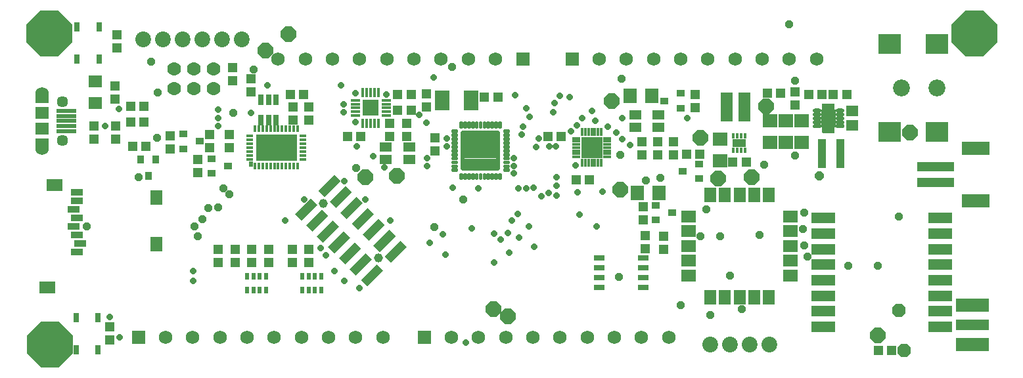
<source format=gts>
G75*
%MOIN*%
%OFA0B0*%
%FSLAX25Y25*%
%IPPOS*%
%LPD*%
%AMOC8*
5,1,8,0,0,1.08239X$1,22.5*
%
%ADD10R,0.01102X0.01772*%
%ADD11R,0.04921X0.04528*%
%ADD12R,0.07677X0.06890*%
%ADD13R,0.06890X0.07677*%
%ADD14C,0.06991*%
%ADD15C,0.07991*%
%ADD16R,0.06890X0.06890*%
%ADD17C,0.06890*%
%ADD18R,0.18701X0.04528*%
%ADD19R,0.13976X0.06890*%
%ADD20R,0.04134X0.03740*%
%ADD21R,0.03740X0.04134*%
%ADD22R,0.04528X0.04921*%
%ADD23R,0.05315X0.02953*%
%ADD24R,0.08071X0.06102*%
%ADD25R,0.06102X0.07677*%
%ADD26R,0.06496X0.03346*%
%ADD27R,0.01575X0.02559*%
%ADD28R,0.06890X0.04134*%
%ADD29R,0.01575X0.03346*%
%ADD30R,0.03346X0.01575*%
%ADD31R,0.21063X0.13189*%
%ADD32R,0.02000X0.03000*%
%ADD33R,0.12402X0.05315*%
%ADD34R,0.01378X0.03937*%
%ADD35R,0.03937X0.01378*%
%ADD36R,0.11024X0.11024*%
%ADD37R,0.16591X0.06591*%
%ADD38R,0.16591X0.05591*%
%ADD39R,0.11614X0.10039*%
%ADD40C,0.08591*%
%ADD41R,0.04449X0.15157*%
%ADD42R,0.06496X0.05709*%
%ADD43R,0.06496X0.07677*%
%ADD44R,0.07677X0.06496*%
%ADD45C,0.00886*%
%ADD46C,0.02028*%
%ADD47R,0.03150X0.04724*%
%ADD48R,0.02756X0.05315*%
%ADD49R,0.02191X0.03791*%
%ADD50R,0.06890X0.06102*%
%ADD51R,0.01575X0.04528*%
%ADD52R,0.04528X0.01575*%
%ADD53R,0.08465X0.08465*%
%ADD54R,0.09843X0.02362*%
%ADD55C,0.05709*%
%ADD56R,0.06693X0.06496*%
%ADD57R,0.07283X0.10039*%
%ADD58R,0.06102X0.04921*%
%ADD59R,0.04528X0.11417*%
%ADD60C,0.04528*%
%ADD61R,0.06496X0.14764*%
%ADD62R,0.01496X0.03740*%
%ADD63C,0.00000*%
%ADD64C,0.00001*%
%ADD65OC8,0.04134*%
%ADD66OC8,0.03150*%
%ADD67OC8,0.07677*%
%ADD68OC8,0.06969*%
%ADD69OC8,0.04488*%
%ADD70OC8,0.23091*%
D10*
X0128784Y0111976D03*
D11*
X0117869Y0120279D03*
X0107869Y0120279D03*
X0107869Y0126971D03*
X0117869Y0126971D03*
X0087869Y0126346D03*
X0087869Y0119654D03*
X0101619Y0114471D03*
X0101619Y0107779D03*
X0150119Y0134404D03*
X0158119Y0134404D03*
X0158119Y0141096D03*
X0150119Y0141096D03*
X0148772Y0147500D03*
X0155465Y0147500D03*
X0199119Y0132846D03*
X0207619Y0132846D03*
X0207619Y0126154D03*
X0199119Y0126154D03*
X0184465Y0126000D03*
X0177772Y0126000D03*
X0247272Y0146000D03*
X0253965Y0146000D03*
X0327119Y0123346D03*
X0335119Y0123346D03*
X0343119Y0123346D03*
X0343119Y0116654D03*
X0335119Y0116654D03*
X0327119Y0116654D03*
X0373272Y0113250D03*
X0379965Y0113250D03*
X0327619Y0090346D03*
X0327619Y0083654D03*
X0328619Y0075846D03*
X0338119Y0075346D03*
X0328619Y0069154D03*
X0338119Y0068654D03*
X0447022Y0017375D03*
X0453715Y0017375D03*
X0158119Y0062154D03*
X0149619Y0062154D03*
X0137619Y0062154D03*
X0129119Y0062154D03*
X0120619Y0062154D03*
X0112119Y0062154D03*
X0112119Y0068846D03*
X0120619Y0068846D03*
X0129119Y0068846D03*
X0137619Y0068846D03*
X0149619Y0068846D03*
X0158119Y0068846D03*
X0057119Y0029346D03*
X0057119Y0022654D03*
X0354119Y0140904D03*
X0354119Y0147596D03*
X0404619Y0148846D03*
X0411772Y0147500D03*
X0418465Y0147500D03*
X0424272Y0147500D03*
X0430965Y0147500D03*
X0404619Y0142154D03*
X0060619Y0171154D03*
X0060619Y0177846D03*
D12*
X0366619Y0124762D03*
X0392119Y0122988D03*
X0400119Y0122988D03*
X0408119Y0122988D03*
X0408119Y0134012D03*
X0400119Y0134012D03*
X0392119Y0134012D03*
X0366619Y0113738D03*
D13*
X0335881Y0097500D03*
X0324857Y0097500D03*
X0321107Y0146750D03*
X0332131Y0146750D03*
D14*
X0109619Y0150500D03*
X0099619Y0150500D03*
X0089619Y0150500D03*
X0089619Y0160500D03*
X0099619Y0160500D03*
X0109619Y0160500D03*
D15*
X0114119Y0175500D03*
X0124119Y0175500D03*
X0104119Y0175500D03*
X0094119Y0175500D03*
X0084119Y0175500D03*
X0074119Y0175500D03*
X0361619Y0020500D03*
X0371619Y0020500D03*
X0381619Y0020500D03*
X0391619Y0020500D03*
D16*
X0216619Y0024000D03*
X0071619Y0024000D03*
X0266619Y0165500D03*
X0291619Y0165500D03*
D17*
X0305398Y0165500D03*
X0319178Y0165500D03*
X0332957Y0165500D03*
X0346737Y0165500D03*
X0360516Y0165500D03*
X0374296Y0165500D03*
X0388075Y0165500D03*
X0401855Y0165500D03*
X0415634Y0165500D03*
X0252839Y0165500D03*
X0239060Y0165500D03*
X0225280Y0165500D03*
X0211501Y0165500D03*
X0197721Y0165500D03*
X0183942Y0165500D03*
X0170162Y0165500D03*
X0156383Y0165500D03*
X0142603Y0165500D03*
X0022619Y0147780D03*
X0022619Y0120220D03*
X0085398Y0024000D03*
X0099178Y0024000D03*
X0112957Y0024000D03*
X0126737Y0024000D03*
X0140516Y0024000D03*
X0154296Y0024000D03*
X0168075Y0024000D03*
X0181855Y0024000D03*
X0195634Y0024000D03*
X0230398Y0024000D03*
X0244178Y0024000D03*
X0257957Y0024000D03*
X0271737Y0024000D03*
X0285516Y0024000D03*
X0299296Y0024000D03*
X0313075Y0024000D03*
X0326855Y0024000D03*
X0340634Y0024000D03*
D18*
X0476114Y0102813D03*
X0476114Y0110687D03*
D19*
X0496587Y0120136D03*
X0496587Y0093364D03*
D20*
X0356056Y0104760D03*
X0347788Y0108500D03*
X0356056Y0112240D03*
X0334182Y0091240D03*
X0342449Y0087500D03*
X0334182Y0083760D03*
X0346806Y0140510D03*
X0338538Y0144250D03*
X0346806Y0147990D03*
X0117199Y0111125D03*
X0108932Y0107385D03*
X0108932Y0114865D03*
X0094557Y0119885D03*
X0102824Y0123625D03*
X0094557Y0127365D03*
D21*
X0080359Y0114437D03*
X0072879Y0114437D03*
X0076619Y0106169D03*
D22*
X0075465Y0121000D03*
X0068772Y0121000D03*
X0060119Y0124654D03*
X0049119Y0124654D03*
X0049119Y0131346D03*
X0060119Y0131346D03*
X0067772Y0133500D03*
X0074465Y0133500D03*
X0074465Y0141500D03*
X0067772Y0141500D03*
X0059619Y0145154D03*
X0059619Y0151846D03*
X0119369Y0154529D03*
X0128619Y0155346D03*
X0119369Y0161221D03*
X0128619Y0148654D03*
X0203272Y0147500D03*
X0209965Y0147500D03*
X0217619Y0147846D03*
X0217619Y0141154D03*
X0209965Y0139500D03*
X0203272Y0139500D03*
X0222119Y0125346D03*
X0222119Y0118654D03*
X0279522Y0126125D03*
X0286215Y0126125D03*
X0293897Y0104250D03*
X0300590Y0104250D03*
X0349772Y0117250D03*
X0356465Y0117250D03*
X0390772Y0148250D03*
X0397465Y0148250D03*
D23*
X0327642Y0064500D03*
X0327642Y0059500D03*
X0327642Y0054500D03*
X0327642Y0049500D03*
X0305595Y0049500D03*
X0305595Y0054500D03*
X0305595Y0059500D03*
X0305595Y0064500D03*
D24*
X0029062Y0101425D03*
X0025518Y0049457D03*
D25*
X0080636Y0071504D03*
X0080636Y0095126D03*
D26*
X0040479Y0093551D03*
X0040479Y0097882D03*
X0038904Y0089220D03*
X0040479Y0084890D03*
X0038904Y0080559D03*
X0040479Y0076228D03*
X0042054Y0071898D03*
X0040479Y0067567D03*
D27*
X0373416Y0119010D03*
X0375384Y0119010D03*
X0377353Y0119010D03*
X0379321Y0119010D03*
X0379321Y0126490D03*
X0377353Y0126490D03*
X0375384Y0126490D03*
X0373416Y0126490D03*
D28*
X0376369Y0122750D03*
D29*
X0152446Y0129949D03*
X0150477Y0129949D03*
X0148509Y0129949D03*
X0146540Y0129949D03*
X0144571Y0129949D03*
X0142603Y0129949D03*
X0140634Y0129949D03*
X0138666Y0129949D03*
X0136697Y0129949D03*
X0134729Y0129949D03*
X0132760Y0129949D03*
X0130792Y0129949D03*
X0130792Y0111051D03*
X0132760Y0111051D03*
X0134729Y0111051D03*
X0136697Y0111051D03*
X0138666Y0111051D03*
X0140634Y0111051D03*
X0142603Y0111051D03*
X0144571Y0111051D03*
X0146540Y0111051D03*
X0148509Y0111051D03*
X0150477Y0111051D03*
X0152446Y0111051D03*
D30*
X0155005Y0114594D03*
X0155005Y0116563D03*
X0155005Y0118531D03*
X0155005Y0120500D03*
X0155005Y0122469D03*
X0155005Y0124437D03*
X0155005Y0126406D03*
X0128233Y0126406D03*
X0128233Y0124437D03*
X0128233Y0122469D03*
X0128233Y0120500D03*
X0128233Y0118531D03*
X0128233Y0116563D03*
X0128233Y0114594D03*
D31*
X0141619Y0120500D03*
D32*
X0128819Y0112000D03*
D33*
X0419279Y0084622D03*
X0419279Y0076748D03*
X0419279Y0068874D03*
X0419279Y0061000D03*
X0419279Y0053125D03*
X0419279Y0045251D03*
X0419279Y0037377D03*
X0419279Y0029503D03*
X0478334Y0029503D03*
X0478334Y0037377D03*
X0478334Y0045251D03*
X0478334Y0053125D03*
X0478334Y0061000D03*
X0478334Y0068874D03*
X0478334Y0076748D03*
X0478334Y0084622D03*
D34*
X0306343Y0112724D03*
X0304768Y0112724D03*
X0303194Y0112724D03*
X0301619Y0112724D03*
X0300044Y0112724D03*
X0298469Y0112724D03*
X0296894Y0112724D03*
X0296894Y0128276D03*
X0298469Y0128276D03*
X0300044Y0128276D03*
X0301619Y0128276D03*
X0303194Y0128276D03*
X0304768Y0128276D03*
X0306343Y0128276D03*
D35*
X0309394Y0125224D03*
X0309394Y0123650D03*
X0309394Y0122075D03*
X0309394Y0120500D03*
X0309394Y0118925D03*
X0309394Y0117350D03*
X0309394Y0115776D03*
X0293843Y0115776D03*
X0293843Y0117350D03*
X0293843Y0118925D03*
X0293843Y0120500D03*
X0293843Y0122075D03*
X0293843Y0123650D03*
X0293843Y0125224D03*
D36*
X0301619Y0120500D03*
D37*
X0494869Y0040500D03*
X0494869Y0020500D03*
D38*
X0494869Y0030500D03*
D39*
X0476931Y0128372D03*
X0452915Y0128372D03*
X0452915Y0173253D03*
X0476931Y0173253D03*
D40*
X0476931Y0150813D03*
X0458931Y0150813D03*
D41*
X0427784Y0117500D03*
X0418453Y0117500D03*
D42*
X0433619Y0131760D03*
X0433619Y0139240D03*
D43*
X0391579Y0096484D03*
X0384099Y0096484D03*
X0376619Y0096484D03*
X0369138Y0096484D03*
X0361658Y0096484D03*
X0361658Y0044516D03*
X0369138Y0044516D03*
X0376619Y0044516D03*
X0384099Y0044516D03*
X0391579Y0044516D03*
D44*
X0402603Y0055539D03*
X0402603Y0063020D03*
X0402603Y0070500D03*
X0402603Y0077980D03*
X0402603Y0085461D03*
X0350634Y0085461D03*
X0350634Y0077980D03*
X0350634Y0070500D03*
X0350634Y0063020D03*
X0350634Y0055539D03*
D45*
X0254518Y0104679D02*
X0254518Y0107139D01*
X0255404Y0107139D01*
X0255404Y0104679D01*
X0254518Y0104679D01*
X0254518Y0105564D02*
X0255404Y0105564D01*
X0255404Y0106449D02*
X0254518Y0106449D01*
X0252550Y0107139D02*
X0252550Y0104679D01*
X0252550Y0107139D02*
X0253436Y0107139D01*
X0253436Y0104679D01*
X0252550Y0104679D01*
X0252550Y0105564D02*
X0253436Y0105564D01*
X0253436Y0106449D02*
X0252550Y0106449D01*
X0250581Y0107139D02*
X0250581Y0104679D01*
X0250581Y0107139D02*
X0251467Y0107139D01*
X0251467Y0104679D01*
X0250581Y0104679D01*
X0250581Y0105564D02*
X0251467Y0105564D01*
X0251467Y0106449D02*
X0250581Y0106449D01*
X0248613Y0107139D02*
X0248613Y0104679D01*
X0248613Y0107139D02*
X0249499Y0107139D01*
X0249499Y0104679D01*
X0248613Y0104679D01*
X0248613Y0105564D02*
X0249499Y0105564D01*
X0249499Y0106449D02*
X0248613Y0106449D01*
X0246644Y0107139D02*
X0246644Y0104679D01*
X0246644Y0107139D02*
X0247530Y0107139D01*
X0247530Y0104679D01*
X0246644Y0104679D01*
X0246644Y0105564D02*
X0247530Y0105564D01*
X0247530Y0106449D02*
X0246644Y0106449D01*
X0244676Y0107139D02*
X0244676Y0104679D01*
X0244676Y0107139D02*
X0245562Y0107139D01*
X0245562Y0104679D01*
X0244676Y0104679D01*
X0244676Y0105564D02*
X0245562Y0105564D01*
X0245562Y0106449D02*
X0244676Y0106449D01*
X0242707Y0107139D02*
X0242707Y0104679D01*
X0242707Y0107139D02*
X0243593Y0107139D01*
X0243593Y0104679D01*
X0242707Y0104679D01*
X0242707Y0105564D02*
X0243593Y0105564D01*
X0243593Y0106449D02*
X0242707Y0106449D01*
X0240739Y0107139D02*
X0240739Y0104679D01*
X0240739Y0107139D02*
X0241625Y0107139D01*
X0241625Y0104679D01*
X0240739Y0104679D01*
X0240739Y0105564D02*
X0241625Y0105564D01*
X0241625Y0106449D02*
X0240739Y0106449D01*
X0238770Y0107139D02*
X0238770Y0104679D01*
X0238770Y0107139D02*
X0239656Y0107139D01*
X0239656Y0104679D01*
X0238770Y0104679D01*
X0238770Y0105564D02*
X0239656Y0105564D01*
X0239656Y0106449D02*
X0238770Y0106449D01*
X0236802Y0107139D02*
X0236802Y0104679D01*
X0236802Y0107139D02*
X0237688Y0107139D01*
X0237688Y0104679D01*
X0236802Y0104679D01*
X0236802Y0105564D02*
X0237688Y0105564D01*
X0237688Y0106449D02*
X0236802Y0106449D01*
X0234833Y0107139D02*
X0234833Y0104679D01*
X0234833Y0107139D02*
X0235719Y0107139D01*
X0235719Y0104679D01*
X0234833Y0104679D01*
X0234833Y0105564D02*
X0235719Y0105564D01*
X0235719Y0106449D02*
X0234833Y0106449D01*
X0230798Y0108714D02*
X0230798Y0109600D01*
X0233258Y0109600D01*
X0233258Y0108714D01*
X0230798Y0108714D01*
X0230798Y0109599D02*
X0233258Y0109599D01*
X0230798Y0110683D02*
X0230798Y0111569D01*
X0233258Y0111569D01*
X0233258Y0110683D01*
X0230798Y0110683D01*
X0230798Y0111568D02*
X0233258Y0111568D01*
X0230798Y0112651D02*
X0230798Y0113537D01*
X0233258Y0113537D01*
X0233258Y0112651D01*
X0230798Y0112651D01*
X0230798Y0113536D02*
X0233258Y0113536D01*
X0230798Y0114620D02*
X0230798Y0115506D01*
X0233258Y0115506D01*
X0233258Y0114620D01*
X0230798Y0114620D01*
X0230798Y0115505D02*
X0233258Y0115505D01*
X0230798Y0116588D02*
X0230798Y0117474D01*
X0233258Y0117474D01*
X0233258Y0116588D01*
X0230798Y0116588D01*
X0230798Y0117473D02*
X0233258Y0117473D01*
X0230798Y0118557D02*
X0230798Y0119443D01*
X0233258Y0119443D01*
X0233258Y0118557D01*
X0230798Y0118557D01*
X0230798Y0119442D02*
X0233258Y0119442D01*
X0230798Y0120526D02*
X0230798Y0121412D01*
X0233258Y0121412D01*
X0233258Y0120526D01*
X0230798Y0120526D01*
X0230798Y0121411D02*
X0233258Y0121411D01*
X0230798Y0122494D02*
X0230798Y0123380D01*
X0233258Y0123380D01*
X0233258Y0122494D01*
X0230798Y0122494D01*
X0230798Y0123379D02*
X0233258Y0123379D01*
X0230798Y0124463D02*
X0230798Y0125349D01*
X0233258Y0125349D01*
X0233258Y0124463D01*
X0230798Y0124463D01*
X0230798Y0125348D02*
X0233258Y0125348D01*
X0230798Y0126431D02*
X0230798Y0127317D01*
X0233258Y0127317D01*
X0233258Y0126431D01*
X0230798Y0126431D01*
X0230798Y0127316D02*
X0233258Y0127316D01*
X0230798Y0128400D02*
X0230798Y0129286D01*
X0233258Y0129286D01*
X0233258Y0128400D01*
X0230798Y0128400D01*
X0230798Y0129285D02*
X0233258Y0129285D01*
X0234833Y0130861D02*
X0234833Y0133321D01*
X0235719Y0133321D01*
X0235719Y0130861D01*
X0234833Y0130861D01*
X0234833Y0131746D02*
X0235719Y0131746D01*
X0235719Y0132631D02*
X0234833Y0132631D01*
X0236802Y0133321D02*
X0236802Y0130861D01*
X0236802Y0133321D02*
X0237688Y0133321D01*
X0237688Y0130861D01*
X0236802Y0130861D01*
X0236802Y0131746D02*
X0237688Y0131746D01*
X0237688Y0132631D02*
X0236802Y0132631D01*
X0238770Y0133321D02*
X0238770Y0130861D01*
X0238770Y0133321D02*
X0239656Y0133321D01*
X0239656Y0130861D01*
X0238770Y0130861D01*
X0238770Y0131746D02*
X0239656Y0131746D01*
X0239656Y0132631D02*
X0238770Y0132631D01*
X0240739Y0133321D02*
X0240739Y0130861D01*
X0240739Y0133321D02*
X0241625Y0133321D01*
X0241625Y0130861D01*
X0240739Y0130861D01*
X0240739Y0131746D02*
X0241625Y0131746D01*
X0241625Y0132631D02*
X0240739Y0132631D01*
X0242707Y0133321D02*
X0242707Y0130861D01*
X0242707Y0133321D02*
X0243593Y0133321D01*
X0243593Y0130861D01*
X0242707Y0130861D01*
X0242707Y0131746D02*
X0243593Y0131746D01*
X0243593Y0132631D02*
X0242707Y0132631D01*
X0244676Y0133321D02*
X0244676Y0130861D01*
X0244676Y0133321D02*
X0245562Y0133321D01*
X0245562Y0130861D01*
X0244676Y0130861D01*
X0244676Y0131746D02*
X0245562Y0131746D01*
X0245562Y0132631D02*
X0244676Y0132631D01*
X0246644Y0133321D02*
X0246644Y0130861D01*
X0246644Y0133321D02*
X0247530Y0133321D01*
X0247530Y0130861D01*
X0246644Y0130861D01*
X0246644Y0131746D02*
X0247530Y0131746D01*
X0247530Y0132631D02*
X0246644Y0132631D01*
X0248613Y0133321D02*
X0248613Y0130861D01*
X0248613Y0133321D02*
X0249499Y0133321D01*
X0249499Y0130861D01*
X0248613Y0130861D01*
X0248613Y0131746D02*
X0249499Y0131746D01*
X0249499Y0132631D02*
X0248613Y0132631D01*
X0250581Y0133321D02*
X0250581Y0130861D01*
X0250581Y0133321D02*
X0251467Y0133321D01*
X0251467Y0130861D01*
X0250581Y0130861D01*
X0250581Y0131746D02*
X0251467Y0131746D01*
X0251467Y0132631D02*
X0250581Y0132631D01*
X0252550Y0133321D02*
X0252550Y0130861D01*
X0252550Y0133321D02*
X0253436Y0133321D01*
X0253436Y0130861D01*
X0252550Y0130861D01*
X0252550Y0131746D02*
X0253436Y0131746D01*
X0253436Y0132631D02*
X0252550Y0132631D01*
X0254518Y0133321D02*
X0254518Y0130861D01*
X0254518Y0133321D02*
X0255404Y0133321D01*
X0255404Y0130861D01*
X0254518Y0130861D01*
X0254518Y0131746D02*
X0255404Y0131746D01*
X0255404Y0132631D02*
X0254518Y0132631D01*
X0256979Y0129286D02*
X0256979Y0128400D01*
X0256979Y0129286D02*
X0259439Y0129286D01*
X0259439Y0128400D01*
X0256979Y0128400D01*
X0256979Y0129285D02*
X0259439Y0129285D01*
X0256979Y0127317D02*
X0256979Y0126431D01*
X0256979Y0127317D02*
X0259439Y0127317D01*
X0259439Y0126431D01*
X0256979Y0126431D01*
X0256979Y0127316D02*
X0259439Y0127316D01*
X0256979Y0125349D02*
X0256979Y0124463D01*
X0256979Y0125349D02*
X0259439Y0125349D01*
X0259439Y0124463D01*
X0256979Y0124463D01*
X0256979Y0125348D02*
X0259439Y0125348D01*
X0256979Y0123380D02*
X0256979Y0122494D01*
X0256979Y0123380D02*
X0259439Y0123380D01*
X0259439Y0122494D01*
X0256979Y0122494D01*
X0256979Y0123379D02*
X0259439Y0123379D01*
X0256979Y0121412D02*
X0256979Y0120526D01*
X0256979Y0121412D02*
X0259439Y0121412D01*
X0259439Y0120526D01*
X0256979Y0120526D01*
X0256979Y0121411D02*
X0259439Y0121411D01*
X0256979Y0119443D02*
X0256979Y0118557D01*
X0256979Y0119443D02*
X0259439Y0119443D01*
X0259439Y0118557D01*
X0256979Y0118557D01*
X0256979Y0119442D02*
X0259439Y0119442D01*
X0256979Y0117474D02*
X0256979Y0116588D01*
X0256979Y0117474D02*
X0259439Y0117474D01*
X0259439Y0116588D01*
X0256979Y0116588D01*
X0256979Y0117473D02*
X0259439Y0117473D01*
X0256979Y0115506D02*
X0256979Y0114620D01*
X0256979Y0115506D02*
X0259439Y0115506D01*
X0259439Y0114620D01*
X0256979Y0114620D01*
X0256979Y0115505D02*
X0259439Y0115505D01*
X0256979Y0113537D02*
X0256979Y0112651D01*
X0256979Y0113537D02*
X0259439Y0113537D01*
X0259439Y0112651D01*
X0256979Y0112651D01*
X0256979Y0113536D02*
X0259439Y0113536D01*
X0256979Y0111569D02*
X0256979Y0110683D01*
X0256979Y0111569D02*
X0259439Y0111569D01*
X0259439Y0110683D01*
X0256979Y0110683D01*
X0256979Y0111568D02*
X0259439Y0111568D01*
X0256979Y0109600D02*
X0256979Y0108714D01*
X0256979Y0109600D02*
X0259439Y0109600D01*
X0259439Y0108714D01*
X0256979Y0108714D01*
X0256979Y0109599D02*
X0259439Y0109599D01*
D46*
X0235995Y0109876D02*
X0235995Y0128124D01*
X0254243Y0128124D01*
X0254243Y0109876D01*
X0235995Y0109876D01*
X0235995Y0111903D02*
X0254243Y0111903D01*
X0254243Y0113930D02*
X0235995Y0113930D01*
X0235995Y0115957D02*
X0254243Y0115957D01*
X0254243Y0117984D02*
X0235995Y0117984D01*
X0235995Y0120011D02*
X0254243Y0120011D01*
X0254243Y0122038D02*
X0235995Y0122038D01*
X0235995Y0124065D02*
X0254243Y0124065D01*
X0254243Y0126092D02*
X0235995Y0126092D01*
X0235995Y0128119D02*
X0254243Y0128119D01*
D47*
X0040107Y0017831D03*
X0051131Y0017831D03*
X0051131Y0034169D03*
X0040107Y0034169D03*
X0040607Y0165331D03*
X0051631Y0165331D03*
X0051631Y0181669D03*
X0040607Y0181669D03*
D48*
X0133879Y0144618D03*
X0137619Y0144618D03*
X0141359Y0144618D03*
X0141359Y0134382D03*
X0137619Y0134382D03*
X0133879Y0134382D03*
D49*
X0133194Y0055043D03*
X0136343Y0055043D03*
X0130044Y0055043D03*
X0126894Y0055043D03*
X0126894Y0047957D03*
X0130044Y0047957D03*
X0133194Y0047957D03*
X0136343Y0047957D03*
X0154894Y0047957D03*
X0158044Y0047957D03*
X0161194Y0047957D03*
X0164343Y0047957D03*
X0164343Y0055043D03*
X0161194Y0055043D03*
X0158044Y0055043D03*
X0154894Y0055043D03*
D50*
X0049619Y0142988D03*
X0049619Y0154012D03*
D51*
X0185556Y0148500D03*
X0187524Y0148500D03*
X0189493Y0148500D03*
X0191461Y0148500D03*
X0193430Y0148500D03*
X0193430Y0132752D03*
X0191461Y0132752D03*
X0189493Y0132752D03*
X0187524Y0132752D03*
X0185556Y0132752D03*
D52*
X0181619Y0136689D03*
X0181619Y0138657D03*
X0181619Y0140626D03*
X0181619Y0142594D03*
X0181619Y0144563D03*
X0197367Y0144563D03*
X0197367Y0142594D03*
X0197367Y0140626D03*
X0197367Y0138657D03*
X0197367Y0136689D03*
D53*
X0189493Y0140626D03*
D54*
X0035119Y0139118D03*
X0035119Y0136559D03*
X0035119Y0134000D03*
X0035119Y0131441D03*
X0035119Y0128882D03*
D55*
X0033249Y0124157D03*
X0033249Y0143843D03*
D56*
X0022619Y0146008D03*
X0022619Y0137937D03*
X0022619Y0130063D03*
X0022619Y0121992D03*
D57*
X0225835Y0144500D03*
X0240402Y0144500D03*
D58*
X0209024Y0120650D03*
X0197213Y0120650D03*
X0197213Y0114350D03*
X0209024Y0114350D03*
X0323713Y0130850D03*
X0323713Y0137150D03*
X0335524Y0137150D03*
X0335524Y0130850D03*
D59*
G36*
X0193400Y0084347D02*
X0196602Y0081145D01*
X0188530Y0073073D01*
X0185328Y0076275D01*
X0193400Y0084347D01*
G37*
G36*
X0187832Y0089915D02*
X0191034Y0086713D01*
X0182962Y0078641D01*
X0179760Y0081843D01*
X0187832Y0089915D01*
G37*
G36*
X0177394Y0084209D02*
X0174192Y0087411D01*
X0182264Y0095483D01*
X0185466Y0092281D01*
X0177394Y0084209D01*
G37*
G36*
X0164726Y0089080D02*
X0167928Y0085878D01*
X0159856Y0077806D01*
X0156654Y0081008D01*
X0164726Y0089080D01*
G37*
G36*
X0159158Y0094648D02*
X0162360Y0091446D01*
X0154288Y0083374D01*
X0151086Y0086576D01*
X0159158Y0094648D01*
G37*
G36*
X0171129Y0106619D02*
X0174331Y0103417D01*
X0166259Y0095345D01*
X0163057Y0098547D01*
X0171129Y0106619D01*
G37*
G36*
X0176696Y0101051D02*
X0179898Y0097849D01*
X0171826Y0089777D01*
X0168624Y0092979D01*
X0176696Y0101051D01*
G37*
G36*
X0165424Y0072238D02*
X0162222Y0075440D01*
X0170294Y0083512D01*
X0173496Y0080310D01*
X0165424Y0072238D01*
G37*
G36*
X0175861Y0077945D02*
X0179063Y0074743D01*
X0170991Y0066671D01*
X0167789Y0069873D01*
X0175861Y0077945D01*
G37*
G36*
X0198968Y0078780D02*
X0202170Y0075578D01*
X0194098Y0067506D01*
X0190896Y0070708D01*
X0198968Y0078780D01*
G37*
G36*
X0204535Y0073212D02*
X0207737Y0070010D01*
X0199665Y0061938D01*
X0196463Y0065140D01*
X0204535Y0073212D01*
G37*
G36*
X0181429Y0072377D02*
X0184631Y0069175D01*
X0176559Y0061103D01*
X0173357Y0064305D01*
X0181429Y0072377D01*
G37*
G36*
X0186997Y0066809D02*
X0190199Y0063607D01*
X0182127Y0055535D01*
X0178925Y0058737D01*
X0186997Y0066809D01*
G37*
G36*
X0192565Y0061241D02*
X0195767Y0058039D01*
X0187695Y0049967D01*
X0184493Y0053169D01*
X0192565Y0061241D01*
G37*
D60*
X0193331Y0064373D03*
X0165492Y0092212D03*
D61*
X0370091Y0141000D03*
X0379146Y0141000D03*
D62*
X0419257Y0141248D03*
X0420831Y0141248D03*
X0422406Y0141248D03*
X0423981Y0141248D03*
X0423981Y0129752D03*
X0422406Y0129752D03*
X0420831Y0129752D03*
X0419257Y0129752D03*
D63*
X0418705Y0131169D02*
X0418705Y0128098D01*
X0424532Y0128098D01*
X0424532Y0131169D01*
X0425044Y0131169D01*
X0425044Y0139831D01*
X0424532Y0139831D01*
X0424532Y0142902D01*
X0418705Y0142902D01*
X0418705Y0139831D01*
X0418194Y0139831D01*
X0418194Y0131169D01*
X0418705Y0131169D01*
X0417732Y0131349D02*
X0417650Y0131150D01*
X0417518Y0130978D01*
X0417347Y0130847D01*
X0417148Y0130764D01*
X0416934Y0130736D01*
X0415792Y0130736D01*
X0414650Y0130736D01*
X0414446Y0130763D01*
X0414257Y0130842D01*
X0414093Y0130967D01*
X0413968Y0131130D01*
X0413890Y0131320D01*
X0413863Y0131524D01*
X0413892Y0131748D01*
X0413979Y0131957D01*
X0414117Y0132136D01*
X0414296Y0132274D01*
X0414505Y0132360D01*
X0414729Y0132390D01*
X0416934Y0132390D01*
X0417148Y0132362D01*
X0417347Y0132279D01*
X0417518Y0132148D01*
X0417650Y0131976D01*
X0417732Y0131777D01*
X0417760Y0131563D01*
X0417732Y0131349D01*
X0417148Y0132733D02*
X0416934Y0132705D01*
X0415792Y0132705D01*
X0414650Y0132705D01*
X0414446Y0132732D01*
X0414257Y0132810D01*
X0414093Y0132935D01*
X0413968Y0133098D01*
X0413890Y0133288D01*
X0413863Y0133492D01*
X0413892Y0133716D01*
X0413979Y0133925D01*
X0414117Y0134105D01*
X0414296Y0134242D01*
X0414505Y0134329D01*
X0414729Y0134358D01*
X0416934Y0134358D01*
X0417148Y0134330D01*
X0417347Y0134248D01*
X0417518Y0134116D01*
X0417650Y0133945D01*
X0417732Y0133745D01*
X0417760Y0133531D01*
X0417732Y0133318D01*
X0417650Y0133118D01*
X0417518Y0132947D01*
X0417347Y0132815D01*
X0417148Y0132733D01*
X0416934Y0134673D02*
X0415792Y0134673D01*
X0414650Y0134673D01*
X0414446Y0134700D01*
X0414257Y0134779D01*
X0414093Y0134904D01*
X0413968Y0135067D01*
X0413890Y0135257D01*
X0413863Y0135461D01*
X0413892Y0135685D01*
X0413979Y0135894D01*
X0414117Y0136073D01*
X0414296Y0136211D01*
X0414505Y0136297D01*
X0414729Y0136327D01*
X0416934Y0136327D01*
X0417148Y0136299D01*
X0417347Y0136216D01*
X0417518Y0136085D01*
X0417650Y0135913D01*
X0417732Y0135714D01*
X0417760Y0135500D01*
X0417732Y0135286D01*
X0417650Y0135087D01*
X0417518Y0134915D01*
X0417347Y0134784D01*
X0417148Y0134701D01*
X0416934Y0134673D01*
X0416934Y0136642D02*
X0415792Y0136642D01*
X0414650Y0136642D01*
X0414446Y0136669D01*
X0414257Y0136747D01*
X0414093Y0136872D01*
X0413968Y0137035D01*
X0413890Y0137225D01*
X0413863Y0137429D01*
X0413892Y0137653D01*
X0413979Y0137862D01*
X0414117Y0138042D01*
X0414296Y0138179D01*
X0414505Y0138266D01*
X0414729Y0138295D01*
X0416934Y0138295D01*
X0417148Y0138267D01*
X0417347Y0138185D01*
X0417518Y0138053D01*
X0417650Y0137882D01*
X0417732Y0137682D01*
X0417760Y0137469D01*
X0417732Y0137255D01*
X0417650Y0137055D01*
X0417518Y0136884D01*
X0417347Y0136752D01*
X0417148Y0136670D01*
X0416934Y0136642D01*
X0416934Y0138610D02*
X0415792Y0138610D01*
X0414650Y0138610D01*
X0414446Y0138637D01*
X0414257Y0138716D01*
X0414093Y0138841D01*
X0413968Y0139004D01*
X0413890Y0139194D01*
X0413863Y0139398D01*
X0413892Y0139622D01*
X0413979Y0139831D01*
X0414117Y0140010D01*
X0414296Y0140148D01*
X0414505Y0140234D01*
X0414729Y0140264D01*
X0416934Y0140264D01*
X0417148Y0140236D01*
X0417347Y0140153D01*
X0417518Y0140022D01*
X0417650Y0139850D01*
X0417732Y0139651D01*
X0417760Y0139437D01*
X0417732Y0139223D01*
X0417650Y0139024D01*
X0417518Y0138852D01*
X0417347Y0138721D01*
X0417148Y0138638D01*
X0416934Y0138610D01*
X0425477Y0139398D02*
X0425507Y0139622D01*
X0425593Y0139831D01*
X0425731Y0140010D01*
X0425910Y0140148D01*
X0426119Y0140234D01*
X0426343Y0140264D01*
X0428548Y0140264D01*
X0428762Y0140236D01*
X0428961Y0140153D01*
X0429132Y0140022D01*
X0429264Y0139850D01*
X0429346Y0139651D01*
X0429375Y0139437D01*
X0429346Y0139223D01*
X0429264Y0139024D01*
X0429132Y0138852D01*
X0428961Y0138721D01*
X0428762Y0138638D01*
X0428548Y0138610D01*
X0427406Y0138610D01*
X0426264Y0138610D01*
X0426061Y0138637D01*
X0425871Y0138716D01*
X0425708Y0138841D01*
X0425582Y0139004D01*
X0425504Y0139194D01*
X0425477Y0139398D01*
X0425910Y0138179D02*
X0426119Y0138266D01*
X0426343Y0138295D01*
X0428548Y0138295D01*
X0428762Y0138267D01*
X0428961Y0138185D01*
X0429132Y0138053D01*
X0429264Y0137882D01*
X0429346Y0137682D01*
X0429375Y0137469D01*
X0429346Y0137255D01*
X0429264Y0137055D01*
X0429132Y0136884D01*
X0428961Y0136752D01*
X0428762Y0136670D01*
X0428548Y0136642D01*
X0427406Y0136642D01*
X0426264Y0136642D01*
X0426061Y0136669D01*
X0425871Y0136747D01*
X0425708Y0136872D01*
X0425582Y0137035D01*
X0425504Y0137225D01*
X0425477Y0137429D01*
X0425507Y0137653D01*
X0425593Y0137862D01*
X0425731Y0138042D01*
X0425910Y0138179D01*
X0426119Y0136297D02*
X0426343Y0136327D01*
X0428548Y0136327D01*
X0428762Y0136299D01*
X0428961Y0136216D01*
X0429132Y0136085D01*
X0429264Y0135913D01*
X0429346Y0135714D01*
X0429375Y0135500D01*
X0429346Y0135286D01*
X0429264Y0135087D01*
X0429132Y0134915D01*
X0428961Y0134784D01*
X0428762Y0134701D01*
X0428548Y0134673D01*
X0427406Y0134673D01*
X0426264Y0134673D01*
X0426061Y0134700D01*
X0425871Y0134779D01*
X0425708Y0134904D01*
X0425582Y0135067D01*
X0425504Y0135257D01*
X0425477Y0135461D01*
X0425507Y0135685D01*
X0425593Y0135894D01*
X0425731Y0136073D01*
X0425910Y0136211D01*
X0426119Y0136297D01*
X0426343Y0134358D02*
X0428548Y0134358D01*
X0428762Y0134330D01*
X0428961Y0134248D01*
X0429132Y0134116D01*
X0429264Y0133945D01*
X0429346Y0133745D01*
X0429375Y0133531D01*
X0429346Y0133318D01*
X0429264Y0133118D01*
X0429132Y0132947D01*
X0428961Y0132815D01*
X0428762Y0132733D01*
X0428548Y0132705D01*
X0427406Y0132705D01*
X0426264Y0132705D01*
X0426061Y0132732D01*
X0425871Y0132810D01*
X0425708Y0132935D01*
X0425582Y0133098D01*
X0425504Y0133288D01*
X0425477Y0133492D01*
X0425507Y0133716D01*
X0425593Y0133925D01*
X0425731Y0134105D01*
X0425910Y0134242D01*
X0426119Y0134329D01*
X0426343Y0134358D01*
X0426343Y0132390D02*
X0428548Y0132390D01*
X0428762Y0132362D01*
X0428961Y0132279D01*
X0429132Y0132148D01*
X0429264Y0131976D01*
X0429346Y0131777D01*
X0429375Y0131563D01*
X0429346Y0131349D01*
X0429264Y0131150D01*
X0429132Y0130978D01*
X0428961Y0130847D01*
X0428762Y0130764D01*
X0428548Y0130736D01*
X0427406Y0130736D01*
X0426264Y0130736D01*
X0426061Y0130763D01*
X0425871Y0130842D01*
X0425708Y0130967D01*
X0425582Y0131130D01*
X0425504Y0131320D01*
X0425477Y0131524D01*
X0425507Y0131748D01*
X0425593Y0131957D01*
X0425731Y0132136D01*
X0425910Y0132274D01*
X0426119Y0132360D01*
X0426343Y0132390D01*
D64*
X0426336Y0132389D02*
X0428555Y0132389D01*
X0428563Y0132388D02*
X0426328Y0132388D01*
X0426321Y0132387D02*
X0428570Y0132387D01*
X0428578Y0132386D02*
X0426313Y0132386D01*
X0426306Y0132385D02*
X0428585Y0132385D01*
X0428593Y0132384D02*
X0426298Y0132384D01*
X0426291Y0132383D02*
X0428600Y0132383D01*
X0428608Y0132382D02*
X0426283Y0132382D01*
X0426276Y0132381D02*
X0428615Y0132381D01*
X0428623Y0132380D02*
X0426268Y0132380D01*
X0426261Y0132379D02*
X0428630Y0132379D01*
X0428638Y0132378D02*
X0426253Y0132378D01*
X0426246Y0132377D02*
X0428645Y0132377D01*
X0428653Y0132376D02*
X0426238Y0132376D01*
X0426231Y0132375D02*
X0428660Y0132375D01*
X0428667Y0132374D02*
X0426224Y0132374D01*
X0426216Y0132373D02*
X0428675Y0132373D01*
X0428682Y0132372D02*
X0426209Y0132372D01*
X0426201Y0132371D02*
X0428690Y0132371D01*
X0428697Y0132370D02*
X0426194Y0132370D01*
X0426186Y0132369D02*
X0428705Y0132369D01*
X0428712Y0132368D02*
X0426179Y0132368D01*
X0426171Y0132367D02*
X0428720Y0132367D01*
X0428727Y0132366D02*
X0426164Y0132366D01*
X0426156Y0132365D02*
X0428735Y0132365D01*
X0428742Y0132364D02*
X0426149Y0132364D01*
X0426141Y0132363D02*
X0428750Y0132363D01*
X0428757Y0132362D02*
X0426134Y0132362D01*
X0426126Y0132361D02*
X0428763Y0132361D01*
X0428765Y0132360D02*
X0426119Y0132360D01*
X0426117Y0132359D02*
X0428767Y0132359D01*
X0428770Y0132358D02*
X0426114Y0132358D01*
X0426112Y0132357D02*
X0428772Y0132357D01*
X0428775Y0132356D02*
X0426109Y0132356D01*
X0426107Y0132355D02*
X0428777Y0132355D01*
X0428779Y0132354D02*
X0426105Y0132354D01*
X0426102Y0132353D02*
X0428782Y0132353D01*
X0428784Y0132352D02*
X0426100Y0132352D01*
X0426098Y0132351D02*
X0428787Y0132351D01*
X0428789Y0132350D02*
X0426095Y0132350D01*
X0426093Y0132349D02*
X0428791Y0132349D01*
X0428794Y0132348D02*
X0426090Y0132348D01*
X0426088Y0132347D02*
X0428796Y0132347D01*
X0428798Y0132346D02*
X0426086Y0132346D01*
X0426083Y0132345D02*
X0428801Y0132345D01*
X0428803Y0132344D02*
X0426081Y0132344D01*
X0426079Y0132344D02*
X0428806Y0132344D01*
X0428808Y0132343D02*
X0426076Y0132343D01*
X0426074Y0132342D02*
X0428810Y0132342D01*
X0428813Y0132341D02*
X0426071Y0132341D01*
X0426069Y0132340D02*
X0428815Y0132340D01*
X0428817Y0132339D02*
X0426067Y0132339D01*
X0426064Y0132338D02*
X0428820Y0132338D01*
X0428822Y0132337D02*
X0426062Y0132337D01*
X0426060Y0132336D02*
X0428825Y0132336D01*
X0428827Y0132335D02*
X0426057Y0132335D01*
X0426055Y0132334D02*
X0428829Y0132334D01*
X0428832Y0132333D02*
X0426052Y0132333D01*
X0426050Y0132332D02*
X0428834Y0132332D01*
X0428836Y0132331D02*
X0426048Y0132331D01*
X0426045Y0132330D02*
X0428839Y0132330D01*
X0428841Y0132329D02*
X0426043Y0132329D01*
X0426041Y0132328D02*
X0428844Y0132328D01*
X0428846Y0132327D02*
X0426038Y0132327D01*
X0426036Y0132326D02*
X0428848Y0132326D01*
X0428851Y0132325D02*
X0426033Y0132325D01*
X0426031Y0132324D02*
X0428853Y0132324D01*
X0428855Y0132323D02*
X0426029Y0132323D01*
X0426026Y0132322D02*
X0428858Y0132322D01*
X0428860Y0132321D02*
X0426024Y0132321D01*
X0426022Y0132320D02*
X0428863Y0132320D01*
X0428865Y0132319D02*
X0426019Y0132319D01*
X0426017Y0132318D02*
X0428867Y0132318D01*
X0428870Y0132317D02*
X0426014Y0132317D01*
X0426012Y0132316D02*
X0428872Y0132316D01*
X0428874Y0132315D02*
X0426010Y0132315D01*
X0426007Y0132314D02*
X0428877Y0132314D01*
X0428879Y0132313D02*
X0426005Y0132313D01*
X0426002Y0132312D02*
X0428882Y0132312D01*
X0428884Y0132311D02*
X0426000Y0132311D01*
X0425998Y0132310D02*
X0428886Y0132310D01*
X0428889Y0132309D02*
X0425995Y0132309D01*
X0425993Y0132308D02*
X0428891Y0132308D01*
X0428893Y0132307D02*
X0425991Y0132307D01*
X0425988Y0132306D02*
X0428896Y0132306D01*
X0428898Y0132305D02*
X0425986Y0132305D01*
X0425983Y0132304D02*
X0428901Y0132304D01*
X0428903Y0132303D02*
X0425981Y0132303D01*
X0425979Y0132302D02*
X0428905Y0132302D01*
X0428908Y0132301D02*
X0425976Y0132301D01*
X0425974Y0132300D02*
X0428910Y0132300D01*
X0428912Y0132299D02*
X0425972Y0132299D01*
X0425969Y0132298D02*
X0428915Y0132298D01*
X0428917Y0132297D02*
X0425967Y0132297D01*
X0425964Y0132296D02*
X0428920Y0132296D01*
X0428922Y0132295D02*
X0425962Y0132295D01*
X0425960Y0132294D02*
X0428924Y0132294D01*
X0428927Y0132293D02*
X0425957Y0132293D01*
X0425955Y0132292D02*
X0428929Y0132292D01*
X0428931Y0132291D02*
X0425953Y0132291D01*
X0425950Y0132290D02*
X0428934Y0132290D01*
X0428936Y0132289D02*
X0425948Y0132289D01*
X0425945Y0132288D02*
X0428939Y0132288D01*
X0428941Y0132287D02*
X0425943Y0132287D01*
X0425941Y0132286D02*
X0428943Y0132286D01*
X0428946Y0132285D02*
X0425938Y0132285D01*
X0425936Y0132284D02*
X0428948Y0132284D01*
X0428950Y0132283D02*
X0425934Y0132283D01*
X0425931Y0132282D02*
X0428953Y0132282D01*
X0428955Y0132281D02*
X0425929Y0132281D01*
X0425926Y0132281D02*
X0428958Y0132281D01*
X0428960Y0132280D02*
X0425924Y0132280D01*
X0425922Y0132279D02*
X0428962Y0132279D01*
X0428963Y0132278D02*
X0425919Y0132278D01*
X0425917Y0132277D02*
X0428964Y0132277D01*
X0428966Y0132276D02*
X0425915Y0132276D01*
X0425912Y0132275D02*
X0428967Y0132275D01*
X0428968Y0132274D02*
X0425910Y0132274D01*
X0425909Y0132273D02*
X0428970Y0132273D01*
X0428971Y0132272D02*
X0425907Y0132272D01*
X0425906Y0132271D02*
X0428972Y0132271D01*
X0428973Y0132270D02*
X0425905Y0132270D01*
X0425904Y0132269D02*
X0428975Y0132269D01*
X0428976Y0132268D02*
X0425902Y0132268D01*
X0425901Y0132267D02*
X0428977Y0132267D01*
X0428979Y0132266D02*
X0425900Y0132266D01*
X0425898Y0132265D02*
X0428980Y0132265D01*
X0428981Y0132264D02*
X0425897Y0132264D01*
X0425896Y0132263D02*
X0428982Y0132263D01*
X0428984Y0132262D02*
X0425895Y0132262D01*
X0425893Y0132261D02*
X0428985Y0132261D01*
X0428986Y0132260D02*
X0425892Y0132260D01*
X0425891Y0132259D02*
X0428987Y0132259D01*
X0428989Y0132258D02*
X0425889Y0132258D01*
X0425888Y0132257D02*
X0428990Y0132257D01*
X0428991Y0132256D02*
X0425887Y0132256D01*
X0425886Y0132255D02*
X0428993Y0132255D01*
X0428994Y0132254D02*
X0425884Y0132254D01*
X0425883Y0132253D02*
X0428995Y0132253D01*
X0428996Y0132252D02*
X0425882Y0132252D01*
X0425880Y0132251D02*
X0428998Y0132251D01*
X0428999Y0132250D02*
X0425879Y0132250D01*
X0425878Y0132249D02*
X0429000Y0132249D01*
X0429002Y0132248D02*
X0425877Y0132248D01*
X0425875Y0132247D02*
X0429003Y0132247D01*
X0429004Y0132246D02*
X0425874Y0132246D01*
X0425873Y0132245D02*
X0429005Y0132245D01*
X0429007Y0132244D02*
X0425871Y0132244D01*
X0425870Y0132243D02*
X0429008Y0132243D01*
X0429009Y0132242D02*
X0425869Y0132242D01*
X0425868Y0132241D02*
X0429011Y0132241D01*
X0429012Y0132240D02*
X0425866Y0132240D01*
X0425865Y0132239D02*
X0429013Y0132239D01*
X0429014Y0132238D02*
X0425864Y0132238D01*
X0425862Y0132237D02*
X0429016Y0132237D01*
X0429017Y0132236D02*
X0425861Y0132236D01*
X0425860Y0132235D02*
X0429018Y0132235D01*
X0429020Y0132234D02*
X0425859Y0132234D01*
X0425857Y0132233D02*
X0429021Y0132233D01*
X0429022Y0132232D02*
X0425856Y0132232D01*
X0425855Y0132231D02*
X0429023Y0132231D01*
X0429025Y0132230D02*
X0425854Y0132230D01*
X0425852Y0132229D02*
X0429026Y0132229D01*
X0429027Y0132228D02*
X0425851Y0132228D01*
X0425850Y0132227D02*
X0429029Y0132227D01*
X0429030Y0132226D02*
X0425848Y0132226D01*
X0425847Y0132225D02*
X0429031Y0132225D01*
X0429032Y0132224D02*
X0425846Y0132224D01*
X0425845Y0132223D02*
X0429034Y0132223D01*
X0429035Y0132222D02*
X0425843Y0132222D01*
X0425842Y0132221D02*
X0429036Y0132221D01*
X0429038Y0132220D02*
X0425841Y0132220D01*
X0425839Y0132219D02*
X0429039Y0132219D01*
X0429040Y0132219D02*
X0425838Y0132219D01*
X0425837Y0132218D02*
X0429041Y0132218D01*
X0429043Y0132217D02*
X0425836Y0132217D01*
X0425834Y0132216D02*
X0429044Y0132216D01*
X0429045Y0132215D02*
X0425833Y0132215D01*
X0425832Y0132214D02*
X0429047Y0132214D01*
X0429048Y0132213D02*
X0425830Y0132213D01*
X0425829Y0132212D02*
X0429049Y0132212D01*
X0429050Y0132211D02*
X0425828Y0132211D01*
X0425827Y0132210D02*
X0429052Y0132210D01*
X0429053Y0132209D02*
X0425825Y0132209D01*
X0425824Y0132208D02*
X0429054Y0132208D01*
X0429055Y0132207D02*
X0425823Y0132207D01*
X0425821Y0132206D02*
X0429057Y0132206D01*
X0429058Y0132205D02*
X0425820Y0132205D01*
X0425819Y0132204D02*
X0429059Y0132204D01*
X0429061Y0132203D02*
X0425818Y0132203D01*
X0425816Y0132202D02*
X0429062Y0132202D01*
X0429063Y0132201D02*
X0425815Y0132201D01*
X0425814Y0132200D02*
X0429064Y0132200D01*
X0429066Y0132199D02*
X0425812Y0132199D01*
X0425811Y0132198D02*
X0429067Y0132198D01*
X0429068Y0132197D02*
X0425810Y0132197D01*
X0425809Y0132196D02*
X0429070Y0132196D01*
X0429071Y0132195D02*
X0425807Y0132195D01*
X0425806Y0132194D02*
X0429072Y0132194D01*
X0429073Y0132193D02*
X0425805Y0132193D01*
X0425803Y0132192D02*
X0429075Y0132192D01*
X0429076Y0132191D02*
X0425802Y0132191D01*
X0425801Y0132190D02*
X0429077Y0132190D01*
X0429079Y0132189D02*
X0425800Y0132189D01*
X0425798Y0132188D02*
X0429080Y0132188D01*
X0429081Y0132187D02*
X0425797Y0132187D01*
X0425796Y0132186D02*
X0429082Y0132186D01*
X0429084Y0132185D02*
X0425795Y0132185D01*
X0425793Y0132184D02*
X0429085Y0132184D01*
X0429086Y0132183D02*
X0425792Y0132183D01*
X0425791Y0132182D02*
X0429088Y0132182D01*
X0429089Y0132181D02*
X0425789Y0132181D01*
X0425788Y0132180D02*
X0429090Y0132180D01*
X0429091Y0132179D02*
X0425787Y0132179D01*
X0425786Y0132178D02*
X0429093Y0132178D01*
X0429094Y0132177D02*
X0425784Y0132177D01*
X0425783Y0132176D02*
X0429095Y0132176D01*
X0429097Y0132175D02*
X0425782Y0132175D01*
X0425780Y0132174D02*
X0429098Y0132174D01*
X0429099Y0132173D02*
X0425779Y0132173D01*
X0425778Y0132172D02*
X0429100Y0132172D01*
X0429102Y0132171D02*
X0425777Y0132171D01*
X0425775Y0132170D02*
X0429103Y0132170D01*
X0429104Y0132169D02*
X0425774Y0132169D01*
X0425773Y0132168D02*
X0429106Y0132168D01*
X0429107Y0132167D02*
X0425771Y0132167D01*
X0425770Y0132166D02*
X0429108Y0132166D01*
X0429109Y0132165D02*
X0425769Y0132165D01*
X0425768Y0132164D02*
X0429111Y0132164D01*
X0429112Y0132163D02*
X0425766Y0132163D01*
X0425765Y0132162D02*
X0429113Y0132162D01*
X0429114Y0132161D02*
X0425764Y0132161D01*
X0425762Y0132160D02*
X0429116Y0132160D01*
X0429117Y0132159D02*
X0425761Y0132159D01*
X0425760Y0132158D02*
X0429118Y0132158D01*
X0429120Y0132157D02*
X0425759Y0132157D01*
X0425757Y0132156D02*
X0429121Y0132156D01*
X0429122Y0132156D02*
X0425756Y0132156D01*
X0425755Y0132155D02*
X0429123Y0132155D01*
X0429125Y0132154D02*
X0425753Y0132154D01*
X0425752Y0132153D02*
X0429126Y0132153D01*
X0429127Y0132152D02*
X0425751Y0132152D01*
X0425750Y0132151D02*
X0429129Y0132151D01*
X0429130Y0132150D02*
X0425748Y0132150D01*
X0425747Y0132149D02*
X0429131Y0132149D01*
X0429132Y0132148D02*
X0425746Y0132148D01*
X0425744Y0132147D02*
X0429133Y0132147D01*
X0429134Y0132146D02*
X0425743Y0132146D01*
X0425742Y0132145D02*
X0429135Y0132145D01*
X0429135Y0132144D02*
X0425741Y0132144D01*
X0425739Y0132143D02*
X0429136Y0132143D01*
X0429137Y0132142D02*
X0425738Y0132142D01*
X0425737Y0132141D02*
X0429138Y0132141D01*
X0429139Y0132140D02*
X0425735Y0132140D01*
X0425734Y0132139D02*
X0429139Y0132139D01*
X0429140Y0132138D02*
X0425733Y0132138D01*
X0425732Y0132137D02*
X0429141Y0132137D01*
X0429142Y0132136D02*
X0425730Y0132136D01*
X0425730Y0132135D02*
X0429142Y0132135D01*
X0429143Y0132134D02*
X0425729Y0132134D01*
X0425728Y0132133D02*
X0429144Y0132133D01*
X0429145Y0132132D02*
X0425727Y0132132D01*
X0425727Y0132131D02*
X0429145Y0132131D01*
X0429146Y0132130D02*
X0425726Y0132130D01*
X0425725Y0132129D02*
X0429147Y0132129D01*
X0429148Y0132128D02*
X0425724Y0132128D01*
X0425724Y0132127D02*
X0429148Y0132127D01*
X0429149Y0132126D02*
X0425723Y0132126D01*
X0425722Y0132125D02*
X0429150Y0132125D01*
X0429151Y0132124D02*
X0425721Y0132124D01*
X0425721Y0132123D02*
X0429151Y0132123D01*
X0429152Y0132122D02*
X0425720Y0132122D01*
X0425719Y0132121D02*
X0429153Y0132121D01*
X0429154Y0132120D02*
X0425718Y0132120D01*
X0425718Y0132119D02*
X0429154Y0132119D01*
X0429155Y0132118D02*
X0425717Y0132118D01*
X0425716Y0132117D02*
X0429156Y0132117D01*
X0429157Y0132116D02*
X0425715Y0132116D01*
X0425715Y0132115D02*
X0429157Y0132115D01*
X0429158Y0132114D02*
X0425714Y0132114D01*
X0425713Y0132113D02*
X0429159Y0132113D01*
X0429160Y0132112D02*
X0425712Y0132112D01*
X0425712Y0132111D02*
X0429160Y0132111D01*
X0429161Y0132110D02*
X0425711Y0132110D01*
X0425710Y0132109D02*
X0429162Y0132109D01*
X0429163Y0132108D02*
X0425709Y0132108D01*
X0425709Y0132107D02*
X0429163Y0132107D01*
X0429164Y0132106D02*
X0425708Y0132106D01*
X0425707Y0132105D02*
X0429165Y0132105D01*
X0429166Y0132104D02*
X0425706Y0132104D01*
X0425706Y0132103D02*
X0429166Y0132103D01*
X0429167Y0132102D02*
X0425705Y0132102D01*
X0425704Y0132101D02*
X0429168Y0132101D01*
X0429169Y0132100D02*
X0425703Y0132100D01*
X0425703Y0132099D02*
X0429169Y0132099D01*
X0429170Y0132098D02*
X0425702Y0132098D01*
X0425701Y0132097D02*
X0429171Y0132097D01*
X0429172Y0132096D02*
X0425700Y0132096D01*
X0425700Y0132095D02*
X0429172Y0132095D01*
X0429173Y0132094D02*
X0425699Y0132094D01*
X0425698Y0132094D02*
X0429174Y0132094D01*
X0429175Y0132093D02*
X0425697Y0132093D01*
X0425697Y0132092D02*
X0429176Y0132092D01*
X0429176Y0132091D02*
X0425696Y0132091D01*
X0425695Y0132090D02*
X0429177Y0132090D01*
X0429178Y0132089D02*
X0425694Y0132089D01*
X0425693Y0132088D02*
X0429179Y0132088D01*
X0429179Y0132087D02*
X0425693Y0132087D01*
X0425692Y0132086D02*
X0429180Y0132086D01*
X0429181Y0132085D02*
X0425691Y0132085D01*
X0425690Y0132084D02*
X0429182Y0132084D01*
X0429182Y0132083D02*
X0425690Y0132083D01*
X0425689Y0132082D02*
X0429183Y0132082D01*
X0429184Y0132081D02*
X0425688Y0132081D01*
X0425687Y0132080D02*
X0429185Y0132080D01*
X0429185Y0132079D02*
X0425687Y0132079D01*
X0425686Y0132078D02*
X0429186Y0132078D01*
X0429187Y0132077D02*
X0425685Y0132077D01*
X0425684Y0132076D02*
X0429188Y0132076D01*
X0429188Y0132075D02*
X0425684Y0132075D01*
X0425683Y0132074D02*
X0429189Y0132074D01*
X0429190Y0132073D02*
X0425682Y0132073D01*
X0425681Y0132072D02*
X0429191Y0132072D01*
X0429191Y0132071D02*
X0425681Y0132071D01*
X0425680Y0132070D02*
X0429192Y0132070D01*
X0429193Y0132069D02*
X0425679Y0132069D01*
X0425678Y0132068D02*
X0429194Y0132068D01*
X0429194Y0132067D02*
X0425678Y0132067D01*
X0425677Y0132066D02*
X0429195Y0132066D01*
X0429196Y0132065D02*
X0425676Y0132065D01*
X0425675Y0132064D02*
X0429197Y0132064D01*
X0429197Y0132063D02*
X0425675Y0132063D01*
X0425674Y0132062D02*
X0429198Y0132062D01*
X0429199Y0132061D02*
X0425673Y0132061D01*
X0425672Y0132060D02*
X0429200Y0132060D01*
X0429200Y0132059D02*
X0425672Y0132059D01*
X0425671Y0132058D02*
X0429201Y0132058D01*
X0429202Y0132057D02*
X0425670Y0132057D01*
X0425669Y0132056D02*
X0429203Y0132056D01*
X0429203Y0132055D02*
X0425669Y0132055D01*
X0425668Y0132054D02*
X0429204Y0132054D01*
X0429205Y0132053D02*
X0425667Y0132053D01*
X0425666Y0132052D02*
X0429206Y0132052D01*
X0429206Y0132051D02*
X0425666Y0132051D01*
X0425665Y0132050D02*
X0429207Y0132050D01*
X0429208Y0132049D02*
X0425664Y0132049D01*
X0425663Y0132048D02*
X0429209Y0132048D01*
X0429209Y0132047D02*
X0425663Y0132047D01*
X0425662Y0132046D02*
X0429210Y0132046D01*
X0429211Y0132045D02*
X0425661Y0132045D01*
X0425660Y0132044D02*
X0429212Y0132044D01*
X0429213Y0132043D02*
X0425660Y0132043D01*
X0425659Y0132042D02*
X0429213Y0132042D01*
X0429214Y0132041D02*
X0425658Y0132041D01*
X0425657Y0132040D02*
X0429215Y0132040D01*
X0429216Y0132039D02*
X0425656Y0132039D01*
X0425656Y0132038D02*
X0429216Y0132038D01*
X0429217Y0132037D02*
X0425655Y0132037D01*
X0425654Y0132036D02*
X0429218Y0132036D01*
X0429219Y0132035D02*
X0425653Y0132035D01*
X0425653Y0132034D02*
X0429219Y0132034D01*
X0429220Y0132033D02*
X0425652Y0132033D01*
X0425651Y0132032D02*
X0429221Y0132032D01*
X0429222Y0132031D02*
X0425650Y0132031D01*
X0429222Y0132031D01*
X0429223Y0132030D02*
X0425649Y0132030D01*
X0425648Y0132029D02*
X0429224Y0132029D01*
X0429225Y0132028D02*
X0425647Y0132028D01*
X0425647Y0132027D02*
X0429225Y0132027D01*
X0429226Y0132026D02*
X0425646Y0132026D01*
X0425645Y0132025D02*
X0429227Y0132025D01*
X0429228Y0132024D02*
X0425644Y0132024D01*
X0425644Y0132023D02*
X0429228Y0132023D01*
X0429229Y0132022D02*
X0425643Y0132022D01*
X0425642Y0132021D02*
X0429230Y0132021D01*
X0429231Y0132020D02*
X0425641Y0132020D01*
X0425641Y0132019D02*
X0429231Y0132019D01*
X0429232Y0132018D02*
X0425640Y0132018D01*
X0425639Y0132017D02*
X0429233Y0132017D01*
X0429234Y0132016D02*
X0425638Y0132016D01*
X0425638Y0132015D02*
X0429234Y0132015D01*
X0429235Y0132014D02*
X0425637Y0132014D01*
X0425636Y0132013D02*
X0429236Y0132013D01*
X0429237Y0132012D02*
X0425635Y0132012D01*
X0425635Y0132011D02*
X0429237Y0132011D01*
X0429238Y0132010D02*
X0425634Y0132010D01*
X0425633Y0132009D02*
X0429239Y0132009D01*
X0429240Y0132008D02*
X0425632Y0132008D01*
X0425632Y0132007D02*
X0429240Y0132007D01*
X0429241Y0132006D02*
X0425631Y0132006D01*
X0425630Y0132005D02*
X0429242Y0132005D01*
X0429243Y0132004D02*
X0425629Y0132004D01*
X0425629Y0132003D02*
X0429243Y0132003D01*
X0429244Y0132002D02*
X0425628Y0132002D01*
X0425627Y0132001D02*
X0429245Y0132001D01*
X0429246Y0132000D02*
X0425626Y0132000D01*
X0425626Y0131999D02*
X0429247Y0131999D01*
X0429247Y0131998D02*
X0425625Y0131998D01*
X0425624Y0131997D02*
X0429248Y0131997D01*
X0429249Y0131996D02*
X0425623Y0131996D01*
X0425623Y0131995D02*
X0429250Y0131995D01*
X0429250Y0131994D02*
X0425622Y0131994D01*
X0425621Y0131993D02*
X0429251Y0131993D01*
X0429252Y0131992D02*
X0425620Y0131992D01*
X0425619Y0131991D02*
X0429253Y0131991D01*
X0429253Y0131990D02*
X0425619Y0131990D01*
X0425618Y0131989D02*
X0429254Y0131989D01*
X0429255Y0131988D02*
X0425617Y0131988D01*
X0425616Y0131987D02*
X0429256Y0131987D01*
X0429256Y0131986D02*
X0425616Y0131986D01*
X0425615Y0131985D02*
X0429257Y0131985D01*
X0429258Y0131984D02*
X0425614Y0131984D01*
X0425613Y0131983D02*
X0429259Y0131983D01*
X0429259Y0131982D02*
X0425613Y0131982D01*
X0425612Y0131981D02*
X0429260Y0131981D01*
X0429261Y0131980D02*
X0425611Y0131980D01*
X0425610Y0131979D02*
X0429262Y0131979D01*
X0429262Y0131978D02*
X0425610Y0131978D01*
X0425609Y0131977D02*
X0429263Y0131977D01*
X0429264Y0131976D02*
X0425608Y0131976D01*
X0425607Y0131975D02*
X0429264Y0131975D01*
X0429265Y0131974D02*
X0425607Y0131974D01*
X0425606Y0131973D02*
X0429265Y0131973D01*
X0429266Y0131972D02*
X0425605Y0131972D01*
X0425604Y0131971D02*
X0429266Y0131971D01*
X0429266Y0131970D02*
X0425604Y0131970D01*
X0425603Y0131969D02*
X0429267Y0131969D01*
X0425602Y0131969D01*
X0425601Y0131968D02*
X0429268Y0131968D01*
X0429268Y0131967D02*
X0425601Y0131967D01*
X0425600Y0131966D02*
X0429268Y0131966D01*
X0429269Y0131965D02*
X0425599Y0131965D01*
X0425598Y0131964D02*
X0429269Y0131964D01*
X0429270Y0131963D02*
X0425598Y0131963D01*
X0425597Y0131962D02*
X0429270Y0131962D01*
X0429270Y0131961D02*
X0425596Y0131961D01*
X0425595Y0131960D02*
X0429271Y0131960D01*
X0429271Y0131959D02*
X0425595Y0131959D01*
X0425594Y0131958D02*
X0429272Y0131958D01*
X0429272Y0131957D02*
X0425593Y0131957D01*
X0425593Y0131956D02*
X0429272Y0131956D01*
X0429273Y0131955D02*
X0425592Y0131955D01*
X0425592Y0131954D02*
X0429273Y0131954D01*
X0429274Y0131953D02*
X0425591Y0131953D01*
X0425591Y0131952D02*
X0429274Y0131952D01*
X0429274Y0131951D02*
X0425591Y0131951D01*
X0425590Y0131950D02*
X0429275Y0131950D01*
X0429275Y0131949D02*
X0425590Y0131949D01*
X0425589Y0131948D02*
X0429276Y0131948D01*
X0429276Y0131947D02*
X0425589Y0131947D01*
X0425589Y0131946D02*
X0429277Y0131946D01*
X0429277Y0131945D02*
X0425588Y0131945D01*
X0425588Y0131944D02*
X0429277Y0131944D01*
X0429278Y0131943D02*
X0425587Y0131943D01*
X0425587Y0131942D02*
X0429278Y0131942D01*
X0429279Y0131941D02*
X0425587Y0131941D01*
X0425586Y0131940D02*
X0429279Y0131940D01*
X0429279Y0131939D02*
X0425586Y0131939D01*
X0425585Y0131938D02*
X0429280Y0131938D01*
X0429280Y0131937D02*
X0425585Y0131937D01*
X0425584Y0131936D02*
X0429281Y0131936D01*
X0429281Y0131935D02*
X0425584Y0131935D01*
X0425584Y0131934D02*
X0429281Y0131934D01*
X0429282Y0131933D02*
X0425583Y0131933D01*
X0425583Y0131932D02*
X0429282Y0131932D01*
X0429283Y0131931D02*
X0425582Y0131931D01*
X0425582Y0131930D02*
X0429283Y0131930D01*
X0429283Y0131929D02*
X0425582Y0131929D01*
X0425581Y0131928D02*
X0429284Y0131928D01*
X0429284Y0131927D02*
X0425581Y0131927D01*
X0425580Y0131926D02*
X0429285Y0131926D01*
X0429285Y0131925D02*
X0425580Y0131925D01*
X0425580Y0131924D02*
X0429285Y0131924D01*
X0429286Y0131923D02*
X0425579Y0131923D01*
X0425579Y0131922D02*
X0429286Y0131922D01*
X0429287Y0131921D02*
X0425578Y0131921D01*
X0425578Y0131920D02*
X0429287Y0131920D01*
X0429288Y0131919D02*
X0425578Y0131919D01*
X0425577Y0131918D02*
X0429288Y0131918D01*
X0429288Y0131917D02*
X0425577Y0131917D01*
X0425576Y0131916D02*
X0429289Y0131916D01*
X0429289Y0131915D02*
X0425576Y0131915D01*
X0425576Y0131914D02*
X0429290Y0131914D01*
X0429290Y0131913D02*
X0425575Y0131913D01*
X0425575Y0131912D02*
X0429290Y0131912D01*
X0429291Y0131911D02*
X0425574Y0131911D01*
X0425574Y0131910D02*
X0429291Y0131910D01*
X0429292Y0131909D02*
X0425573Y0131909D01*
X0425573Y0131908D02*
X0429292Y0131908D01*
X0429292Y0131907D02*
X0425573Y0131907D01*
X0425572Y0131906D02*
X0429293Y0131906D01*
X0425572Y0131906D01*
X0425571Y0131905D02*
X0429294Y0131905D01*
X0429294Y0131904D02*
X0425571Y0131904D01*
X0425571Y0131903D02*
X0429294Y0131903D01*
X0429295Y0131902D02*
X0425570Y0131902D01*
X0425570Y0131901D02*
X0429295Y0131901D01*
X0429296Y0131900D02*
X0425569Y0131900D01*
X0425569Y0131899D02*
X0429296Y0131899D01*
X0429296Y0131898D02*
X0425569Y0131898D01*
X0425568Y0131897D02*
X0429297Y0131897D01*
X0429297Y0131896D02*
X0425568Y0131896D01*
X0425567Y0131895D02*
X0429298Y0131895D01*
X0429298Y0131894D02*
X0425567Y0131894D01*
X0425567Y0131893D02*
X0429299Y0131893D01*
X0429299Y0131892D02*
X0425566Y0131892D01*
X0425566Y0131891D02*
X0429299Y0131891D01*
X0429300Y0131890D02*
X0425565Y0131890D01*
X0425565Y0131889D02*
X0429300Y0131889D01*
X0429301Y0131888D02*
X0425565Y0131888D01*
X0425564Y0131887D02*
X0429301Y0131887D01*
X0429301Y0131886D02*
X0425564Y0131886D01*
X0425563Y0131885D02*
X0429302Y0131885D01*
X0429302Y0131884D02*
X0425563Y0131884D01*
X0425562Y0131883D02*
X0429303Y0131883D01*
X0429303Y0131882D02*
X0425562Y0131882D01*
X0425562Y0131881D02*
X0429303Y0131881D01*
X0429304Y0131880D02*
X0425561Y0131880D01*
X0425561Y0131879D02*
X0429304Y0131879D01*
X0429305Y0131878D02*
X0425560Y0131878D01*
X0425560Y0131877D02*
X0429305Y0131877D01*
X0429305Y0131876D02*
X0425560Y0131876D01*
X0425559Y0131875D02*
X0429306Y0131875D01*
X0429306Y0131874D02*
X0425559Y0131874D01*
X0425558Y0131873D02*
X0429307Y0131873D01*
X0429307Y0131872D02*
X0425558Y0131872D01*
X0425558Y0131871D02*
X0429307Y0131871D01*
X0429308Y0131870D02*
X0425557Y0131870D01*
X0425557Y0131869D02*
X0429308Y0131869D01*
X0429309Y0131868D02*
X0425556Y0131868D01*
X0425556Y0131867D02*
X0429309Y0131867D01*
X0429310Y0131866D02*
X0425556Y0131866D01*
X0425555Y0131865D02*
X0429310Y0131865D01*
X0429310Y0131864D02*
X0425555Y0131864D01*
X0425554Y0131863D02*
X0429311Y0131863D01*
X0429311Y0131862D02*
X0425554Y0131862D01*
X0425553Y0131861D02*
X0429312Y0131861D01*
X0429312Y0131860D02*
X0425553Y0131860D01*
X0425553Y0131859D02*
X0429312Y0131859D01*
X0429313Y0131858D02*
X0425552Y0131858D01*
X0425552Y0131857D02*
X0429313Y0131857D01*
X0429314Y0131856D02*
X0425551Y0131856D01*
X0425551Y0131855D02*
X0429314Y0131855D01*
X0429314Y0131854D02*
X0425551Y0131854D01*
X0425550Y0131853D02*
X0429315Y0131853D01*
X0429315Y0131852D02*
X0425550Y0131852D01*
X0425549Y0131851D02*
X0429316Y0131851D01*
X0429316Y0131850D02*
X0425549Y0131850D01*
X0425549Y0131849D02*
X0429316Y0131849D01*
X0429317Y0131848D02*
X0425548Y0131848D01*
X0425548Y0131847D02*
X0429317Y0131847D01*
X0429318Y0131846D02*
X0425547Y0131846D01*
X0425547Y0131845D02*
X0429318Y0131845D01*
X0429319Y0131844D02*
X0425547Y0131844D01*
X0425546Y0131844D02*
X0429319Y0131844D01*
X0429319Y0131843D02*
X0425546Y0131843D01*
X0425545Y0131842D02*
X0429320Y0131842D01*
X0429320Y0131841D02*
X0425545Y0131841D01*
X0425545Y0131840D02*
X0429321Y0131840D01*
X0429321Y0131839D02*
X0425544Y0131839D01*
X0425544Y0131838D02*
X0429321Y0131838D01*
X0429322Y0131837D02*
X0425543Y0131837D01*
X0425543Y0131836D02*
X0429322Y0131836D01*
X0429323Y0131835D02*
X0425542Y0131835D01*
X0425542Y0131834D02*
X0429323Y0131834D01*
X0429323Y0131833D02*
X0425542Y0131833D01*
X0425541Y0131832D02*
X0429324Y0131832D01*
X0429324Y0131831D02*
X0425541Y0131831D01*
X0425540Y0131830D02*
X0429325Y0131830D01*
X0429325Y0131829D02*
X0425540Y0131829D01*
X0425540Y0131828D02*
X0429325Y0131828D01*
X0429326Y0131827D02*
X0425539Y0131827D01*
X0425539Y0131826D02*
X0429326Y0131826D01*
X0429327Y0131825D02*
X0425538Y0131825D01*
X0425538Y0131824D02*
X0429327Y0131824D01*
X0429327Y0131823D02*
X0425538Y0131823D01*
X0425537Y0131822D02*
X0429328Y0131822D01*
X0429328Y0131821D02*
X0425537Y0131821D01*
X0425536Y0131820D02*
X0429329Y0131820D01*
X0429329Y0131819D02*
X0425536Y0131819D01*
X0425536Y0131818D02*
X0429330Y0131818D01*
X0429330Y0131817D02*
X0425535Y0131817D01*
X0425535Y0131816D02*
X0429330Y0131816D01*
X0429331Y0131815D02*
X0425534Y0131815D01*
X0425534Y0131814D02*
X0429331Y0131814D01*
X0429332Y0131813D02*
X0425534Y0131813D01*
X0425533Y0131812D02*
X0429332Y0131812D01*
X0429332Y0131811D02*
X0425533Y0131811D01*
X0425532Y0131810D02*
X0429333Y0131810D01*
X0429333Y0131809D02*
X0425532Y0131809D01*
X0425531Y0131808D02*
X0429334Y0131808D01*
X0429334Y0131807D02*
X0425531Y0131807D01*
X0425531Y0131806D02*
X0429334Y0131806D01*
X0429335Y0131805D02*
X0425530Y0131805D01*
X0425530Y0131804D02*
X0429335Y0131804D01*
X0429336Y0131803D02*
X0425529Y0131803D01*
X0425529Y0131802D02*
X0429336Y0131802D01*
X0429336Y0131801D02*
X0425529Y0131801D01*
X0425528Y0131800D02*
X0429337Y0131800D01*
X0429337Y0131799D02*
X0425528Y0131799D01*
X0425527Y0131798D02*
X0429338Y0131798D01*
X0429338Y0131797D02*
X0425527Y0131797D01*
X0425527Y0131796D02*
X0429338Y0131796D01*
X0429339Y0131795D02*
X0425526Y0131795D01*
X0425526Y0131794D02*
X0429339Y0131794D01*
X0429340Y0131793D02*
X0425525Y0131793D01*
X0425525Y0131792D02*
X0429340Y0131792D01*
X0429341Y0131791D02*
X0425525Y0131791D01*
X0425524Y0131790D02*
X0429341Y0131790D01*
X0429341Y0131789D02*
X0425524Y0131789D01*
X0425523Y0131788D02*
X0429342Y0131788D01*
X0429342Y0131787D02*
X0425523Y0131787D01*
X0425523Y0131786D02*
X0429343Y0131786D01*
X0429343Y0131785D02*
X0425522Y0131785D01*
X0425522Y0131784D02*
X0429343Y0131784D01*
X0429344Y0131783D02*
X0425521Y0131783D01*
X0425521Y0131782D02*
X0429344Y0131782D01*
X0429345Y0131781D02*
X0425520Y0131781D01*
X0429345Y0131781D01*
X0429345Y0131780D02*
X0425520Y0131780D01*
X0425519Y0131779D02*
X0429346Y0131779D01*
X0429346Y0131778D02*
X0425519Y0131778D01*
X0425518Y0131777D02*
X0429347Y0131777D01*
X0429347Y0131776D02*
X0425518Y0131776D01*
X0425518Y0131775D02*
X0429347Y0131775D01*
X0429347Y0131774D02*
X0425517Y0131774D01*
X0425517Y0131773D02*
X0429347Y0131773D01*
X0429347Y0131772D02*
X0425516Y0131772D01*
X0425516Y0131771D02*
X0429347Y0131771D01*
X0429347Y0131770D02*
X0425516Y0131770D01*
X0425515Y0131769D02*
X0429348Y0131769D01*
X0429348Y0131768D02*
X0425515Y0131768D01*
X0425514Y0131767D02*
X0429348Y0131767D01*
X0429348Y0131766D02*
X0425514Y0131766D01*
X0425514Y0131765D02*
X0429348Y0131765D01*
X0429348Y0131764D02*
X0425513Y0131764D01*
X0425513Y0131763D02*
X0429348Y0131763D01*
X0429348Y0131762D02*
X0425512Y0131762D01*
X0425512Y0131761D02*
X0429349Y0131761D01*
X0429349Y0131760D02*
X0425512Y0131760D01*
X0425511Y0131759D02*
X0429349Y0131759D01*
X0429349Y0131758D02*
X0425511Y0131758D01*
X0425510Y0131757D02*
X0429349Y0131757D01*
X0429349Y0131756D02*
X0425510Y0131756D01*
X0425509Y0131755D02*
X0429349Y0131755D01*
X0429349Y0131754D02*
X0425509Y0131754D01*
X0425509Y0131753D02*
X0429350Y0131753D01*
X0429350Y0131752D02*
X0425508Y0131752D01*
X0425508Y0131751D02*
X0429350Y0131751D01*
X0429350Y0131750D02*
X0425507Y0131750D01*
X0425507Y0131749D02*
X0429350Y0131749D01*
X0429350Y0131748D02*
X0425507Y0131748D01*
X0425506Y0131747D02*
X0429350Y0131747D01*
X0429351Y0131746D02*
X0425506Y0131746D01*
X0425506Y0131745D02*
X0429351Y0131745D01*
X0429351Y0131744D02*
X0425506Y0131744D01*
X0425506Y0131743D02*
X0429351Y0131743D01*
X0429351Y0131742D02*
X0425506Y0131742D01*
X0425506Y0131741D02*
X0429351Y0131741D01*
X0429351Y0131740D02*
X0425506Y0131740D01*
X0425505Y0131739D02*
X0429351Y0131739D01*
X0429352Y0131738D02*
X0425505Y0131738D01*
X0425505Y0131737D02*
X0429352Y0131737D01*
X0429352Y0131736D02*
X0425505Y0131736D01*
X0425505Y0131735D02*
X0429352Y0131735D01*
X0429352Y0131734D02*
X0425505Y0131734D01*
X0425505Y0131733D02*
X0429352Y0131733D01*
X0429352Y0131732D02*
X0425504Y0131732D01*
X0425504Y0131731D02*
X0429352Y0131731D01*
X0429353Y0131730D02*
X0425504Y0131730D01*
X0425504Y0131729D02*
X0429353Y0131729D01*
X0429353Y0131728D02*
X0425504Y0131728D01*
X0425504Y0131727D02*
X0429353Y0131727D01*
X0429353Y0131726D02*
X0425504Y0131726D01*
X0425504Y0131725D02*
X0429353Y0131725D01*
X0429353Y0131724D02*
X0425503Y0131724D01*
X0425503Y0131723D02*
X0429354Y0131723D01*
X0429354Y0131722D02*
X0425503Y0131722D01*
X0425503Y0131721D02*
X0429354Y0131721D01*
X0429354Y0131720D02*
X0425503Y0131720D01*
X0425503Y0131719D02*
X0429354Y0131719D01*
X0425503Y0131719D01*
X0425503Y0131718D02*
X0429354Y0131718D01*
X0429354Y0131717D02*
X0425502Y0131717D01*
X0425502Y0131716D02*
X0429355Y0131716D01*
X0429355Y0131715D02*
X0425502Y0131715D01*
X0425502Y0131714D02*
X0429355Y0131714D01*
X0429355Y0131713D02*
X0425502Y0131713D01*
X0425502Y0131712D02*
X0429355Y0131712D01*
X0429355Y0131711D02*
X0425502Y0131711D01*
X0425501Y0131710D02*
X0429355Y0131710D01*
X0429355Y0131709D02*
X0425501Y0131709D01*
X0425501Y0131708D02*
X0429356Y0131708D01*
X0429356Y0131707D02*
X0425501Y0131707D01*
X0425501Y0131706D02*
X0429356Y0131706D01*
X0429356Y0131705D02*
X0425501Y0131705D01*
X0425501Y0131704D02*
X0429356Y0131704D01*
X0429356Y0131703D02*
X0425501Y0131703D01*
X0425500Y0131702D02*
X0429356Y0131702D01*
X0429356Y0131701D02*
X0425500Y0131701D01*
X0425500Y0131700D02*
X0429357Y0131700D01*
X0429357Y0131699D02*
X0425500Y0131699D01*
X0425500Y0131698D02*
X0429357Y0131698D01*
X0429357Y0131697D02*
X0425500Y0131697D01*
X0425500Y0131696D02*
X0429357Y0131696D01*
X0429357Y0131695D02*
X0425500Y0131695D01*
X0425499Y0131694D02*
X0429357Y0131694D01*
X0429358Y0131693D02*
X0425499Y0131693D01*
X0425499Y0131692D02*
X0429358Y0131692D01*
X0429358Y0131691D02*
X0425499Y0131691D01*
X0425499Y0131690D02*
X0429358Y0131690D01*
X0429358Y0131689D02*
X0425499Y0131689D01*
X0425499Y0131688D02*
X0429358Y0131688D01*
X0429358Y0131687D02*
X0425499Y0131687D01*
X0425498Y0131686D02*
X0429358Y0131686D01*
X0429359Y0131685D02*
X0425498Y0131685D01*
X0425498Y0131684D02*
X0429359Y0131684D01*
X0429359Y0131683D02*
X0425498Y0131683D01*
X0425498Y0131682D02*
X0429359Y0131682D01*
X0429359Y0131681D02*
X0425498Y0131681D01*
X0425498Y0131680D02*
X0429359Y0131680D01*
X0429359Y0131679D02*
X0425497Y0131679D01*
X0425497Y0131678D02*
X0429359Y0131678D01*
X0429360Y0131677D02*
X0425497Y0131677D01*
X0425497Y0131676D02*
X0429360Y0131676D01*
X0429360Y0131675D02*
X0425497Y0131675D01*
X0425497Y0131674D02*
X0429360Y0131674D01*
X0429360Y0131673D02*
X0425497Y0131673D01*
X0425497Y0131672D02*
X0429360Y0131672D01*
X0429360Y0131671D02*
X0425496Y0131671D01*
X0425496Y0131670D02*
X0429361Y0131670D01*
X0429361Y0131669D02*
X0425496Y0131669D01*
X0425496Y0131668D02*
X0429361Y0131668D01*
X0429361Y0131667D02*
X0425496Y0131667D01*
X0425496Y0131666D02*
X0429361Y0131666D01*
X0429361Y0131665D02*
X0425496Y0131665D01*
X0425496Y0131664D02*
X0429361Y0131664D01*
X0429361Y0131663D02*
X0425495Y0131663D01*
X0425495Y0131662D02*
X0429362Y0131662D01*
X0429362Y0131661D02*
X0425495Y0131661D01*
X0425495Y0131660D02*
X0429362Y0131660D01*
X0429362Y0131659D02*
X0425495Y0131659D01*
X0425495Y0131658D02*
X0429362Y0131658D01*
X0429362Y0131657D02*
X0425495Y0131657D01*
X0425494Y0131656D02*
X0429362Y0131656D01*
X0425494Y0131656D01*
X0425494Y0131655D02*
X0429363Y0131655D01*
X0429363Y0131654D02*
X0425494Y0131654D01*
X0425494Y0131653D02*
X0429363Y0131653D01*
X0429363Y0131652D02*
X0425494Y0131652D01*
X0425494Y0131651D02*
X0429363Y0131651D01*
X0429363Y0131650D02*
X0425494Y0131650D01*
X0425493Y0131649D02*
X0429363Y0131649D01*
X0429363Y0131648D02*
X0425493Y0131648D01*
X0425493Y0131647D02*
X0429364Y0131647D01*
X0429364Y0131646D02*
X0425493Y0131646D01*
X0425493Y0131645D02*
X0429364Y0131645D01*
X0429364Y0131644D02*
X0425493Y0131644D01*
X0425493Y0131643D02*
X0429364Y0131643D01*
X0429364Y0131642D02*
X0425493Y0131642D01*
X0425492Y0131641D02*
X0429364Y0131641D01*
X0429365Y0131640D02*
X0425492Y0131640D01*
X0425492Y0131639D02*
X0429365Y0131639D01*
X0429365Y0131638D02*
X0425492Y0131638D01*
X0425492Y0131637D02*
X0429365Y0131637D01*
X0429365Y0131636D02*
X0425492Y0131636D01*
X0425492Y0131635D02*
X0429365Y0131635D01*
X0429365Y0131634D02*
X0425492Y0131634D01*
X0425491Y0131633D02*
X0429365Y0131633D01*
X0429366Y0131632D02*
X0425491Y0131632D01*
X0425491Y0131631D02*
X0429366Y0131631D01*
X0429366Y0131630D02*
X0425491Y0131630D01*
X0425491Y0131629D02*
X0429366Y0131629D01*
X0429366Y0131628D02*
X0425491Y0131628D01*
X0425491Y0131627D02*
X0429366Y0131627D01*
X0429366Y0131626D02*
X0425490Y0131626D01*
X0425490Y0131625D02*
X0429366Y0131625D01*
X0429367Y0131624D02*
X0425490Y0131624D01*
X0425490Y0131623D02*
X0429367Y0131623D01*
X0429367Y0131622D02*
X0425490Y0131622D01*
X0425490Y0131621D02*
X0429367Y0131621D01*
X0429367Y0131620D02*
X0425490Y0131620D01*
X0425490Y0131619D02*
X0429367Y0131619D01*
X0429367Y0131618D02*
X0425489Y0131618D01*
X0425489Y0131617D02*
X0429368Y0131617D01*
X0429368Y0131616D02*
X0425489Y0131616D01*
X0425489Y0131615D02*
X0429368Y0131615D01*
X0429368Y0131614D02*
X0425489Y0131614D01*
X0425489Y0131613D02*
X0429368Y0131613D01*
X0429368Y0131612D02*
X0425489Y0131612D01*
X0425489Y0131611D02*
X0429368Y0131611D01*
X0429368Y0131610D02*
X0425488Y0131610D01*
X0425488Y0131609D02*
X0429369Y0131609D01*
X0429369Y0131608D02*
X0425488Y0131608D01*
X0425488Y0131607D02*
X0429369Y0131607D01*
X0429369Y0131606D02*
X0425488Y0131606D01*
X0425488Y0131605D02*
X0429369Y0131605D01*
X0429369Y0131604D02*
X0425488Y0131604D01*
X0425487Y0131603D02*
X0429369Y0131603D01*
X0429369Y0131602D02*
X0425487Y0131602D01*
X0425487Y0131601D02*
X0429370Y0131601D01*
X0429370Y0131600D02*
X0425487Y0131600D01*
X0425487Y0131599D02*
X0429370Y0131599D01*
X0429370Y0131598D02*
X0425487Y0131598D01*
X0425487Y0131597D02*
X0429370Y0131597D01*
X0429370Y0131596D02*
X0425487Y0131596D01*
X0425486Y0131595D02*
X0429370Y0131595D01*
X0429370Y0131594D02*
X0425486Y0131594D01*
X0429371Y0131594D01*
X0429371Y0131593D02*
X0425486Y0131593D01*
X0425486Y0131592D02*
X0429371Y0131592D01*
X0429371Y0131591D02*
X0425486Y0131591D01*
X0425486Y0131590D02*
X0429371Y0131590D01*
X0429371Y0131589D02*
X0425486Y0131589D01*
X0425485Y0131588D02*
X0429371Y0131588D01*
X0429372Y0131587D02*
X0425485Y0131587D01*
X0425485Y0131586D02*
X0429372Y0131586D01*
X0429372Y0131585D02*
X0425485Y0131585D01*
X0425485Y0131584D02*
X0429372Y0131584D01*
X0429372Y0131583D02*
X0425485Y0131583D01*
X0425485Y0131582D02*
X0429372Y0131582D01*
X0429372Y0131581D02*
X0425485Y0131581D01*
X0425484Y0131580D02*
X0429372Y0131580D01*
X0429373Y0131579D02*
X0425484Y0131579D01*
X0425484Y0131578D02*
X0429373Y0131578D01*
X0429373Y0131577D02*
X0425484Y0131577D01*
X0425484Y0131576D02*
X0429373Y0131576D01*
X0429373Y0131575D02*
X0425484Y0131575D01*
X0425484Y0131574D02*
X0429373Y0131574D01*
X0429373Y0131573D02*
X0425483Y0131573D01*
X0425483Y0131572D02*
X0429373Y0131572D01*
X0429374Y0131571D02*
X0425483Y0131571D01*
X0425483Y0131570D02*
X0429374Y0131570D01*
X0429374Y0131569D02*
X0425483Y0131569D01*
X0425483Y0131568D02*
X0429374Y0131568D01*
X0429374Y0131567D02*
X0425483Y0131567D01*
X0425483Y0131566D02*
X0429374Y0131566D01*
X0429374Y0131565D02*
X0425482Y0131565D01*
X0425482Y0131564D02*
X0429375Y0131564D01*
X0429375Y0131563D02*
X0425482Y0131563D01*
X0425482Y0131562D02*
X0429375Y0131562D01*
X0429374Y0131561D02*
X0425482Y0131561D01*
X0425482Y0131560D02*
X0429374Y0131560D01*
X0429374Y0131559D02*
X0425482Y0131559D01*
X0425482Y0131558D02*
X0429374Y0131558D01*
X0429374Y0131557D02*
X0425481Y0131557D01*
X0425481Y0131556D02*
X0429374Y0131556D01*
X0429374Y0131555D02*
X0425481Y0131555D01*
X0425481Y0131554D02*
X0429373Y0131554D01*
X0429373Y0131553D02*
X0425481Y0131553D01*
X0425481Y0131552D02*
X0429373Y0131552D01*
X0429373Y0131551D02*
X0425481Y0131551D01*
X0425480Y0131550D02*
X0429373Y0131550D01*
X0429373Y0131549D02*
X0425480Y0131549D01*
X0425480Y0131548D02*
X0429373Y0131548D01*
X0429373Y0131547D02*
X0425480Y0131547D01*
X0425480Y0131546D02*
X0429372Y0131546D01*
X0429372Y0131545D02*
X0425480Y0131545D01*
X0425480Y0131544D02*
X0429372Y0131544D01*
X0429372Y0131543D02*
X0425480Y0131543D01*
X0425479Y0131542D02*
X0429372Y0131542D01*
X0429372Y0131541D02*
X0425479Y0131541D01*
X0425479Y0131540D02*
X0429372Y0131540D01*
X0429372Y0131539D02*
X0425479Y0131539D01*
X0425479Y0131538D02*
X0429371Y0131538D01*
X0429371Y0131537D02*
X0425479Y0131537D01*
X0425479Y0131536D02*
X0429371Y0131536D01*
X0429371Y0131535D02*
X0425479Y0131535D01*
X0425478Y0131534D02*
X0429371Y0131534D01*
X0429371Y0131533D02*
X0425478Y0131533D01*
X0425478Y0131532D02*
X0429371Y0131532D01*
X0429370Y0131531D02*
X0425478Y0131531D01*
X0429370Y0131531D01*
X0429370Y0131530D02*
X0425478Y0131530D01*
X0425478Y0131529D02*
X0429370Y0131529D01*
X0429370Y0131528D02*
X0425478Y0131528D01*
X0425477Y0131527D02*
X0429370Y0131527D01*
X0429370Y0131526D02*
X0425477Y0131526D01*
X0425477Y0131525D02*
X0429370Y0131525D01*
X0429369Y0131524D02*
X0425477Y0131524D01*
X0425477Y0131523D02*
X0429369Y0131523D01*
X0429369Y0131522D02*
X0425477Y0131522D01*
X0425477Y0131521D02*
X0429369Y0131521D01*
X0429369Y0131520D02*
X0425478Y0131520D01*
X0425478Y0131519D02*
X0429369Y0131519D01*
X0429369Y0131518D02*
X0425478Y0131518D01*
X0425478Y0131517D02*
X0429369Y0131517D01*
X0429368Y0131516D02*
X0425478Y0131516D01*
X0425478Y0131515D02*
X0429368Y0131515D01*
X0429368Y0131514D02*
X0425478Y0131514D01*
X0425478Y0131513D02*
X0429368Y0131513D01*
X0429368Y0131512D02*
X0425479Y0131512D01*
X0425479Y0131511D02*
X0429368Y0131511D01*
X0429368Y0131510D02*
X0425479Y0131510D01*
X0425479Y0131509D02*
X0429368Y0131509D01*
X0429367Y0131508D02*
X0425479Y0131508D01*
X0425479Y0131507D02*
X0429367Y0131507D01*
X0429367Y0131506D02*
X0425479Y0131506D01*
X0425479Y0131505D02*
X0429367Y0131505D01*
X0429367Y0131504D02*
X0425480Y0131504D01*
X0425480Y0131503D02*
X0429367Y0131503D01*
X0429367Y0131502D02*
X0425480Y0131502D01*
X0425480Y0131501D02*
X0429366Y0131501D01*
X0429366Y0131500D02*
X0425480Y0131500D01*
X0425480Y0131499D02*
X0429366Y0131499D01*
X0429366Y0131498D02*
X0425480Y0131498D01*
X0425481Y0131497D02*
X0429366Y0131497D01*
X0429366Y0131496D02*
X0425481Y0131496D01*
X0425481Y0131495D02*
X0429366Y0131495D01*
X0429366Y0131494D02*
X0425481Y0131494D01*
X0425481Y0131493D02*
X0429365Y0131493D01*
X0429365Y0131492D02*
X0425481Y0131492D01*
X0425481Y0131491D02*
X0429365Y0131491D01*
X0429365Y0131490D02*
X0425481Y0131490D01*
X0425482Y0131489D02*
X0429365Y0131489D01*
X0429365Y0131488D02*
X0425482Y0131488D01*
X0425482Y0131487D02*
X0429365Y0131487D01*
X0429365Y0131486D02*
X0425482Y0131486D01*
X0425482Y0131485D02*
X0429364Y0131485D01*
X0429364Y0131484D02*
X0425482Y0131484D01*
X0425482Y0131483D02*
X0429364Y0131483D01*
X0429364Y0131482D02*
X0425482Y0131482D01*
X0425483Y0131481D02*
X0429364Y0131481D01*
X0429364Y0131480D02*
X0425483Y0131480D01*
X0425483Y0131479D02*
X0429364Y0131479D01*
X0429364Y0131478D02*
X0425483Y0131478D01*
X0425483Y0131477D02*
X0429363Y0131477D01*
X0429363Y0131476D02*
X0425483Y0131476D01*
X0425483Y0131475D02*
X0429363Y0131475D01*
X0429363Y0131474D02*
X0425483Y0131474D01*
X0425484Y0131473D02*
X0429363Y0131473D01*
X0429363Y0131472D02*
X0425484Y0131472D01*
X0425484Y0131471D02*
X0429363Y0131471D01*
X0429362Y0131470D02*
X0425484Y0131470D01*
X0425484Y0131469D02*
X0429362Y0131469D01*
X0425484Y0131469D01*
X0425484Y0131468D02*
X0429362Y0131468D01*
X0429362Y0131467D02*
X0425485Y0131467D01*
X0425485Y0131466D02*
X0429362Y0131466D01*
X0429362Y0131465D02*
X0425485Y0131465D01*
X0425485Y0131464D02*
X0429362Y0131464D01*
X0429361Y0131463D02*
X0425485Y0131463D01*
X0425485Y0131462D02*
X0429361Y0131462D01*
X0429361Y0131461D02*
X0425485Y0131461D01*
X0425485Y0131460D02*
X0429361Y0131460D01*
X0429361Y0131459D02*
X0425486Y0131459D01*
X0425486Y0131458D02*
X0429361Y0131458D01*
X0429361Y0131457D02*
X0425486Y0131457D01*
X0425486Y0131456D02*
X0429361Y0131456D01*
X0429360Y0131455D02*
X0425486Y0131455D01*
X0425486Y0131454D02*
X0429360Y0131454D01*
X0429360Y0131453D02*
X0425486Y0131453D01*
X0425486Y0131452D02*
X0429360Y0131452D01*
X0429360Y0131451D02*
X0425487Y0131451D01*
X0425487Y0131450D02*
X0429360Y0131450D01*
X0429360Y0131449D02*
X0425487Y0131449D01*
X0425487Y0131448D02*
X0429359Y0131448D01*
X0429359Y0131447D02*
X0425487Y0131447D01*
X0425487Y0131446D02*
X0429359Y0131446D01*
X0429359Y0131445D02*
X0425487Y0131445D01*
X0425488Y0131444D02*
X0429359Y0131444D01*
X0429359Y0131443D02*
X0425488Y0131443D01*
X0425488Y0131442D02*
X0429359Y0131442D01*
X0429359Y0131441D02*
X0425488Y0131441D01*
X0425488Y0131440D02*
X0429358Y0131440D01*
X0429358Y0131439D02*
X0425488Y0131439D01*
X0425488Y0131438D02*
X0429358Y0131438D01*
X0429358Y0131437D02*
X0425488Y0131437D01*
X0425489Y0131436D02*
X0429358Y0131436D01*
X0429358Y0131435D02*
X0425489Y0131435D01*
X0425489Y0131434D02*
X0429358Y0131434D01*
X0429358Y0131433D02*
X0425489Y0131433D01*
X0425489Y0131432D02*
X0429357Y0131432D01*
X0429357Y0131431D02*
X0425489Y0131431D01*
X0425489Y0131430D02*
X0429357Y0131430D01*
X0429357Y0131429D02*
X0425489Y0131429D01*
X0425490Y0131428D02*
X0429357Y0131428D01*
X0429357Y0131427D02*
X0425490Y0131427D01*
X0425490Y0131426D02*
X0429357Y0131426D01*
X0429357Y0131425D02*
X0425490Y0131425D01*
X0425490Y0131424D02*
X0429356Y0131424D01*
X0429356Y0131423D02*
X0425490Y0131423D01*
X0425490Y0131422D02*
X0429356Y0131422D01*
X0429356Y0131421D02*
X0425490Y0131421D01*
X0425491Y0131420D02*
X0429356Y0131420D01*
X0429356Y0131419D02*
X0425491Y0131419D01*
X0425491Y0131418D02*
X0429356Y0131418D01*
X0429355Y0131417D02*
X0425491Y0131417D01*
X0425491Y0131416D02*
X0429355Y0131416D01*
X0429355Y0131415D02*
X0425491Y0131415D01*
X0425491Y0131414D02*
X0429355Y0131414D01*
X0429355Y0131413D02*
X0425492Y0131413D01*
X0425492Y0131412D02*
X0429355Y0131412D01*
X0429355Y0131411D02*
X0425492Y0131411D01*
X0425492Y0131410D02*
X0429355Y0131410D01*
X0429354Y0131409D02*
X0425492Y0131409D01*
X0425492Y0131408D02*
X0429354Y0131408D01*
X0429354Y0131407D02*
X0425492Y0131407D01*
X0425492Y0131406D02*
X0429354Y0131406D01*
X0425493Y0131406D01*
X0425493Y0131405D02*
X0429354Y0131405D01*
X0429354Y0131404D02*
X0425493Y0131404D01*
X0425493Y0131403D02*
X0429354Y0131403D01*
X0429353Y0131402D02*
X0425493Y0131402D01*
X0425493Y0131401D02*
X0429353Y0131401D01*
X0429353Y0131400D02*
X0425493Y0131400D01*
X0425493Y0131399D02*
X0429353Y0131399D01*
X0429353Y0131398D02*
X0425494Y0131398D01*
X0425494Y0131397D02*
X0429353Y0131397D01*
X0429353Y0131396D02*
X0425494Y0131396D01*
X0425494Y0131395D02*
X0429352Y0131395D01*
X0429352Y0131394D02*
X0425494Y0131394D01*
X0425494Y0131393D02*
X0429352Y0131393D01*
X0429352Y0131392D02*
X0425494Y0131392D01*
X0425495Y0131391D02*
X0429352Y0131391D01*
X0429352Y0131390D02*
X0425495Y0131390D01*
X0425495Y0131389D02*
X0429352Y0131389D01*
X0429352Y0131388D02*
X0425495Y0131388D01*
X0425495Y0131387D02*
X0429351Y0131387D01*
X0429351Y0131386D02*
X0425495Y0131386D01*
X0425495Y0131385D02*
X0429351Y0131385D01*
X0429351Y0131384D02*
X0425495Y0131384D01*
X0425496Y0131383D02*
X0429351Y0131383D01*
X0429351Y0131382D02*
X0425496Y0131382D01*
X0425496Y0131381D02*
X0429351Y0131381D01*
X0429351Y0131380D02*
X0425496Y0131380D01*
X0425496Y0131379D02*
X0429350Y0131379D01*
X0429350Y0131378D02*
X0425496Y0131378D01*
X0425496Y0131377D02*
X0429350Y0131377D01*
X0429350Y0131376D02*
X0425496Y0131376D01*
X0425497Y0131375D02*
X0429350Y0131375D01*
X0429350Y0131374D02*
X0425497Y0131374D01*
X0425497Y0131373D02*
X0429350Y0131373D01*
X0429350Y0131372D02*
X0425497Y0131372D01*
X0425497Y0131371D02*
X0429349Y0131371D01*
X0429349Y0131370D02*
X0425497Y0131370D01*
X0425497Y0131369D02*
X0429349Y0131369D01*
X0429349Y0131368D02*
X0425497Y0131368D01*
X0425498Y0131367D02*
X0429349Y0131367D01*
X0429349Y0131366D02*
X0425498Y0131366D01*
X0425498Y0131365D02*
X0429349Y0131365D01*
X0429348Y0131364D02*
X0425498Y0131364D01*
X0425498Y0131363D02*
X0429348Y0131363D01*
X0429348Y0131362D02*
X0425498Y0131362D01*
X0425498Y0131361D02*
X0429348Y0131361D01*
X0429348Y0131360D02*
X0425499Y0131360D01*
X0425499Y0131359D02*
X0429348Y0131359D01*
X0429348Y0131358D02*
X0425499Y0131358D01*
X0425499Y0131357D02*
X0429348Y0131357D01*
X0429347Y0131356D02*
X0425499Y0131356D01*
X0425499Y0131355D02*
X0429347Y0131355D01*
X0429347Y0131354D02*
X0425499Y0131354D01*
X0425499Y0131353D02*
X0429347Y0131353D01*
X0429347Y0131352D02*
X0425500Y0131352D01*
X0425500Y0131351D02*
X0429347Y0131351D01*
X0429347Y0131350D02*
X0425500Y0131350D01*
X0425500Y0131349D02*
X0429347Y0131349D01*
X0429346Y0131348D02*
X0425500Y0131348D01*
X0425500Y0131347D02*
X0429346Y0131347D01*
X0429345Y0131346D02*
X0425500Y0131346D01*
X0425500Y0131345D02*
X0429345Y0131345D01*
X0429345Y0131344D02*
X0425501Y0131344D01*
X0429344Y0131344D01*
X0429344Y0131343D02*
X0425501Y0131343D01*
X0425501Y0131342D02*
X0429343Y0131342D01*
X0429343Y0131341D02*
X0425501Y0131341D01*
X0425501Y0131340D02*
X0429343Y0131340D01*
X0429342Y0131339D02*
X0425501Y0131339D01*
X0425502Y0131338D02*
X0429342Y0131338D01*
X0429341Y0131337D02*
X0425502Y0131337D01*
X0425502Y0131336D02*
X0429341Y0131336D01*
X0429341Y0131335D02*
X0425502Y0131335D01*
X0425502Y0131334D02*
X0429340Y0131334D01*
X0429340Y0131333D02*
X0425502Y0131333D01*
X0425502Y0131332D02*
X0429339Y0131332D01*
X0429339Y0131331D02*
X0425502Y0131331D01*
X0425503Y0131330D02*
X0429338Y0131330D01*
X0429338Y0131329D02*
X0425503Y0131329D01*
X0425503Y0131328D02*
X0429338Y0131328D01*
X0429337Y0131327D02*
X0425503Y0131327D01*
X0425503Y0131326D02*
X0429337Y0131326D01*
X0429336Y0131325D02*
X0425503Y0131325D01*
X0425503Y0131324D02*
X0429336Y0131324D01*
X0429336Y0131323D02*
X0425503Y0131323D01*
X0425504Y0131322D02*
X0429335Y0131322D01*
X0429335Y0131321D02*
X0425504Y0131321D01*
X0425504Y0131320D02*
X0429334Y0131320D01*
X0429334Y0131319D02*
X0425504Y0131319D01*
X0425505Y0131318D02*
X0429334Y0131318D01*
X0429333Y0131317D02*
X0425505Y0131317D01*
X0425505Y0131316D02*
X0429333Y0131316D01*
X0429332Y0131315D02*
X0425506Y0131315D01*
X0425506Y0131314D02*
X0429332Y0131314D01*
X0429332Y0131313D02*
X0425507Y0131313D01*
X0425507Y0131312D02*
X0429331Y0131312D01*
X0429331Y0131311D02*
X0425507Y0131311D01*
X0425508Y0131310D02*
X0429330Y0131310D01*
X0429330Y0131309D02*
X0425508Y0131309D01*
X0425509Y0131308D02*
X0429330Y0131308D01*
X0429329Y0131307D02*
X0425509Y0131307D01*
X0425510Y0131306D02*
X0429329Y0131306D01*
X0429328Y0131305D02*
X0425510Y0131305D01*
X0425510Y0131304D02*
X0429328Y0131304D01*
X0429327Y0131303D02*
X0425511Y0131303D01*
X0425511Y0131302D02*
X0429327Y0131302D01*
X0429327Y0131301D02*
X0425512Y0131301D01*
X0425512Y0131300D02*
X0429326Y0131300D01*
X0429326Y0131299D02*
X0425512Y0131299D01*
X0425513Y0131298D02*
X0429325Y0131298D01*
X0429325Y0131297D02*
X0425513Y0131297D01*
X0425514Y0131296D02*
X0429325Y0131296D01*
X0429324Y0131295D02*
X0425514Y0131295D01*
X0425514Y0131294D02*
X0429324Y0131294D01*
X0429323Y0131293D02*
X0425515Y0131293D01*
X0425515Y0131292D02*
X0429323Y0131292D01*
X0429323Y0131291D02*
X0425516Y0131291D01*
X0425516Y0131290D02*
X0429322Y0131290D01*
X0429322Y0131289D02*
X0425516Y0131289D01*
X0425517Y0131288D02*
X0429321Y0131288D01*
X0429321Y0131287D02*
X0425517Y0131287D01*
X0425518Y0131286D02*
X0429321Y0131286D01*
X0429320Y0131285D02*
X0425518Y0131285D01*
X0425519Y0131284D02*
X0429320Y0131284D01*
X0429319Y0131283D02*
X0425519Y0131283D01*
X0425519Y0131282D02*
X0429319Y0131282D01*
X0429319Y0131281D02*
X0425520Y0131281D01*
X0429318Y0131281D01*
X0429318Y0131280D02*
X0425521Y0131280D01*
X0425521Y0131279D02*
X0429317Y0131279D01*
X0429317Y0131278D02*
X0425521Y0131278D01*
X0425522Y0131277D02*
X0429316Y0131277D01*
X0429316Y0131276D02*
X0425522Y0131276D01*
X0425523Y0131275D02*
X0429316Y0131275D01*
X0429315Y0131274D02*
X0425523Y0131274D01*
X0425523Y0131273D02*
X0429315Y0131273D01*
X0429314Y0131272D02*
X0425524Y0131272D01*
X0425524Y0131271D02*
X0429314Y0131271D01*
X0429314Y0131270D02*
X0425525Y0131270D01*
X0425525Y0131269D02*
X0429313Y0131269D01*
X0429313Y0131268D02*
X0425525Y0131268D01*
X0425526Y0131267D02*
X0429312Y0131267D01*
X0429312Y0131266D02*
X0425526Y0131266D01*
X0425527Y0131265D02*
X0429312Y0131265D01*
X0429311Y0131264D02*
X0425527Y0131264D01*
X0425527Y0131263D02*
X0429311Y0131263D01*
X0429310Y0131262D02*
X0425528Y0131262D01*
X0425528Y0131261D02*
X0429310Y0131261D01*
X0429310Y0131260D02*
X0425529Y0131260D01*
X0425529Y0131259D02*
X0429309Y0131259D01*
X0429309Y0131258D02*
X0425530Y0131258D01*
X0425530Y0131257D02*
X0429308Y0131257D01*
X0429308Y0131256D02*
X0425530Y0131256D01*
X0425531Y0131255D02*
X0429308Y0131255D01*
X0429307Y0131254D02*
X0425531Y0131254D01*
X0425532Y0131253D02*
X0429307Y0131253D01*
X0429306Y0131252D02*
X0425532Y0131252D01*
X0425532Y0131251D02*
X0429306Y0131251D01*
X0429305Y0131250D02*
X0425533Y0131250D01*
X0425533Y0131249D02*
X0429305Y0131249D01*
X0429305Y0131248D02*
X0425534Y0131248D01*
X0425534Y0131247D02*
X0429304Y0131247D01*
X0429304Y0131246D02*
X0425534Y0131246D01*
X0425535Y0131245D02*
X0429303Y0131245D01*
X0429303Y0131244D02*
X0425535Y0131244D01*
X0425536Y0131243D02*
X0429303Y0131243D01*
X0429302Y0131242D02*
X0425536Y0131242D01*
X0425536Y0131241D02*
X0429302Y0131241D01*
X0429301Y0131240D02*
X0425537Y0131240D01*
X0425537Y0131239D02*
X0429301Y0131239D01*
X0429301Y0131238D02*
X0425538Y0131238D01*
X0425538Y0131237D02*
X0429300Y0131237D01*
X0429300Y0131236D02*
X0425538Y0131236D01*
X0425539Y0131235D02*
X0429299Y0131235D01*
X0429299Y0131234D02*
X0425539Y0131234D01*
X0425540Y0131233D02*
X0429299Y0131233D01*
X0429298Y0131232D02*
X0425540Y0131232D01*
X0425541Y0131231D02*
X0429298Y0131231D01*
X0429297Y0131230D02*
X0425541Y0131230D01*
X0425541Y0131229D02*
X0429297Y0131229D01*
X0429296Y0131228D02*
X0425542Y0131228D01*
X0425542Y0131227D02*
X0429296Y0131227D01*
X0429296Y0131226D02*
X0425543Y0131226D01*
X0425543Y0131225D02*
X0429295Y0131225D01*
X0429295Y0131224D02*
X0425543Y0131224D01*
X0425544Y0131223D02*
X0429294Y0131223D01*
X0429294Y0131222D02*
X0425544Y0131222D01*
X0425545Y0131221D02*
X0429294Y0131221D01*
X0429293Y0131220D02*
X0425545Y0131220D01*
X0425545Y0131219D02*
X0429293Y0131219D01*
X0429292Y0131219D02*
X0425546Y0131219D01*
X0425546Y0131218D02*
X0429292Y0131218D01*
X0429292Y0131217D02*
X0425547Y0131217D01*
X0425547Y0131216D02*
X0429291Y0131216D01*
X0429291Y0131215D02*
X0425547Y0131215D01*
X0425548Y0131214D02*
X0429290Y0131214D01*
X0429290Y0131213D02*
X0425548Y0131213D01*
X0425549Y0131212D02*
X0429290Y0131212D01*
X0429289Y0131211D02*
X0425549Y0131211D01*
X0425549Y0131210D02*
X0429289Y0131210D01*
X0429288Y0131209D02*
X0425550Y0131209D01*
X0425550Y0131208D02*
X0429288Y0131208D01*
X0429288Y0131207D02*
X0425551Y0131207D01*
X0425551Y0131206D02*
X0429287Y0131206D01*
X0429287Y0131205D02*
X0425552Y0131205D01*
X0425552Y0131204D02*
X0429286Y0131204D01*
X0429286Y0131203D02*
X0425552Y0131203D01*
X0425553Y0131202D02*
X0429285Y0131202D01*
X0429285Y0131201D02*
X0425553Y0131201D01*
X0425554Y0131200D02*
X0429285Y0131200D01*
X0429284Y0131199D02*
X0425554Y0131199D01*
X0425554Y0131198D02*
X0429284Y0131198D01*
X0429283Y0131197D02*
X0425555Y0131197D01*
X0425555Y0131196D02*
X0429283Y0131196D01*
X0429283Y0131195D02*
X0425556Y0131195D01*
X0425556Y0131194D02*
X0429282Y0131194D01*
X0429282Y0131193D02*
X0425556Y0131193D01*
X0425557Y0131192D02*
X0429281Y0131192D01*
X0429281Y0131191D02*
X0425557Y0131191D01*
X0425558Y0131190D02*
X0429281Y0131190D01*
X0429280Y0131189D02*
X0425558Y0131189D01*
X0425558Y0131188D02*
X0429280Y0131188D01*
X0429279Y0131187D02*
X0425559Y0131187D01*
X0425559Y0131186D02*
X0429279Y0131186D01*
X0429279Y0131185D02*
X0425560Y0131185D01*
X0425560Y0131184D02*
X0429278Y0131184D01*
X0429278Y0131183D02*
X0425560Y0131183D01*
X0425561Y0131182D02*
X0429277Y0131182D01*
X0429277Y0131181D02*
X0425561Y0131181D01*
X0425562Y0131180D02*
X0429277Y0131180D01*
X0429276Y0131179D02*
X0425562Y0131179D01*
X0425563Y0131178D02*
X0429276Y0131178D01*
X0429275Y0131177D02*
X0425563Y0131177D01*
X0425563Y0131176D02*
X0429275Y0131176D01*
X0429274Y0131175D02*
X0425564Y0131175D01*
X0425564Y0131174D02*
X0429274Y0131174D01*
X0429274Y0131173D02*
X0425565Y0131173D01*
X0425565Y0131172D02*
X0429273Y0131172D01*
X0429273Y0131171D02*
X0425565Y0131171D01*
X0425566Y0131170D02*
X0429272Y0131170D01*
X0429272Y0131169D02*
X0425566Y0131169D01*
X0425567Y0131168D02*
X0429272Y0131168D01*
X0429271Y0131167D02*
X0425567Y0131167D01*
X0425567Y0131166D02*
X0429271Y0131166D01*
X0429270Y0131165D02*
X0425568Y0131165D01*
X0425568Y0131164D02*
X0429270Y0131164D01*
X0429270Y0131163D02*
X0425569Y0131163D01*
X0425569Y0131162D02*
X0429269Y0131162D01*
X0429269Y0131161D02*
X0425569Y0131161D01*
X0425570Y0131160D02*
X0429268Y0131160D01*
X0429268Y0131159D02*
X0425570Y0131159D01*
X0425571Y0131158D02*
X0429268Y0131158D01*
X0429267Y0131157D02*
X0425571Y0131157D01*
X0425571Y0131156D02*
X0429267Y0131156D01*
X0429266Y0131156D02*
X0425572Y0131156D01*
X0425572Y0131155D02*
X0429266Y0131155D01*
X0429266Y0131154D02*
X0425573Y0131154D01*
X0425573Y0131153D02*
X0429265Y0131153D01*
X0429265Y0131152D02*
X0425574Y0131152D01*
X0425574Y0131151D02*
X0429264Y0131151D01*
X0429264Y0131150D02*
X0425574Y0131150D01*
X0425575Y0131149D02*
X0429263Y0131149D01*
X0429262Y0131148D02*
X0425575Y0131148D01*
X0425576Y0131147D02*
X0429262Y0131147D01*
X0429261Y0131146D02*
X0425576Y0131146D01*
X0425576Y0131145D02*
X0429260Y0131145D01*
X0429259Y0131144D02*
X0425577Y0131144D01*
X0425577Y0131143D02*
X0429259Y0131143D01*
X0429258Y0131142D02*
X0425578Y0131142D01*
X0425578Y0131141D02*
X0429257Y0131141D01*
X0429256Y0131140D02*
X0425578Y0131140D01*
X0425579Y0131139D02*
X0429256Y0131139D01*
X0429255Y0131138D02*
X0425579Y0131138D01*
X0425580Y0131137D02*
X0429254Y0131137D01*
X0429253Y0131136D02*
X0425580Y0131136D01*
X0425580Y0131135D02*
X0429253Y0131135D01*
X0429252Y0131134D02*
X0425581Y0131134D01*
X0425581Y0131133D02*
X0429251Y0131133D01*
X0429250Y0131132D02*
X0425582Y0131132D01*
X0425582Y0131131D02*
X0429250Y0131131D01*
X0429249Y0131130D02*
X0425582Y0131130D01*
X0425583Y0131129D02*
X0429248Y0131129D01*
X0429247Y0131128D02*
X0425584Y0131128D01*
X0425585Y0131127D02*
X0429247Y0131127D01*
X0429246Y0131126D02*
X0425586Y0131126D01*
X0425586Y0131125D02*
X0429245Y0131125D01*
X0429244Y0131124D02*
X0425587Y0131124D01*
X0425588Y0131123D02*
X0429243Y0131123D01*
X0429243Y0131122D02*
X0425589Y0131122D01*
X0425589Y0131121D02*
X0429242Y0131121D01*
X0429241Y0131120D02*
X0425590Y0131120D01*
X0425591Y0131119D02*
X0429240Y0131119D01*
X0429240Y0131118D02*
X0425592Y0131118D01*
X0425592Y0131117D02*
X0429239Y0131117D01*
X0429238Y0131116D02*
X0425593Y0131116D01*
X0425594Y0131115D02*
X0429237Y0131115D01*
X0429237Y0131114D02*
X0425595Y0131114D01*
X0425595Y0131113D02*
X0429236Y0131113D01*
X0429235Y0131112D02*
X0425596Y0131112D01*
X0425597Y0131111D02*
X0429234Y0131111D01*
X0429234Y0131110D02*
X0425598Y0131110D01*
X0425598Y0131109D02*
X0429233Y0131109D01*
X0429232Y0131108D02*
X0425599Y0131108D01*
X0425600Y0131107D02*
X0429231Y0131107D01*
X0429231Y0131106D02*
X0425601Y0131106D01*
X0425601Y0131105D02*
X0429230Y0131105D01*
X0429229Y0131104D02*
X0425602Y0131104D01*
X0425603Y0131103D02*
X0429228Y0131103D01*
X0429228Y0131102D02*
X0425604Y0131102D01*
X0425604Y0131101D02*
X0429227Y0131101D01*
X0429226Y0131100D02*
X0425605Y0131100D01*
X0425606Y0131099D02*
X0429225Y0131099D01*
X0429225Y0131098D02*
X0425607Y0131098D01*
X0425607Y0131097D02*
X0429224Y0131097D01*
X0429223Y0131096D02*
X0425608Y0131096D01*
X0425609Y0131095D02*
X0429222Y0131095D01*
X0429222Y0131094D02*
X0425610Y0131094D01*
X0429221Y0131094D01*
X0429220Y0131093D02*
X0425611Y0131093D01*
X0425612Y0131092D02*
X0429219Y0131092D01*
X0429219Y0131091D02*
X0425613Y0131091D01*
X0425613Y0131090D02*
X0429218Y0131090D01*
X0429217Y0131089D02*
X0425614Y0131089D01*
X0425615Y0131088D02*
X0429216Y0131088D01*
X0429216Y0131087D02*
X0425616Y0131087D01*
X0425616Y0131086D02*
X0429215Y0131086D01*
X0429214Y0131085D02*
X0425617Y0131085D01*
X0425618Y0131084D02*
X0429213Y0131084D01*
X0429213Y0131083D02*
X0425619Y0131083D01*
X0425620Y0131082D02*
X0429212Y0131082D01*
X0429211Y0131081D02*
X0425620Y0131081D01*
X0425621Y0131080D02*
X0429210Y0131080D01*
X0429210Y0131079D02*
X0425622Y0131079D01*
X0425623Y0131078D02*
X0429209Y0131078D01*
X0429208Y0131077D02*
X0425623Y0131077D01*
X0425624Y0131076D02*
X0429207Y0131076D01*
X0429206Y0131075D02*
X0425625Y0131075D01*
X0425626Y0131074D02*
X0429206Y0131074D01*
X0429205Y0131073D02*
X0425626Y0131073D01*
X0425627Y0131072D02*
X0429204Y0131072D01*
X0429203Y0131071D02*
X0425628Y0131071D01*
X0425629Y0131070D02*
X0429203Y0131070D01*
X0429202Y0131069D02*
X0425629Y0131069D01*
X0425630Y0131068D02*
X0429201Y0131068D01*
X0429200Y0131067D02*
X0425631Y0131067D01*
X0425632Y0131066D02*
X0429200Y0131066D01*
X0429199Y0131065D02*
X0425632Y0131065D01*
X0425633Y0131064D02*
X0429198Y0131064D01*
X0429197Y0131063D02*
X0425634Y0131063D01*
X0425635Y0131062D02*
X0429197Y0131062D01*
X0429196Y0131061D02*
X0425635Y0131061D01*
X0425636Y0131060D02*
X0429195Y0131060D01*
X0429194Y0131059D02*
X0425637Y0131059D01*
X0425638Y0131058D02*
X0429194Y0131058D01*
X0429193Y0131057D02*
X0425638Y0131057D01*
X0425639Y0131056D02*
X0429192Y0131056D01*
X0429191Y0131055D02*
X0425640Y0131055D01*
X0425641Y0131054D02*
X0429191Y0131054D01*
X0429190Y0131053D02*
X0425641Y0131053D01*
X0425642Y0131052D02*
X0429189Y0131052D01*
X0429188Y0131051D02*
X0425643Y0131051D01*
X0425644Y0131050D02*
X0429188Y0131050D01*
X0429187Y0131049D02*
X0425644Y0131049D01*
X0425645Y0131048D02*
X0429186Y0131048D01*
X0429185Y0131047D02*
X0425646Y0131047D01*
X0425647Y0131046D02*
X0429185Y0131046D01*
X0429184Y0131045D02*
X0425647Y0131045D01*
X0425648Y0131044D02*
X0429183Y0131044D01*
X0429182Y0131043D02*
X0425649Y0131043D01*
X0425650Y0131042D02*
X0429182Y0131042D01*
X0429181Y0131041D02*
X0425650Y0131041D01*
X0425651Y0131040D02*
X0429180Y0131040D01*
X0429179Y0131039D02*
X0425652Y0131039D01*
X0425653Y0131038D02*
X0429179Y0131038D01*
X0429178Y0131037D02*
X0425653Y0131037D01*
X0425654Y0131036D02*
X0429177Y0131036D01*
X0429176Y0131035D02*
X0425655Y0131035D01*
X0425656Y0131034D02*
X0429176Y0131034D01*
X0429175Y0131033D02*
X0425657Y0131033D01*
X0425657Y0131032D02*
X0429174Y0131032D01*
X0429173Y0131031D02*
X0425658Y0131031D01*
X0425659Y0131031D02*
X0429173Y0131031D01*
X0429172Y0131030D02*
X0425660Y0131030D01*
X0425660Y0131029D02*
X0429171Y0131029D01*
X0429170Y0131028D02*
X0425661Y0131028D01*
X0425662Y0131027D02*
X0429169Y0131027D01*
X0429169Y0131026D02*
X0425663Y0131026D01*
X0425663Y0131025D02*
X0429168Y0131025D01*
X0429167Y0131024D02*
X0425664Y0131024D01*
X0425665Y0131023D02*
X0429166Y0131023D01*
X0429166Y0131022D02*
X0425666Y0131022D01*
X0425666Y0131021D02*
X0429165Y0131021D01*
X0429164Y0131020D02*
X0425667Y0131020D01*
X0425668Y0131019D02*
X0429163Y0131019D01*
X0429163Y0131018D02*
X0425669Y0131018D01*
X0425669Y0131017D02*
X0429162Y0131017D01*
X0429161Y0131016D02*
X0425670Y0131016D01*
X0425671Y0131015D02*
X0429160Y0131015D01*
X0429160Y0131014D02*
X0425672Y0131014D01*
X0425672Y0131013D02*
X0429159Y0131013D01*
X0429158Y0131012D02*
X0425673Y0131012D01*
X0425674Y0131011D02*
X0429157Y0131011D01*
X0429157Y0131010D02*
X0425675Y0131010D01*
X0425675Y0131009D02*
X0429156Y0131009D01*
X0429155Y0131008D02*
X0425676Y0131008D01*
X0425677Y0131007D02*
X0429154Y0131007D01*
X0429154Y0131006D02*
X0425678Y0131006D01*
X0425678Y0131005D02*
X0429153Y0131005D01*
X0429152Y0131004D02*
X0425679Y0131004D01*
X0425680Y0131003D02*
X0429151Y0131003D01*
X0429151Y0131002D02*
X0425681Y0131002D01*
X0425681Y0131001D02*
X0429150Y0131001D01*
X0429149Y0131000D02*
X0425682Y0131000D01*
X0425683Y0130999D02*
X0429148Y0130999D01*
X0429148Y0130998D02*
X0425684Y0130998D01*
X0425684Y0130997D02*
X0429147Y0130997D01*
X0429146Y0130996D02*
X0425685Y0130996D01*
X0425686Y0130995D02*
X0429145Y0130995D01*
X0429145Y0130994D02*
X0425687Y0130994D01*
X0425687Y0130993D02*
X0429144Y0130993D01*
X0429143Y0130992D02*
X0425688Y0130992D01*
X0425689Y0130991D02*
X0429142Y0130991D01*
X0429142Y0130990D02*
X0425690Y0130990D01*
X0425691Y0130989D02*
X0429141Y0130989D01*
X0429140Y0130988D02*
X0425691Y0130988D01*
X0425692Y0130987D02*
X0429139Y0130987D01*
X0429139Y0130986D02*
X0425693Y0130986D01*
X0425694Y0130985D02*
X0429138Y0130985D01*
X0429137Y0130984D02*
X0425694Y0130984D01*
X0425695Y0130983D02*
X0429136Y0130983D01*
X0429135Y0130982D02*
X0425696Y0130982D01*
X0425697Y0130981D02*
X0429135Y0130981D01*
X0429134Y0130980D02*
X0425697Y0130980D01*
X0425698Y0130979D02*
X0429133Y0130979D01*
X0429132Y0130978D02*
X0425699Y0130978D01*
X0425700Y0130977D02*
X0429131Y0130977D01*
X0429130Y0130976D02*
X0425700Y0130976D01*
X0425701Y0130975D02*
X0429129Y0130975D01*
X0429127Y0130974D02*
X0425702Y0130974D01*
X0425703Y0130973D02*
X0429126Y0130973D01*
X0429125Y0130972D02*
X0425703Y0130972D01*
X0425704Y0130971D02*
X0429123Y0130971D01*
X0429122Y0130970D02*
X0425705Y0130970D01*
X0425706Y0130969D02*
X0429121Y0130969D01*
X0429120Y0130969D02*
X0425706Y0130969D01*
X0425707Y0130968D02*
X0429118Y0130968D01*
X0429117Y0130967D02*
X0425708Y0130967D01*
X0425709Y0130966D02*
X0429116Y0130966D01*
X0429115Y0130965D02*
X0425711Y0130965D01*
X0425712Y0130964D02*
X0429113Y0130964D01*
X0429112Y0130963D02*
X0425713Y0130963D01*
X0425714Y0130962D02*
X0429111Y0130962D01*
X0429109Y0130961D02*
X0425716Y0130961D01*
X0425717Y0130960D02*
X0429108Y0130960D01*
X0429107Y0130959D02*
X0425718Y0130959D01*
X0425720Y0130958D02*
X0429106Y0130958D01*
X0429104Y0130957D02*
X0425721Y0130957D01*
X0425722Y0130956D02*
X0429103Y0130956D01*
X0429102Y0130955D02*
X0425723Y0130955D01*
X0425725Y0130954D02*
X0429100Y0130954D01*
X0429099Y0130953D02*
X0425726Y0130953D01*
X0425727Y0130952D02*
X0429098Y0130952D01*
X0429097Y0130951D02*
X0425729Y0130951D01*
X0425730Y0130950D02*
X0429095Y0130950D01*
X0429094Y0130949D02*
X0425731Y0130949D01*
X0425732Y0130948D02*
X0429093Y0130948D01*
X0429091Y0130947D02*
X0425734Y0130947D01*
X0425735Y0130946D02*
X0429090Y0130946D01*
X0429089Y0130945D02*
X0425736Y0130945D01*
X0425738Y0130944D02*
X0429088Y0130944D01*
X0429086Y0130943D02*
X0425739Y0130943D01*
X0425740Y0130942D02*
X0429085Y0130942D01*
X0429084Y0130941D02*
X0425741Y0130941D01*
X0425743Y0130940D02*
X0429082Y0130940D01*
X0429081Y0130939D02*
X0425744Y0130939D01*
X0425745Y0130938D02*
X0429080Y0130938D01*
X0429079Y0130937D02*
X0425747Y0130937D01*
X0425748Y0130936D02*
X0429077Y0130936D01*
X0429076Y0130935D02*
X0425749Y0130935D01*
X0425750Y0130934D02*
X0429075Y0130934D01*
X0429073Y0130933D02*
X0425752Y0130933D01*
X0425753Y0130932D02*
X0429072Y0130932D01*
X0429071Y0130931D02*
X0425754Y0130931D01*
X0425755Y0130930D02*
X0429070Y0130930D01*
X0429068Y0130929D02*
X0425757Y0130929D01*
X0425758Y0130928D02*
X0429067Y0130928D01*
X0429066Y0130927D02*
X0425759Y0130927D01*
X0425761Y0130926D02*
X0429064Y0130926D01*
X0429063Y0130925D02*
X0425762Y0130925D01*
X0425763Y0130924D02*
X0429062Y0130924D01*
X0429061Y0130923D02*
X0425764Y0130923D01*
X0425766Y0130922D02*
X0429059Y0130922D01*
X0429058Y0130921D02*
X0425767Y0130921D01*
X0425768Y0130920D02*
X0429057Y0130920D01*
X0429055Y0130919D02*
X0425770Y0130919D01*
X0425771Y0130918D02*
X0429054Y0130918D01*
X0429053Y0130917D02*
X0425772Y0130917D01*
X0425773Y0130916D02*
X0429052Y0130916D01*
X0429050Y0130915D02*
X0425775Y0130915D01*
X0425776Y0130914D02*
X0429049Y0130914D01*
X0429048Y0130913D02*
X0425777Y0130913D01*
X0425779Y0130912D02*
X0429047Y0130912D01*
X0429045Y0130911D02*
X0425780Y0130911D01*
X0425781Y0130910D02*
X0429044Y0130910D01*
X0429043Y0130909D02*
X0425782Y0130909D01*
X0425784Y0130908D02*
X0429041Y0130908D01*
X0429040Y0130907D02*
X0425785Y0130907D01*
X0425786Y0130906D02*
X0429039Y0130906D01*
X0429038Y0130906D02*
X0425788Y0130906D01*
X0425789Y0130905D02*
X0429036Y0130905D01*
X0429035Y0130904D02*
X0425790Y0130904D01*
X0425791Y0130903D02*
X0429034Y0130903D01*
X0429032Y0130902D02*
X0425793Y0130902D01*
X0425794Y0130901D02*
X0429031Y0130901D01*
X0429030Y0130900D02*
X0425795Y0130900D01*
X0425797Y0130899D02*
X0429029Y0130899D01*
X0429027Y0130898D02*
X0425798Y0130898D01*
X0425799Y0130897D02*
X0429026Y0130897D01*
X0429025Y0130896D02*
X0425800Y0130896D01*
X0425802Y0130895D02*
X0429023Y0130895D01*
X0429022Y0130894D02*
X0425803Y0130894D01*
X0425804Y0130893D02*
X0429021Y0130893D01*
X0429020Y0130892D02*
X0425806Y0130892D01*
X0425807Y0130891D02*
X0429018Y0130891D01*
X0429017Y0130890D02*
X0425808Y0130890D01*
X0425809Y0130889D02*
X0429016Y0130889D01*
X0429014Y0130888D02*
X0425811Y0130888D01*
X0425812Y0130887D02*
X0429013Y0130887D01*
X0429012Y0130886D02*
X0425813Y0130886D01*
X0425814Y0130885D02*
X0429011Y0130885D01*
X0429009Y0130884D02*
X0425816Y0130884D01*
X0425817Y0130883D02*
X0429008Y0130883D01*
X0429007Y0130882D02*
X0425818Y0130882D01*
X0425820Y0130881D02*
X0429005Y0130881D01*
X0429004Y0130880D02*
X0425821Y0130880D01*
X0425822Y0130879D02*
X0429003Y0130879D01*
X0429002Y0130878D02*
X0425823Y0130878D01*
X0425825Y0130877D02*
X0429000Y0130877D01*
X0428999Y0130876D02*
X0425826Y0130876D01*
X0425827Y0130875D02*
X0428998Y0130875D01*
X0428996Y0130874D02*
X0425829Y0130874D01*
X0425830Y0130873D02*
X0428995Y0130873D01*
X0428994Y0130872D02*
X0425831Y0130872D01*
X0425832Y0130871D02*
X0428993Y0130871D01*
X0428991Y0130870D02*
X0425834Y0130870D01*
X0425835Y0130869D02*
X0428990Y0130869D01*
X0428989Y0130868D02*
X0425836Y0130868D01*
X0425838Y0130867D02*
X0428988Y0130867D01*
X0428986Y0130866D02*
X0425839Y0130866D01*
X0425840Y0130865D02*
X0428985Y0130865D01*
X0428984Y0130864D02*
X0425841Y0130864D01*
X0425843Y0130863D02*
X0428982Y0130863D01*
X0428981Y0130862D02*
X0425844Y0130862D01*
X0425845Y0130861D02*
X0428980Y0130861D01*
X0428979Y0130860D02*
X0425847Y0130860D01*
X0425848Y0130859D02*
X0428977Y0130859D01*
X0428976Y0130858D02*
X0425849Y0130858D01*
X0425850Y0130857D02*
X0428975Y0130857D01*
X0428973Y0130856D02*
X0425852Y0130856D01*
X0425853Y0130855D02*
X0428972Y0130855D01*
X0428971Y0130854D02*
X0425854Y0130854D01*
X0425856Y0130853D02*
X0428970Y0130853D01*
X0428968Y0130852D02*
X0425857Y0130852D01*
X0425858Y0130851D02*
X0428967Y0130851D01*
X0428966Y0130850D02*
X0425859Y0130850D01*
X0425861Y0130849D02*
X0428964Y0130849D01*
X0428963Y0130848D02*
X0425862Y0130848D01*
X0425863Y0130847D02*
X0428962Y0130847D01*
X0428960Y0130846D02*
X0425865Y0130846D01*
X0425866Y0130845D02*
X0428958Y0130845D01*
X0428955Y0130844D02*
X0425867Y0130844D01*
X0425868Y0130844D02*
X0428953Y0130844D01*
X0428950Y0130843D02*
X0425870Y0130843D01*
X0425871Y0130842D02*
X0428948Y0130842D01*
X0428946Y0130841D02*
X0425873Y0130841D01*
X0425876Y0130840D02*
X0428943Y0130840D01*
X0428941Y0130839D02*
X0425878Y0130839D01*
X0425881Y0130838D02*
X0428939Y0130838D01*
X0428936Y0130837D02*
X0425883Y0130837D01*
X0425885Y0130836D02*
X0428934Y0130836D01*
X0428931Y0130835D02*
X0425888Y0130835D01*
X0425890Y0130834D02*
X0428929Y0130834D01*
X0428927Y0130833D02*
X0425893Y0130833D01*
X0425895Y0130832D02*
X0428924Y0130832D01*
X0428922Y0130831D02*
X0425897Y0130831D01*
X0425900Y0130830D02*
X0428920Y0130830D01*
X0428917Y0130829D02*
X0425902Y0130829D01*
X0425904Y0130828D02*
X0428915Y0130828D01*
X0428912Y0130827D02*
X0425907Y0130827D01*
X0425909Y0130826D02*
X0428910Y0130826D01*
X0428908Y0130825D02*
X0425912Y0130825D01*
X0425914Y0130824D02*
X0428905Y0130824D01*
X0428903Y0130823D02*
X0425916Y0130823D01*
X0425919Y0130822D02*
X0428901Y0130822D01*
X0428898Y0130821D02*
X0425921Y0130821D01*
X0425923Y0130820D02*
X0428896Y0130820D01*
X0428893Y0130819D02*
X0425926Y0130819D01*
X0425928Y0130818D02*
X0428891Y0130818D01*
X0428889Y0130817D02*
X0425931Y0130817D01*
X0425933Y0130816D02*
X0428886Y0130816D01*
X0428884Y0130815D02*
X0425935Y0130815D01*
X0425938Y0130814D02*
X0428882Y0130814D01*
X0428879Y0130813D02*
X0425940Y0130813D01*
X0425942Y0130812D02*
X0428877Y0130812D01*
X0428874Y0130811D02*
X0425945Y0130811D01*
X0425947Y0130810D02*
X0428872Y0130810D01*
X0428870Y0130809D02*
X0425950Y0130809D01*
X0425952Y0130808D02*
X0428867Y0130808D01*
X0428865Y0130807D02*
X0425954Y0130807D01*
X0425957Y0130806D02*
X0428863Y0130806D01*
X0428860Y0130805D02*
X0425959Y0130805D01*
X0425961Y0130804D02*
X0428858Y0130804D01*
X0428855Y0130803D02*
X0425964Y0130803D01*
X0425966Y0130802D02*
X0428853Y0130802D01*
X0428851Y0130801D02*
X0425969Y0130801D01*
X0425971Y0130800D02*
X0428848Y0130800D01*
X0428846Y0130799D02*
X0425973Y0130799D01*
X0425976Y0130798D02*
X0428844Y0130798D01*
X0428841Y0130797D02*
X0425978Y0130797D01*
X0425980Y0130796D02*
X0428839Y0130796D01*
X0428836Y0130795D02*
X0425983Y0130795D01*
X0425985Y0130794D02*
X0428834Y0130794D01*
X0428832Y0130793D02*
X0425988Y0130793D01*
X0425990Y0130792D02*
X0428829Y0130792D01*
X0428827Y0130791D02*
X0425992Y0130791D01*
X0425995Y0130790D02*
X0428825Y0130790D01*
X0428822Y0130789D02*
X0425997Y0130789D01*
X0425999Y0130788D02*
X0428820Y0130788D01*
X0428817Y0130787D02*
X0426002Y0130787D01*
X0426004Y0130786D02*
X0428815Y0130786D01*
X0428813Y0130785D02*
X0426007Y0130785D01*
X0426009Y0130784D02*
X0428810Y0130784D01*
X0428808Y0130783D02*
X0426011Y0130783D01*
X0426014Y0130782D02*
X0428806Y0130782D01*
X0428803Y0130781D02*
X0426016Y0130781D01*
X0426018Y0130781D02*
X0428801Y0130781D01*
X0428798Y0130780D02*
X0426021Y0130780D01*
X0426023Y0130779D02*
X0428796Y0130779D01*
X0428794Y0130778D02*
X0426026Y0130778D01*
X0426028Y0130777D02*
X0428791Y0130777D01*
X0428789Y0130776D02*
X0426030Y0130776D01*
X0426033Y0130775D02*
X0428787Y0130775D01*
X0428784Y0130774D02*
X0426035Y0130774D01*
X0426037Y0130773D02*
X0428782Y0130773D01*
X0428779Y0130772D02*
X0426040Y0130772D01*
X0426042Y0130771D02*
X0428777Y0130771D01*
X0428775Y0130770D02*
X0426045Y0130770D01*
X0426047Y0130769D02*
X0428772Y0130769D01*
X0428770Y0130768D02*
X0426049Y0130768D01*
X0426052Y0130767D02*
X0428768Y0130767D01*
X0428765Y0130766D02*
X0426054Y0130766D01*
X0426056Y0130765D02*
X0428763Y0130765D01*
X0428757Y0130764D02*
X0426059Y0130764D01*
X0426063Y0130763D02*
X0428750Y0130763D01*
X0428742Y0130762D02*
X0426070Y0130762D01*
X0426078Y0130761D02*
X0428735Y0130761D01*
X0428727Y0130760D02*
X0426085Y0130760D01*
X0426092Y0130759D02*
X0428720Y0130759D01*
X0428712Y0130758D02*
X0426100Y0130758D01*
X0426107Y0130757D02*
X0428705Y0130757D01*
X0428697Y0130756D02*
X0426115Y0130756D01*
X0426122Y0130755D02*
X0428690Y0130755D01*
X0428682Y0130754D02*
X0426130Y0130754D01*
X0426137Y0130753D02*
X0428675Y0130753D01*
X0428667Y0130752D02*
X0426145Y0130752D01*
X0426152Y0130751D02*
X0428660Y0130751D01*
X0428653Y0130750D02*
X0426160Y0130750D01*
X0426167Y0130749D02*
X0428645Y0130749D01*
X0428638Y0130748D02*
X0426175Y0130748D01*
X0426182Y0130747D02*
X0428630Y0130747D01*
X0428623Y0130746D02*
X0426190Y0130746D01*
X0426197Y0130745D02*
X0428615Y0130745D01*
X0428608Y0130744D02*
X0426205Y0130744D01*
X0426212Y0130743D02*
X0428600Y0130743D01*
X0428593Y0130742D02*
X0426220Y0130742D01*
X0426227Y0130741D02*
X0428585Y0130741D01*
X0428578Y0130740D02*
X0426235Y0130740D01*
X0426242Y0130739D02*
X0428570Y0130739D01*
X0428563Y0130738D02*
X0426249Y0130738D01*
X0426257Y0130737D02*
X0428555Y0130737D01*
X0428548Y0130736D02*
X0426264Y0130736D01*
X0425044Y0131169D02*
X0418194Y0131169D01*
X0418194Y0131170D02*
X0425044Y0131170D01*
X0425044Y0131171D02*
X0418194Y0131171D01*
X0418194Y0131172D02*
X0425044Y0131172D01*
X0425044Y0131173D02*
X0418194Y0131173D01*
X0418194Y0131174D02*
X0425044Y0131174D01*
X0425044Y0131175D02*
X0418194Y0131175D01*
X0418194Y0131176D02*
X0425044Y0131176D01*
X0425044Y0131177D02*
X0418194Y0131177D01*
X0418194Y0131178D02*
X0425044Y0131178D01*
X0425044Y0131179D02*
X0418194Y0131179D01*
X0418194Y0131180D02*
X0425044Y0131180D01*
X0425044Y0131181D02*
X0418194Y0131181D01*
X0418194Y0131182D02*
X0425044Y0131182D01*
X0425044Y0131183D02*
X0418194Y0131183D01*
X0418194Y0131184D02*
X0425044Y0131184D01*
X0425044Y0131185D02*
X0418194Y0131185D01*
X0418194Y0131186D02*
X0425044Y0131186D01*
X0425044Y0131187D02*
X0418194Y0131187D01*
X0418194Y0131188D02*
X0425044Y0131188D01*
X0425044Y0131189D02*
X0418194Y0131189D01*
X0418194Y0131190D02*
X0425044Y0131190D01*
X0425044Y0131191D02*
X0418194Y0131191D01*
X0418194Y0131192D02*
X0425044Y0131192D01*
X0425044Y0131193D02*
X0418194Y0131193D01*
X0418194Y0131194D02*
X0425044Y0131194D01*
X0425044Y0131195D02*
X0418194Y0131195D01*
X0418194Y0131196D02*
X0425044Y0131196D01*
X0425044Y0131197D02*
X0418194Y0131197D01*
X0418194Y0131198D02*
X0425044Y0131198D01*
X0425044Y0131199D02*
X0418194Y0131199D01*
X0418194Y0131200D02*
X0425044Y0131200D01*
X0425044Y0131201D02*
X0418194Y0131201D01*
X0418194Y0131202D02*
X0425044Y0131202D01*
X0425044Y0131203D02*
X0418194Y0131203D01*
X0418194Y0131204D02*
X0425044Y0131204D01*
X0425044Y0131205D02*
X0418194Y0131205D01*
X0418194Y0131206D02*
X0425044Y0131206D01*
X0425044Y0131207D02*
X0418194Y0131207D01*
X0418194Y0131208D02*
X0425044Y0131208D01*
X0425044Y0131209D02*
X0418194Y0131209D01*
X0418194Y0131210D02*
X0425044Y0131210D01*
X0425044Y0131211D02*
X0418194Y0131211D01*
X0418194Y0131212D02*
X0425044Y0131212D01*
X0425044Y0131213D02*
X0418194Y0131213D01*
X0418194Y0131214D02*
X0425044Y0131214D01*
X0425044Y0131215D02*
X0418194Y0131215D01*
X0418194Y0131216D02*
X0425044Y0131216D01*
X0425044Y0131217D02*
X0418194Y0131217D01*
X0418194Y0131218D02*
X0425044Y0131218D01*
X0425044Y0131219D02*
X0418194Y0131219D01*
X0425044Y0131219D01*
X0425044Y0131220D02*
X0418194Y0131220D01*
X0418194Y0131221D02*
X0425044Y0131221D01*
X0425044Y0131222D02*
X0418194Y0131222D01*
X0418194Y0131223D02*
X0425044Y0131223D01*
X0425044Y0131224D02*
X0418194Y0131224D01*
X0418194Y0131225D02*
X0425044Y0131225D01*
X0425044Y0131226D02*
X0418194Y0131226D01*
X0418194Y0131227D02*
X0425044Y0131227D01*
X0425044Y0131228D02*
X0418194Y0131228D01*
X0418194Y0131229D02*
X0425044Y0131229D01*
X0425044Y0131230D02*
X0418194Y0131230D01*
X0418194Y0131231D02*
X0425044Y0131231D01*
X0425044Y0131232D02*
X0418194Y0131232D01*
X0418194Y0131233D02*
X0425044Y0131233D01*
X0425044Y0131234D02*
X0418194Y0131234D01*
X0418194Y0131235D02*
X0425044Y0131235D01*
X0425044Y0131236D02*
X0418194Y0131236D01*
X0418194Y0131237D02*
X0425044Y0131237D01*
X0425044Y0131238D02*
X0418194Y0131238D01*
X0418194Y0131239D02*
X0425044Y0131239D01*
X0425044Y0131240D02*
X0418194Y0131240D01*
X0418194Y0131241D02*
X0425044Y0131241D01*
X0425044Y0131242D02*
X0418194Y0131242D01*
X0418194Y0131243D02*
X0425044Y0131243D01*
X0425044Y0131244D02*
X0418194Y0131244D01*
X0418194Y0131245D02*
X0425044Y0131245D01*
X0425044Y0131246D02*
X0418194Y0131246D01*
X0418194Y0131247D02*
X0425044Y0131247D01*
X0425044Y0131248D02*
X0418194Y0131248D01*
X0418194Y0131249D02*
X0425044Y0131249D01*
X0425044Y0131250D02*
X0418194Y0131250D01*
X0418194Y0131251D02*
X0425044Y0131251D01*
X0425044Y0131252D02*
X0418194Y0131252D01*
X0418194Y0131253D02*
X0425044Y0131253D01*
X0425044Y0131254D02*
X0418194Y0131254D01*
X0418194Y0131255D02*
X0425044Y0131255D01*
X0425044Y0131256D02*
X0418194Y0131256D01*
X0418194Y0131257D02*
X0425044Y0131257D01*
X0425044Y0131258D02*
X0418194Y0131258D01*
X0418194Y0131259D02*
X0425044Y0131259D01*
X0425044Y0131260D02*
X0418194Y0131260D01*
X0418194Y0131261D02*
X0425044Y0131261D01*
X0425044Y0131262D02*
X0418194Y0131262D01*
X0418194Y0131263D02*
X0425044Y0131263D01*
X0425044Y0131264D02*
X0418194Y0131264D01*
X0418194Y0131265D02*
X0425044Y0131265D01*
X0425044Y0131266D02*
X0418194Y0131266D01*
X0418194Y0131267D02*
X0425044Y0131267D01*
X0425044Y0131268D02*
X0418194Y0131268D01*
X0418194Y0131269D02*
X0425044Y0131269D01*
X0425044Y0131270D02*
X0418194Y0131270D01*
X0418194Y0131271D02*
X0425044Y0131271D01*
X0425044Y0131272D02*
X0418194Y0131272D01*
X0418194Y0131273D02*
X0425044Y0131273D01*
X0425044Y0131274D02*
X0418194Y0131274D01*
X0418194Y0131275D02*
X0425044Y0131275D01*
X0425044Y0131276D02*
X0418194Y0131276D01*
X0418194Y0131277D02*
X0425044Y0131277D01*
X0425044Y0131278D02*
X0418194Y0131278D01*
X0418194Y0131279D02*
X0425044Y0131279D01*
X0425044Y0131280D02*
X0418194Y0131280D01*
X0418194Y0131281D02*
X0425044Y0131281D01*
X0418194Y0131281D01*
X0418194Y0131282D02*
X0425044Y0131282D01*
X0425044Y0131283D02*
X0418194Y0131283D01*
X0418194Y0131284D02*
X0425044Y0131284D01*
X0425044Y0131285D02*
X0418194Y0131285D01*
X0418194Y0131286D02*
X0425044Y0131286D01*
X0425044Y0131287D02*
X0418194Y0131287D01*
X0418194Y0131288D02*
X0425044Y0131288D01*
X0425044Y0131289D02*
X0418194Y0131289D01*
X0418194Y0131290D02*
X0425044Y0131290D01*
X0425044Y0131291D02*
X0418194Y0131291D01*
X0418194Y0131292D02*
X0425044Y0131292D01*
X0425044Y0131293D02*
X0418194Y0131293D01*
X0418194Y0131294D02*
X0425044Y0131294D01*
X0425044Y0131295D02*
X0418194Y0131295D01*
X0418194Y0131296D02*
X0425044Y0131296D01*
X0425044Y0131297D02*
X0418194Y0131297D01*
X0418194Y0131298D02*
X0425044Y0131298D01*
X0425044Y0131299D02*
X0418194Y0131299D01*
X0418194Y0131300D02*
X0425044Y0131300D01*
X0425044Y0131301D02*
X0418194Y0131301D01*
X0418194Y0131302D02*
X0425044Y0131302D01*
X0425044Y0131303D02*
X0418194Y0131303D01*
X0418194Y0131304D02*
X0425044Y0131304D01*
X0425044Y0131305D02*
X0418194Y0131305D01*
X0418194Y0131306D02*
X0425044Y0131306D01*
X0425044Y0131307D02*
X0418194Y0131307D01*
X0418194Y0131308D02*
X0425044Y0131308D01*
X0425044Y0131309D02*
X0418194Y0131309D01*
X0418194Y0131310D02*
X0425044Y0131310D01*
X0425044Y0131311D02*
X0418194Y0131311D01*
X0418194Y0131312D02*
X0425044Y0131312D01*
X0425044Y0131313D02*
X0418194Y0131313D01*
X0418194Y0131314D02*
X0425044Y0131314D01*
X0425044Y0131315D02*
X0418194Y0131315D01*
X0418194Y0131316D02*
X0425044Y0131316D01*
X0425044Y0131317D02*
X0418194Y0131317D01*
X0418194Y0131318D02*
X0425044Y0131318D01*
X0425044Y0131319D02*
X0418194Y0131319D01*
X0418194Y0131320D02*
X0425044Y0131320D01*
X0425044Y0131321D02*
X0418194Y0131321D01*
X0418194Y0131322D02*
X0425044Y0131322D01*
X0425044Y0131323D02*
X0418194Y0131323D01*
X0418194Y0131324D02*
X0425044Y0131324D01*
X0425044Y0131325D02*
X0418194Y0131325D01*
X0418194Y0131326D02*
X0425044Y0131326D01*
X0425044Y0131327D02*
X0418194Y0131327D01*
X0418194Y0131328D02*
X0425044Y0131328D01*
X0425044Y0131329D02*
X0418194Y0131329D01*
X0418194Y0131330D02*
X0425044Y0131330D01*
X0425044Y0131331D02*
X0418194Y0131331D01*
X0418194Y0131332D02*
X0425044Y0131332D01*
X0425044Y0131333D02*
X0418194Y0131333D01*
X0418194Y0131334D02*
X0425044Y0131334D01*
X0425044Y0131335D02*
X0418194Y0131335D01*
X0418194Y0131336D02*
X0425044Y0131336D01*
X0425044Y0131337D02*
X0418194Y0131337D01*
X0418194Y0131338D02*
X0425044Y0131338D01*
X0425044Y0131339D02*
X0418194Y0131339D01*
X0418194Y0131340D02*
X0425044Y0131340D01*
X0425044Y0131341D02*
X0418194Y0131341D01*
X0418194Y0131342D02*
X0425044Y0131342D01*
X0425044Y0131343D02*
X0418194Y0131343D01*
X0418194Y0131344D02*
X0425044Y0131344D01*
X0418194Y0131344D01*
X0418194Y0131345D02*
X0425044Y0131345D01*
X0425044Y0131346D02*
X0418194Y0131346D01*
X0418194Y0131347D02*
X0425044Y0131347D01*
X0425044Y0131348D02*
X0418194Y0131348D01*
X0418194Y0131349D02*
X0425044Y0131349D01*
X0425044Y0131350D02*
X0418194Y0131350D01*
X0418194Y0131351D02*
X0425044Y0131351D01*
X0425044Y0131352D02*
X0418194Y0131352D01*
X0418194Y0131353D02*
X0425044Y0131353D01*
X0425044Y0131354D02*
X0418194Y0131354D01*
X0418194Y0131355D02*
X0425044Y0131355D01*
X0425044Y0131356D02*
X0418194Y0131356D01*
X0418194Y0131357D02*
X0425044Y0131357D01*
X0425044Y0131358D02*
X0418194Y0131358D01*
X0418194Y0131359D02*
X0425044Y0131359D01*
X0425044Y0131360D02*
X0418194Y0131360D01*
X0418194Y0131361D02*
X0425044Y0131361D01*
X0425044Y0131362D02*
X0418194Y0131362D01*
X0418194Y0131363D02*
X0425044Y0131363D01*
X0425044Y0131364D02*
X0418194Y0131364D01*
X0418194Y0131365D02*
X0425044Y0131365D01*
X0425044Y0131366D02*
X0418194Y0131366D01*
X0418194Y0131367D02*
X0425044Y0131367D01*
X0425044Y0131368D02*
X0418194Y0131368D01*
X0418194Y0131369D02*
X0425044Y0131369D01*
X0425044Y0131370D02*
X0418194Y0131370D01*
X0418194Y0131371D02*
X0425044Y0131371D01*
X0425044Y0131372D02*
X0418194Y0131372D01*
X0418194Y0131373D02*
X0425044Y0131373D01*
X0425044Y0131374D02*
X0418194Y0131374D01*
X0418194Y0131375D02*
X0425044Y0131375D01*
X0425044Y0131376D02*
X0418194Y0131376D01*
X0418194Y0131377D02*
X0425044Y0131377D01*
X0425044Y0131378D02*
X0418194Y0131378D01*
X0418194Y0131379D02*
X0425044Y0131379D01*
X0425044Y0131380D02*
X0418194Y0131380D01*
X0418194Y0131381D02*
X0425044Y0131381D01*
X0425044Y0131382D02*
X0418194Y0131382D01*
X0418194Y0131383D02*
X0425044Y0131383D01*
X0425044Y0131384D02*
X0418194Y0131384D01*
X0418194Y0131385D02*
X0425044Y0131385D01*
X0425044Y0131386D02*
X0418194Y0131386D01*
X0418194Y0131387D02*
X0425044Y0131387D01*
X0425044Y0131388D02*
X0418194Y0131388D01*
X0418194Y0131389D02*
X0425044Y0131389D01*
X0425044Y0131390D02*
X0418194Y0131390D01*
X0418194Y0131391D02*
X0425044Y0131391D01*
X0425044Y0131392D02*
X0418194Y0131392D01*
X0418194Y0131393D02*
X0425044Y0131393D01*
X0425044Y0131394D02*
X0418194Y0131394D01*
X0418194Y0131395D02*
X0425044Y0131395D01*
X0425044Y0131396D02*
X0418194Y0131396D01*
X0418194Y0131397D02*
X0425044Y0131397D01*
X0425044Y0131398D02*
X0418194Y0131398D01*
X0418194Y0131399D02*
X0425044Y0131399D01*
X0425044Y0131400D02*
X0418194Y0131400D01*
X0418194Y0131401D02*
X0425044Y0131401D01*
X0425044Y0131402D02*
X0418194Y0131402D01*
X0418194Y0131403D02*
X0425044Y0131403D01*
X0425044Y0131404D02*
X0418194Y0131404D01*
X0418194Y0131405D02*
X0425044Y0131405D01*
X0425044Y0131406D02*
X0418194Y0131406D01*
X0425044Y0131406D01*
X0425044Y0131407D02*
X0418194Y0131407D01*
X0418194Y0131408D02*
X0425044Y0131408D01*
X0425044Y0131409D02*
X0418194Y0131409D01*
X0418194Y0131410D02*
X0425044Y0131410D01*
X0425044Y0131411D02*
X0418194Y0131411D01*
X0418194Y0131412D02*
X0425044Y0131412D01*
X0425044Y0131413D02*
X0418194Y0131413D01*
X0418194Y0131414D02*
X0425044Y0131414D01*
X0425044Y0131415D02*
X0418194Y0131415D01*
X0418194Y0131416D02*
X0425044Y0131416D01*
X0425044Y0131417D02*
X0418194Y0131417D01*
X0418194Y0131418D02*
X0425044Y0131418D01*
X0425044Y0131419D02*
X0418194Y0131419D01*
X0418194Y0131420D02*
X0425044Y0131420D01*
X0425044Y0131421D02*
X0418194Y0131421D01*
X0418194Y0131422D02*
X0425044Y0131422D01*
X0425044Y0131423D02*
X0418194Y0131423D01*
X0418194Y0131424D02*
X0425044Y0131424D01*
X0425044Y0131425D02*
X0418194Y0131425D01*
X0418194Y0131426D02*
X0425044Y0131426D01*
X0425044Y0131427D02*
X0418194Y0131427D01*
X0418194Y0131428D02*
X0425044Y0131428D01*
X0425044Y0131429D02*
X0418194Y0131429D01*
X0418194Y0131430D02*
X0425044Y0131430D01*
X0425044Y0131431D02*
X0418194Y0131431D01*
X0418194Y0131432D02*
X0425044Y0131432D01*
X0425044Y0131433D02*
X0418194Y0131433D01*
X0418194Y0131434D02*
X0425044Y0131434D01*
X0425044Y0131435D02*
X0418194Y0131435D01*
X0418194Y0131436D02*
X0425044Y0131436D01*
X0425044Y0131437D02*
X0418194Y0131437D01*
X0418194Y0131438D02*
X0425044Y0131438D01*
X0425044Y0131439D02*
X0418194Y0131439D01*
X0418194Y0131440D02*
X0425044Y0131440D01*
X0425044Y0131441D02*
X0418194Y0131441D01*
X0418194Y0131442D02*
X0425044Y0131442D01*
X0425044Y0131443D02*
X0418194Y0131443D01*
X0418194Y0131444D02*
X0425044Y0131444D01*
X0425044Y0131445D02*
X0418194Y0131445D01*
X0418194Y0131446D02*
X0425044Y0131446D01*
X0425044Y0131447D02*
X0418194Y0131447D01*
X0418194Y0131448D02*
X0425044Y0131448D01*
X0425044Y0131449D02*
X0418194Y0131449D01*
X0418194Y0131450D02*
X0425044Y0131450D01*
X0425044Y0131451D02*
X0418194Y0131451D01*
X0418194Y0131452D02*
X0425044Y0131452D01*
X0425044Y0131453D02*
X0418194Y0131453D01*
X0418194Y0131454D02*
X0425044Y0131454D01*
X0425044Y0131455D02*
X0418194Y0131455D01*
X0418194Y0131456D02*
X0425044Y0131456D01*
X0425044Y0131457D02*
X0418194Y0131457D01*
X0418194Y0131458D02*
X0425044Y0131458D01*
X0425044Y0131459D02*
X0418194Y0131459D01*
X0418194Y0131460D02*
X0425044Y0131460D01*
X0425044Y0131461D02*
X0418194Y0131461D01*
X0418194Y0131462D02*
X0425044Y0131462D01*
X0425044Y0131463D02*
X0418194Y0131463D01*
X0418194Y0131464D02*
X0425044Y0131464D01*
X0425044Y0131465D02*
X0418194Y0131465D01*
X0418194Y0131466D02*
X0425044Y0131466D01*
X0425044Y0131467D02*
X0418194Y0131467D01*
X0418194Y0131468D02*
X0425044Y0131468D01*
X0425044Y0131469D02*
X0418194Y0131469D01*
X0425044Y0131469D01*
X0425044Y0131470D02*
X0418194Y0131470D01*
X0418194Y0131471D02*
X0425044Y0131471D01*
X0425044Y0131472D02*
X0418194Y0131472D01*
X0418194Y0131473D02*
X0425044Y0131473D01*
X0425044Y0131474D02*
X0418194Y0131474D01*
X0418194Y0131475D02*
X0425044Y0131475D01*
X0425044Y0131476D02*
X0418194Y0131476D01*
X0418194Y0131477D02*
X0425044Y0131477D01*
X0425044Y0131478D02*
X0418194Y0131478D01*
X0418194Y0131479D02*
X0425044Y0131479D01*
X0425044Y0131480D02*
X0418194Y0131480D01*
X0418194Y0131481D02*
X0425044Y0131481D01*
X0425044Y0131482D02*
X0418194Y0131482D01*
X0418194Y0131483D02*
X0425044Y0131483D01*
X0425044Y0131484D02*
X0418194Y0131484D01*
X0418194Y0131485D02*
X0425044Y0131485D01*
X0425044Y0131486D02*
X0418194Y0131486D01*
X0418194Y0131487D02*
X0425044Y0131487D01*
X0425044Y0131488D02*
X0418194Y0131488D01*
X0418194Y0131489D02*
X0425044Y0131489D01*
X0425044Y0131490D02*
X0418194Y0131490D01*
X0418194Y0131491D02*
X0425044Y0131491D01*
X0425044Y0131492D02*
X0418194Y0131492D01*
X0418194Y0131493D02*
X0425044Y0131493D01*
X0425044Y0131494D02*
X0418194Y0131494D01*
X0418194Y0131495D02*
X0425044Y0131495D01*
X0425044Y0131496D02*
X0418194Y0131496D01*
X0418194Y0131497D02*
X0425044Y0131497D01*
X0425044Y0131498D02*
X0418194Y0131498D01*
X0418194Y0131499D02*
X0425044Y0131499D01*
X0425044Y0131500D02*
X0418194Y0131500D01*
X0418194Y0131501D02*
X0425044Y0131501D01*
X0425044Y0131502D02*
X0418194Y0131502D01*
X0418194Y0131503D02*
X0425044Y0131503D01*
X0425044Y0131504D02*
X0418194Y0131504D01*
X0418194Y0131505D02*
X0425044Y0131505D01*
X0425044Y0131506D02*
X0418194Y0131506D01*
X0418194Y0131507D02*
X0425044Y0131507D01*
X0425044Y0131508D02*
X0418194Y0131508D01*
X0418194Y0131509D02*
X0425044Y0131509D01*
X0425044Y0131510D02*
X0418194Y0131510D01*
X0418194Y0131511D02*
X0425044Y0131511D01*
X0425044Y0131512D02*
X0418194Y0131512D01*
X0418194Y0131513D02*
X0425044Y0131513D01*
X0425044Y0131514D02*
X0418194Y0131514D01*
X0418194Y0131515D02*
X0425044Y0131515D01*
X0425044Y0131516D02*
X0418194Y0131516D01*
X0418194Y0131517D02*
X0425044Y0131517D01*
X0425044Y0131518D02*
X0418194Y0131518D01*
X0418194Y0131519D02*
X0425044Y0131519D01*
X0425044Y0131520D02*
X0418194Y0131520D01*
X0418194Y0131521D02*
X0425044Y0131521D01*
X0425044Y0131522D02*
X0418194Y0131522D01*
X0418194Y0131523D02*
X0425044Y0131523D01*
X0425044Y0131524D02*
X0418194Y0131524D01*
X0418194Y0131525D02*
X0425044Y0131525D01*
X0425044Y0131526D02*
X0418194Y0131526D01*
X0418194Y0131527D02*
X0425044Y0131527D01*
X0425044Y0131528D02*
X0418194Y0131528D01*
X0418194Y0131529D02*
X0425044Y0131529D01*
X0425044Y0131530D02*
X0418194Y0131530D01*
X0418194Y0131531D02*
X0425044Y0131531D01*
X0418194Y0131531D01*
X0418194Y0131532D02*
X0425044Y0131532D01*
X0425044Y0131533D02*
X0418194Y0131533D01*
X0418194Y0131534D02*
X0425044Y0131534D01*
X0425044Y0131535D02*
X0418194Y0131535D01*
X0418194Y0131536D02*
X0425044Y0131536D01*
X0425044Y0131537D02*
X0418194Y0131537D01*
X0418194Y0131538D02*
X0425044Y0131538D01*
X0425044Y0131539D02*
X0418194Y0131539D01*
X0418194Y0131540D02*
X0425044Y0131540D01*
X0425044Y0131541D02*
X0418194Y0131541D01*
X0418194Y0131542D02*
X0425044Y0131542D01*
X0425044Y0131543D02*
X0418194Y0131543D01*
X0418194Y0131544D02*
X0425044Y0131544D01*
X0425044Y0131545D02*
X0418194Y0131545D01*
X0418194Y0131546D02*
X0425044Y0131546D01*
X0425044Y0131547D02*
X0418194Y0131547D01*
X0418194Y0131548D02*
X0425044Y0131548D01*
X0425044Y0131549D02*
X0418194Y0131549D01*
X0418194Y0131550D02*
X0425044Y0131550D01*
X0425044Y0131551D02*
X0418194Y0131551D01*
X0418194Y0131552D02*
X0425044Y0131552D01*
X0425044Y0131553D02*
X0418194Y0131553D01*
X0418194Y0131554D02*
X0425044Y0131554D01*
X0425044Y0131555D02*
X0418194Y0131555D01*
X0418194Y0131556D02*
X0425044Y0131556D01*
X0425044Y0131557D02*
X0418194Y0131557D01*
X0418194Y0131558D02*
X0425044Y0131558D01*
X0425044Y0131559D02*
X0418194Y0131559D01*
X0418194Y0131560D02*
X0425044Y0131560D01*
X0425044Y0131561D02*
X0418194Y0131561D01*
X0418194Y0131562D02*
X0425044Y0131562D01*
X0425044Y0131563D02*
X0418194Y0131563D01*
X0418194Y0131564D02*
X0425044Y0131564D01*
X0425044Y0131565D02*
X0418194Y0131565D01*
X0418194Y0131566D02*
X0425044Y0131566D01*
X0425044Y0131567D02*
X0418194Y0131567D01*
X0418194Y0131568D02*
X0425044Y0131568D01*
X0425044Y0131569D02*
X0418194Y0131569D01*
X0418194Y0131570D02*
X0425044Y0131570D01*
X0425044Y0131571D02*
X0418194Y0131571D01*
X0418194Y0131572D02*
X0425044Y0131572D01*
X0425044Y0131573D02*
X0418194Y0131573D01*
X0418194Y0131574D02*
X0425044Y0131574D01*
X0425044Y0131575D02*
X0418194Y0131575D01*
X0418194Y0131576D02*
X0425044Y0131576D01*
X0425044Y0131577D02*
X0418194Y0131577D01*
X0418194Y0131578D02*
X0425044Y0131578D01*
X0425044Y0131579D02*
X0418194Y0131579D01*
X0418194Y0131580D02*
X0425044Y0131580D01*
X0425044Y0131581D02*
X0418194Y0131581D01*
X0418194Y0131582D02*
X0425044Y0131582D01*
X0425044Y0131583D02*
X0418194Y0131583D01*
X0418194Y0131584D02*
X0425044Y0131584D01*
X0425044Y0131585D02*
X0418194Y0131585D01*
X0418194Y0131586D02*
X0425044Y0131586D01*
X0425044Y0131587D02*
X0418194Y0131587D01*
X0418194Y0131588D02*
X0425044Y0131588D01*
X0425044Y0131589D02*
X0418194Y0131589D01*
X0418194Y0131590D02*
X0425044Y0131590D01*
X0425044Y0131591D02*
X0418194Y0131591D01*
X0418194Y0131592D02*
X0425044Y0131592D01*
X0425044Y0131593D02*
X0418194Y0131593D01*
X0418194Y0131594D02*
X0425044Y0131594D01*
X0418194Y0131594D01*
X0418194Y0131595D02*
X0425044Y0131595D01*
X0425044Y0131596D02*
X0418194Y0131596D01*
X0418194Y0131597D02*
X0425044Y0131597D01*
X0425044Y0131598D02*
X0418194Y0131598D01*
X0418194Y0131599D02*
X0425044Y0131599D01*
X0425044Y0131600D02*
X0418194Y0131600D01*
X0418194Y0131601D02*
X0425044Y0131601D01*
X0425044Y0131602D02*
X0418194Y0131602D01*
X0418194Y0131603D02*
X0425044Y0131603D01*
X0425044Y0131604D02*
X0418194Y0131604D01*
X0418194Y0131605D02*
X0425044Y0131605D01*
X0425044Y0131606D02*
X0418194Y0131606D01*
X0418194Y0131607D02*
X0425044Y0131607D01*
X0425044Y0131608D02*
X0418194Y0131608D01*
X0418194Y0131609D02*
X0425044Y0131609D01*
X0425044Y0131610D02*
X0418194Y0131610D01*
X0418194Y0131611D02*
X0425044Y0131611D01*
X0425044Y0131612D02*
X0418194Y0131612D01*
X0418194Y0131613D02*
X0425044Y0131613D01*
X0425044Y0131614D02*
X0418194Y0131614D01*
X0418194Y0131615D02*
X0425044Y0131615D01*
X0425044Y0131616D02*
X0418194Y0131616D01*
X0418194Y0131617D02*
X0425044Y0131617D01*
X0425044Y0131618D02*
X0418194Y0131618D01*
X0418194Y0131619D02*
X0425044Y0131619D01*
X0425044Y0131620D02*
X0418194Y0131620D01*
X0418194Y0131621D02*
X0425044Y0131621D01*
X0425044Y0131622D02*
X0418194Y0131622D01*
X0418194Y0131623D02*
X0425044Y0131623D01*
X0425044Y0131624D02*
X0418194Y0131624D01*
X0418194Y0131625D02*
X0425044Y0131625D01*
X0425044Y0131626D02*
X0418194Y0131626D01*
X0418194Y0131627D02*
X0425044Y0131627D01*
X0425044Y0131628D02*
X0418194Y0131628D01*
X0418194Y0131629D02*
X0425044Y0131629D01*
X0425044Y0131630D02*
X0418194Y0131630D01*
X0418194Y0131631D02*
X0425044Y0131631D01*
X0425044Y0131632D02*
X0418194Y0131632D01*
X0418194Y0131633D02*
X0425044Y0131633D01*
X0425044Y0131634D02*
X0418194Y0131634D01*
X0418194Y0131635D02*
X0425044Y0131635D01*
X0425044Y0131636D02*
X0418194Y0131636D01*
X0418194Y0131637D02*
X0425044Y0131637D01*
X0425044Y0131638D02*
X0418194Y0131638D01*
X0418194Y0131639D02*
X0425044Y0131639D01*
X0425044Y0131640D02*
X0418194Y0131640D01*
X0418194Y0131641D02*
X0425044Y0131641D01*
X0425044Y0131642D02*
X0418194Y0131642D01*
X0418194Y0131643D02*
X0425044Y0131643D01*
X0425044Y0131644D02*
X0418194Y0131644D01*
X0418194Y0131645D02*
X0425044Y0131645D01*
X0425044Y0131646D02*
X0418194Y0131646D01*
X0418194Y0131647D02*
X0425044Y0131647D01*
X0425044Y0131648D02*
X0418194Y0131648D01*
X0418194Y0131649D02*
X0425044Y0131649D01*
X0425044Y0131650D02*
X0418194Y0131650D01*
X0418194Y0131651D02*
X0425044Y0131651D01*
X0425044Y0131652D02*
X0418194Y0131652D01*
X0418194Y0131653D02*
X0425044Y0131653D01*
X0425044Y0131654D02*
X0418194Y0131654D01*
X0418194Y0131655D02*
X0425044Y0131655D01*
X0425044Y0131656D02*
X0418194Y0131656D01*
X0425044Y0131656D01*
X0425044Y0131657D02*
X0418194Y0131657D01*
X0418194Y0131658D02*
X0425044Y0131658D01*
X0425044Y0131659D02*
X0418194Y0131659D01*
X0418194Y0131660D02*
X0425044Y0131660D01*
X0425044Y0131661D02*
X0418194Y0131661D01*
X0418194Y0131662D02*
X0425044Y0131662D01*
X0425044Y0131663D02*
X0418194Y0131663D01*
X0418194Y0131664D02*
X0425044Y0131664D01*
X0425044Y0131665D02*
X0418194Y0131665D01*
X0418194Y0131666D02*
X0425044Y0131666D01*
X0425044Y0131667D02*
X0418194Y0131667D01*
X0418194Y0131668D02*
X0425044Y0131668D01*
X0425044Y0131669D02*
X0418194Y0131669D01*
X0418194Y0131670D02*
X0425044Y0131670D01*
X0425044Y0131671D02*
X0418194Y0131671D01*
X0418194Y0131672D02*
X0425044Y0131672D01*
X0425044Y0131673D02*
X0418194Y0131673D01*
X0418194Y0131674D02*
X0425044Y0131674D01*
X0425044Y0131675D02*
X0418194Y0131675D01*
X0418194Y0131676D02*
X0425044Y0131676D01*
X0425044Y0131677D02*
X0418194Y0131677D01*
X0418194Y0131678D02*
X0425044Y0131678D01*
X0425044Y0131679D02*
X0418194Y0131679D01*
X0418194Y0131680D02*
X0425044Y0131680D01*
X0425044Y0131681D02*
X0418194Y0131681D01*
X0418194Y0131682D02*
X0425044Y0131682D01*
X0425044Y0131683D02*
X0418194Y0131683D01*
X0418194Y0131684D02*
X0425044Y0131684D01*
X0425044Y0131685D02*
X0418194Y0131685D01*
X0418194Y0131686D02*
X0425044Y0131686D01*
X0425044Y0131687D02*
X0418194Y0131687D01*
X0418194Y0131688D02*
X0425044Y0131688D01*
X0425044Y0131689D02*
X0418194Y0131689D01*
X0418194Y0131690D02*
X0425044Y0131690D01*
X0425044Y0131691D02*
X0418194Y0131691D01*
X0418194Y0131692D02*
X0425044Y0131692D01*
X0425044Y0131693D02*
X0418194Y0131693D01*
X0418194Y0131694D02*
X0425044Y0131694D01*
X0425044Y0131695D02*
X0418194Y0131695D01*
X0418194Y0131696D02*
X0425044Y0131696D01*
X0425044Y0131697D02*
X0418194Y0131697D01*
X0418194Y0131698D02*
X0425044Y0131698D01*
X0425044Y0131699D02*
X0418194Y0131699D01*
X0418194Y0131700D02*
X0425044Y0131700D01*
X0425044Y0131701D02*
X0418194Y0131701D01*
X0418194Y0131702D02*
X0425044Y0131702D01*
X0425044Y0131703D02*
X0418194Y0131703D01*
X0418194Y0131704D02*
X0425044Y0131704D01*
X0425044Y0131705D02*
X0418194Y0131705D01*
X0418194Y0131706D02*
X0425044Y0131706D01*
X0425044Y0131707D02*
X0418194Y0131707D01*
X0418194Y0131708D02*
X0425044Y0131708D01*
X0425044Y0131709D02*
X0418194Y0131709D01*
X0418194Y0131710D02*
X0425044Y0131710D01*
X0425044Y0131711D02*
X0418194Y0131711D01*
X0418194Y0131712D02*
X0425044Y0131712D01*
X0425044Y0131713D02*
X0418194Y0131713D01*
X0418194Y0131714D02*
X0425044Y0131714D01*
X0425044Y0131715D02*
X0418194Y0131715D01*
X0418194Y0131716D02*
X0425044Y0131716D01*
X0425044Y0131717D02*
X0418194Y0131717D01*
X0418194Y0131718D02*
X0425044Y0131718D01*
X0425044Y0131719D02*
X0418194Y0131719D01*
X0425044Y0131719D01*
X0425044Y0131720D02*
X0418194Y0131720D01*
X0418194Y0131721D02*
X0425044Y0131721D01*
X0425044Y0131722D02*
X0418194Y0131722D01*
X0418194Y0131723D02*
X0425044Y0131723D01*
X0425044Y0131724D02*
X0418194Y0131724D01*
X0418194Y0131725D02*
X0425044Y0131725D01*
X0425044Y0131726D02*
X0418194Y0131726D01*
X0418194Y0131727D02*
X0425044Y0131727D01*
X0425044Y0131728D02*
X0418194Y0131728D01*
X0418194Y0131729D02*
X0425044Y0131729D01*
X0425044Y0131730D02*
X0418194Y0131730D01*
X0418194Y0131731D02*
X0425044Y0131731D01*
X0425044Y0131732D02*
X0418194Y0131732D01*
X0418194Y0131733D02*
X0425044Y0131733D01*
X0425044Y0131734D02*
X0418194Y0131734D01*
X0418194Y0131735D02*
X0425044Y0131735D01*
X0425044Y0131736D02*
X0418194Y0131736D01*
X0418194Y0131737D02*
X0425044Y0131737D01*
X0425044Y0131738D02*
X0418194Y0131738D01*
X0418194Y0131739D02*
X0425044Y0131739D01*
X0425044Y0131740D02*
X0418194Y0131740D01*
X0418194Y0131741D02*
X0425044Y0131741D01*
X0425044Y0131742D02*
X0418194Y0131742D01*
X0418194Y0131743D02*
X0425044Y0131743D01*
X0425044Y0131744D02*
X0418194Y0131744D01*
X0418194Y0131745D02*
X0425044Y0131745D01*
X0425044Y0131746D02*
X0418194Y0131746D01*
X0418194Y0131747D02*
X0425044Y0131747D01*
X0425044Y0131748D02*
X0418194Y0131748D01*
X0418194Y0131749D02*
X0425044Y0131749D01*
X0425044Y0131750D02*
X0418194Y0131750D01*
X0418194Y0131751D02*
X0425044Y0131751D01*
X0425044Y0131752D02*
X0418194Y0131752D01*
X0418194Y0131753D02*
X0425044Y0131753D01*
X0425044Y0131754D02*
X0418194Y0131754D01*
X0418194Y0131755D02*
X0425044Y0131755D01*
X0425044Y0131756D02*
X0418194Y0131756D01*
X0418194Y0131757D02*
X0425044Y0131757D01*
X0425044Y0131758D02*
X0418194Y0131758D01*
X0418194Y0131759D02*
X0425044Y0131759D01*
X0425044Y0131760D02*
X0418194Y0131760D01*
X0418194Y0131761D02*
X0425044Y0131761D01*
X0425044Y0131762D02*
X0418194Y0131762D01*
X0418194Y0131763D02*
X0425044Y0131763D01*
X0425044Y0131764D02*
X0418194Y0131764D01*
X0418194Y0131765D02*
X0425044Y0131765D01*
X0425044Y0131766D02*
X0418194Y0131766D01*
X0418194Y0131767D02*
X0425044Y0131767D01*
X0425044Y0131768D02*
X0418194Y0131768D01*
X0418194Y0131769D02*
X0425044Y0131769D01*
X0425044Y0131770D02*
X0418194Y0131770D01*
X0418194Y0131771D02*
X0425044Y0131771D01*
X0425044Y0131772D02*
X0418194Y0131772D01*
X0418194Y0131773D02*
X0425044Y0131773D01*
X0425044Y0131774D02*
X0418194Y0131774D01*
X0418194Y0131775D02*
X0425044Y0131775D01*
X0425044Y0131776D02*
X0418194Y0131776D01*
X0418194Y0131777D02*
X0425044Y0131777D01*
X0425044Y0131778D02*
X0418194Y0131778D01*
X0418194Y0131779D02*
X0425044Y0131779D01*
X0425044Y0131780D02*
X0418194Y0131780D01*
X0418194Y0131781D02*
X0425044Y0131781D01*
X0418194Y0131781D01*
X0418194Y0131782D02*
X0425044Y0131782D01*
X0425044Y0131783D02*
X0418194Y0131783D01*
X0418194Y0131784D02*
X0425044Y0131784D01*
X0425044Y0131785D02*
X0418194Y0131785D01*
X0418194Y0131786D02*
X0425044Y0131786D01*
X0425044Y0131787D02*
X0418194Y0131787D01*
X0418194Y0131788D02*
X0425044Y0131788D01*
X0425044Y0131789D02*
X0418194Y0131789D01*
X0418194Y0131790D02*
X0425044Y0131790D01*
X0425044Y0131791D02*
X0418194Y0131791D01*
X0418194Y0131792D02*
X0425044Y0131792D01*
X0425044Y0131793D02*
X0418194Y0131793D01*
X0418194Y0131794D02*
X0425044Y0131794D01*
X0425044Y0131795D02*
X0418194Y0131795D01*
X0418194Y0131796D02*
X0425044Y0131796D01*
X0425044Y0131797D02*
X0418194Y0131797D01*
X0418194Y0131798D02*
X0425044Y0131798D01*
X0425044Y0131799D02*
X0418194Y0131799D01*
X0418194Y0131800D02*
X0425044Y0131800D01*
X0425044Y0131801D02*
X0418194Y0131801D01*
X0418194Y0131802D02*
X0425044Y0131802D01*
X0425044Y0131803D02*
X0418194Y0131803D01*
X0418194Y0131804D02*
X0425044Y0131804D01*
X0425044Y0131805D02*
X0418194Y0131805D01*
X0418194Y0131806D02*
X0425044Y0131806D01*
X0425044Y0131807D02*
X0418194Y0131807D01*
X0418194Y0131808D02*
X0425044Y0131808D01*
X0425044Y0131809D02*
X0418194Y0131809D01*
X0418194Y0131810D02*
X0425044Y0131810D01*
X0425044Y0131811D02*
X0418194Y0131811D01*
X0418194Y0131812D02*
X0425044Y0131812D01*
X0425044Y0131813D02*
X0418194Y0131813D01*
X0418194Y0131814D02*
X0425044Y0131814D01*
X0425044Y0131815D02*
X0418194Y0131815D01*
X0418194Y0131816D02*
X0425044Y0131816D01*
X0425044Y0131817D02*
X0418194Y0131817D01*
X0418194Y0131818D02*
X0425044Y0131818D01*
X0425044Y0131819D02*
X0418194Y0131819D01*
X0418194Y0131820D02*
X0425044Y0131820D01*
X0425044Y0131821D02*
X0418194Y0131821D01*
X0418194Y0131822D02*
X0425044Y0131822D01*
X0425044Y0131823D02*
X0418194Y0131823D01*
X0418194Y0131824D02*
X0425044Y0131824D01*
X0425044Y0131825D02*
X0418194Y0131825D01*
X0418194Y0131826D02*
X0425044Y0131826D01*
X0425044Y0131827D02*
X0418194Y0131827D01*
X0418194Y0131828D02*
X0425044Y0131828D01*
X0425044Y0131829D02*
X0418194Y0131829D01*
X0418194Y0131830D02*
X0425044Y0131830D01*
X0425044Y0131831D02*
X0418194Y0131831D01*
X0418194Y0131832D02*
X0425044Y0131832D01*
X0425044Y0131833D02*
X0418194Y0131833D01*
X0418194Y0131834D02*
X0425044Y0131834D01*
X0425044Y0131835D02*
X0418194Y0131835D01*
X0418194Y0131836D02*
X0425044Y0131836D01*
X0425044Y0131837D02*
X0418194Y0131837D01*
X0418194Y0131838D02*
X0425044Y0131838D01*
X0425044Y0131839D02*
X0418194Y0131839D01*
X0418194Y0131840D02*
X0425044Y0131840D01*
X0425044Y0131841D02*
X0418194Y0131841D01*
X0418194Y0131842D02*
X0425044Y0131842D01*
X0425044Y0131843D02*
X0418194Y0131843D01*
X0418194Y0131844D02*
X0425044Y0131844D01*
X0418194Y0131844D01*
X0418194Y0131845D02*
X0425044Y0131845D01*
X0425044Y0131846D02*
X0418194Y0131846D01*
X0418194Y0131847D02*
X0425044Y0131847D01*
X0425044Y0131848D02*
X0418194Y0131848D01*
X0418194Y0131849D02*
X0425044Y0131849D01*
X0425044Y0131850D02*
X0418194Y0131850D01*
X0418194Y0131851D02*
X0425044Y0131851D01*
X0425044Y0131852D02*
X0418194Y0131852D01*
X0418194Y0131853D02*
X0425044Y0131853D01*
X0425044Y0131854D02*
X0418194Y0131854D01*
X0418194Y0131855D02*
X0425044Y0131855D01*
X0425044Y0131856D02*
X0418194Y0131856D01*
X0418194Y0131857D02*
X0425044Y0131857D01*
X0425044Y0131858D02*
X0418194Y0131858D01*
X0418194Y0131859D02*
X0425044Y0131859D01*
X0425044Y0131860D02*
X0418194Y0131860D01*
X0418194Y0131861D02*
X0425044Y0131861D01*
X0425044Y0131862D02*
X0418194Y0131862D01*
X0418194Y0131863D02*
X0425044Y0131863D01*
X0425044Y0131864D02*
X0418194Y0131864D01*
X0418194Y0131865D02*
X0425044Y0131865D01*
X0425044Y0131866D02*
X0418194Y0131866D01*
X0418194Y0131867D02*
X0425044Y0131867D01*
X0425044Y0131868D02*
X0418194Y0131868D01*
X0418194Y0131869D02*
X0425044Y0131869D01*
X0425044Y0131870D02*
X0418194Y0131870D01*
X0418194Y0131871D02*
X0425044Y0131871D01*
X0425044Y0131872D02*
X0418194Y0131872D01*
X0418194Y0131873D02*
X0425044Y0131873D01*
X0425044Y0131874D02*
X0418194Y0131874D01*
X0418194Y0131875D02*
X0425044Y0131875D01*
X0425044Y0131876D02*
X0418194Y0131876D01*
X0418194Y0131877D02*
X0425044Y0131877D01*
X0425044Y0131878D02*
X0418194Y0131878D01*
X0418194Y0131879D02*
X0425044Y0131879D01*
X0425044Y0131880D02*
X0418194Y0131880D01*
X0418194Y0131881D02*
X0425044Y0131881D01*
X0425044Y0131882D02*
X0418194Y0131882D01*
X0418194Y0131883D02*
X0425044Y0131883D01*
X0425044Y0131884D02*
X0418194Y0131884D01*
X0418194Y0131885D02*
X0425044Y0131885D01*
X0425044Y0131886D02*
X0418194Y0131886D01*
X0418194Y0131887D02*
X0425044Y0131887D01*
X0425044Y0131888D02*
X0418194Y0131888D01*
X0418194Y0131889D02*
X0425044Y0131889D01*
X0425044Y0131890D02*
X0418194Y0131890D01*
X0418194Y0131891D02*
X0425044Y0131891D01*
X0425044Y0131892D02*
X0418194Y0131892D01*
X0418194Y0131893D02*
X0425044Y0131893D01*
X0425044Y0131894D02*
X0418194Y0131894D01*
X0418194Y0131895D02*
X0425044Y0131895D01*
X0425044Y0131896D02*
X0418194Y0131896D01*
X0418194Y0131897D02*
X0425044Y0131897D01*
X0425044Y0131898D02*
X0418194Y0131898D01*
X0418194Y0131899D02*
X0425044Y0131899D01*
X0425044Y0131900D02*
X0418194Y0131900D01*
X0418194Y0131901D02*
X0425044Y0131901D01*
X0425044Y0131902D02*
X0418194Y0131902D01*
X0418194Y0131903D02*
X0425044Y0131903D01*
X0425044Y0131904D02*
X0418194Y0131904D01*
X0418194Y0131905D02*
X0425044Y0131905D01*
X0425044Y0131906D02*
X0418194Y0131906D01*
X0425044Y0131906D01*
X0425044Y0131907D02*
X0418194Y0131907D01*
X0418194Y0131908D02*
X0425044Y0131908D01*
X0425044Y0131909D02*
X0418194Y0131909D01*
X0418194Y0131910D02*
X0425044Y0131910D01*
X0425044Y0131911D02*
X0418194Y0131911D01*
X0418194Y0131912D02*
X0425044Y0131912D01*
X0425044Y0131913D02*
X0418194Y0131913D01*
X0418194Y0131914D02*
X0425044Y0131914D01*
X0425044Y0131915D02*
X0418194Y0131915D01*
X0418194Y0131916D02*
X0425044Y0131916D01*
X0425044Y0131917D02*
X0418194Y0131917D01*
X0418194Y0131918D02*
X0425044Y0131918D01*
X0425044Y0131919D02*
X0418194Y0131919D01*
X0418194Y0131920D02*
X0425044Y0131920D01*
X0425044Y0131921D02*
X0418194Y0131921D01*
X0418194Y0131922D02*
X0425044Y0131922D01*
X0425044Y0131923D02*
X0418194Y0131923D01*
X0418194Y0131924D02*
X0425044Y0131924D01*
X0425044Y0131925D02*
X0418194Y0131925D01*
X0418194Y0131926D02*
X0425044Y0131926D01*
X0425044Y0131927D02*
X0418194Y0131927D01*
X0418194Y0131928D02*
X0425044Y0131928D01*
X0425044Y0131929D02*
X0418194Y0131929D01*
X0418194Y0131930D02*
X0425044Y0131930D01*
X0425044Y0131931D02*
X0418194Y0131931D01*
X0418194Y0131932D02*
X0425044Y0131932D01*
X0425044Y0131933D02*
X0418194Y0131933D01*
X0418194Y0131934D02*
X0425044Y0131934D01*
X0425044Y0131935D02*
X0418194Y0131935D01*
X0418194Y0131936D02*
X0425044Y0131936D01*
X0425044Y0131937D02*
X0418194Y0131937D01*
X0418194Y0131938D02*
X0425044Y0131938D01*
X0425044Y0131939D02*
X0418194Y0131939D01*
X0418194Y0131940D02*
X0425044Y0131940D01*
X0425044Y0131941D02*
X0418194Y0131941D01*
X0418194Y0131942D02*
X0425044Y0131942D01*
X0425044Y0131943D02*
X0418194Y0131943D01*
X0418194Y0131944D02*
X0425044Y0131944D01*
X0425044Y0131945D02*
X0418194Y0131945D01*
X0418194Y0131946D02*
X0425044Y0131946D01*
X0425044Y0131947D02*
X0418194Y0131947D01*
X0418194Y0131948D02*
X0425044Y0131948D01*
X0425044Y0131949D02*
X0418194Y0131949D01*
X0418194Y0131950D02*
X0425044Y0131950D01*
X0425044Y0131951D02*
X0418194Y0131951D01*
X0418194Y0131952D02*
X0425044Y0131952D01*
X0425044Y0131953D02*
X0418194Y0131953D01*
X0418194Y0131954D02*
X0425044Y0131954D01*
X0425044Y0131955D02*
X0418194Y0131955D01*
X0418194Y0131956D02*
X0425044Y0131956D01*
X0425044Y0131957D02*
X0418194Y0131957D01*
X0418194Y0131958D02*
X0425044Y0131958D01*
X0425044Y0131959D02*
X0418194Y0131959D01*
X0418194Y0131960D02*
X0425044Y0131960D01*
X0425044Y0131961D02*
X0418194Y0131961D01*
X0418194Y0131962D02*
X0425044Y0131962D01*
X0425044Y0131963D02*
X0418194Y0131963D01*
X0418194Y0131964D02*
X0425044Y0131964D01*
X0425044Y0131965D02*
X0418194Y0131965D01*
X0418194Y0131966D02*
X0425044Y0131966D01*
X0425044Y0131967D02*
X0418194Y0131967D01*
X0418194Y0131968D02*
X0425044Y0131968D01*
X0425044Y0131969D02*
X0418194Y0131969D01*
X0425044Y0131969D01*
X0425044Y0131970D02*
X0418194Y0131970D01*
X0418194Y0131971D02*
X0425044Y0131971D01*
X0425044Y0131972D02*
X0418194Y0131972D01*
X0418194Y0131973D02*
X0425044Y0131973D01*
X0425044Y0131974D02*
X0418194Y0131974D01*
X0418194Y0131975D02*
X0425044Y0131975D01*
X0425044Y0131976D02*
X0418194Y0131976D01*
X0418194Y0131977D02*
X0425044Y0131977D01*
X0425044Y0131978D02*
X0418194Y0131978D01*
X0418194Y0131979D02*
X0425044Y0131979D01*
X0425044Y0131980D02*
X0418194Y0131980D01*
X0418194Y0131981D02*
X0425044Y0131981D01*
X0425044Y0131982D02*
X0418194Y0131982D01*
X0418194Y0131983D02*
X0425044Y0131983D01*
X0425044Y0131984D02*
X0418194Y0131984D01*
X0418194Y0131985D02*
X0425044Y0131985D01*
X0425044Y0131986D02*
X0418194Y0131986D01*
X0418194Y0131987D02*
X0425044Y0131987D01*
X0425044Y0131988D02*
X0418194Y0131988D01*
X0418194Y0131989D02*
X0425044Y0131989D01*
X0425044Y0131990D02*
X0418194Y0131990D01*
X0418194Y0131991D02*
X0425044Y0131991D01*
X0425044Y0131992D02*
X0418194Y0131992D01*
X0418194Y0131993D02*
X0425044Y0131993D01*
X0425044Y0131994D02*
X0418194Y0131994D01*
X0418194Y0131995D02*
X0425044Y0131995D01*
X0425044Y0131996D02*
X0418194Y0131996D01*
X0418194Y0131997D02*
X0425044Y0131997D01*
X0425044Y0131998D02*
X0418194Y0131998D01*
X0418194Y0131999D02*
X0425044Y0131999D01*
X0425044Y0132000D02*
X0418194Y0132000D01*
X0418194Y0132001D02*
X0425044Y0132001D01*
X0425044Y0132002D02*
X0418194Y0132002D01*
X0418194Y0132003D02*
X0425044Y0132003D01*
X0425044Y0132004D02*
X0418194Y0132004D01*
X0418194Y0132005D02*
X0425044Y0132005D01*
X0425044Y0132006D02*
X0418194Y0132006D01*
X0418194Y0132007D02*
X0425044Y0132007D01*
X0425044Y0132008D02*
X0418194Y0132008D01*
X0418194Y0132009D02*
X0425044Y0132009D01*
X0425044Y0132010D02*
X0418194Y0132010D01*
X0418194Y0132011D02*
X0425044Y0132011D01*
X0425044Y0132012D02*
X0418194Y0132012D01*
X0418194Y0132013D02*
X0425044Y0132013D01*
X0425044Y0132014D02*
X0418194Y0132014D01*
X0418194Y0132015D02*
X0425044Y0132015D01*
X0425044Y0132016D02*
X0418194Y0132016D01*
X0418194Y0132017D02*
X0425044Y0132017D01*
X0425044Y0132018D02*
X0418194Y0132018D01*
X0418194Y0132019D02*
X0425044Y0132019D01*
X0425044Y0132020D02*
X0418194Y0132020D01*
X0418194Y0132021D02*
X0425044Y0132021D01*
X0425044Y0132022D02*
X0418194Y0132022D01*
X0418194Y0132023D02*
X0425044Y0132023D01*
X0425044Y0132024D02*
X0418194Y0132024D01*
X0418194Y0132025D02*
X0425044Y0132025D01*
X0425044Y0132026D02*
X0418194Y0132026D01*
X0418194Y0132027D02*
X0425044Y0132027D01*
X0425044Y0132028D02*
X0418194Y0132028D01*
X0418194Y0132029D02*
X0425044Y0132029D01*
X0425044Y0132030D02*
X0418194Y0132030D01*
X0418194Y0132031D02*
X0425044Y0132031D01*
X0418194Y0132031D01*
X0418194Y0132032D02*
X0425044Y0132032D01*
X0425044Y0132033D02*
X0418194Y0132033D01*
X0418194Y0132034D02*
X0425044Y0132034D01*
X0425044Y0132035D02*
X0418194Y0132035D01*
X0418194Y0132036D02*
X0425044Y0132036D01*
X0425044Y0132037D02*
X0418194Y0132037D01*
X0418194Y0132038D02*
X0425044Y0132038D01*
X0425044Y0132039D02*
X0418194Y0132039D01*
X0418194Y0132040D02*
X0425044Y0132040D01*
X0425044Y0132041D02*
X0418194Y0132041D01*
X0418194Y0132042D02*
X0425044Y0132042D01*
X0425044Y0132043D02*
X0418194Y0132043D01*
X0418194Y0132044D02*
X0425044Y0132044D01*
X0425044Y0132045D02*
X0418194Y0132045D01*
X0418194Y0132046D02*
X0425044Y0132046D01*
X0425044Y0132047D02*
X0418194Y0132047D01*
X0418194Y0132048D02*
X0425044Y0132048D01*
X0425044Y0132049D02*
X0418194Y0132049D01*
X0418194Y0132050D02*
X0425044Y0132050D01*
X0425044Y0132051D02*
X0418194Y0132051D01*
X0418194Y0132052D02*
X0425044Y0132052D01*
X0425044Y0132053D02*
X0418194Y0132053D01*
X0418194Y0132054D02*
X0425044Y0132054D01*
X0425044Y0132055D02*
X0418194Y0132055D01*
X0418194Y0132056D02*
X0425044Y0132056D01*
X0425044Y0132057D02*
X0418194Y0132057D01*
X0418194Y0132058D02*
X0425044Y0132058D01*
X0425044Y0132059D02*
X0418194Y0132059D01*
X0418194Y0132060D02*
X0425044Y0132060D01*
X0425044Y0132061D02*
X0418194Y0132061D01*
X0418194Y0132062D02*
X0425044Y0132062D01*
X0425044Y0132063D02*
X0418194Y0132063D01*
X0418194Y0132064D02*
X0425044Y0132064D01*
X0425044Y0132065D02*
X0418194Y0132065D01*
X0418194Y0132066D02*
X0425044Y0132066D01*
X0425044Y0132067D02*
X0418194Y0132067D01*
X0418194Y0132068D02*
X0425044Y0132068D01*
X0425044Y0132069D02*
X0418194Y0132069D01*
X0418194Y0132070D02*
X0425044Y0132070D01*
X0425044Y0132071D02*
X0418194Y0132071D01*
X0418194Y0132072D02*
X0425044Y0132072D01*
X0425044Y0132073D02*
X0418194Y0132073D01*
X0418194Y0132074D02*
X0425044Y0132074D01*
X0425044Y0132075D02*
X0418194Y0132075D01*
X0418194Y0132076D02*
X0425044Y0132076D01*
X0425044Y0132077D02*
X0418194Y0132077D01*
X0418194Y0132078D02*
X0425044Y0132078D01*
X0425044Y0132079D02*
X0418194Y0132079D01*
X0418194Y0132080D02*
X0425044Y0132080D01*
X0425044Y0132081D02*
X0418194Y0132081D01*
X0418194Y0132082D02*
X0425044Y0132082D01*
X0425044Y0132083D02*
X0418194Y0132083D01*
X0418194Y0132084D02*
X0425044Y0132084D01*
X0425044Y0132085D02*
X0418194Y0132085D01*
X0418194Y0132086D02*
X0425044Y0132086D01*
X0425044Y0132087D02*
X0418194Y0132087D01*
X0418194Y0132088D02*
X0425044Y0132088D01*
X0425044Y0132089D02*
X0418194Y0132089D01*
X0418194Y0132090D02*
X0425044Y0132090D01*
X0425044Y0132091D02*
X0418194Y0132091D01*
X0418194Y0132092D02*
X0425044Y0132092D01*
X0425044Y0132093D02*
X0418194Y0132093D01*
X0418194Y0132094D02*
X0425044Y0132094D01*
X0418194Y0132094D01*
X0418194Y0132095D02*
X0425044Y0132095D01*
X0425044Y0132096D02*
X0418194Y0132096D01*
X0418194Y0132097D02*
X0425044Y0132097D01*
X0425044Y0132098D02*
X0418194Y0132098D01*
X0418194Y0132099D02*
X0425044Y0132099D01*
X0425044Y0132100D02*
X0418194Y0132100D01*
X0418194Y0132101D02*
X0425044Y0132101D01*
X0425044Y0132102D02*
X0418194Y0132102D01*
X0418194Y0132103D02*
X0425044Y0132103D01*
X0425044Y0132104D02*
X0418194Y0132104D01*
X0418194Y0132105D02*
X0425044Y0132105D01*
X0425044Y0132106D02*
X0418194Y0132106D01*
X0418194Y0132107D02*
X0425044Y0132107D01*
X0425044Y0132108D02*
X0418194Y0132108D01*
X0418194Y0132109D02*
X0425044Y0132109D01*
X0425044Y0132110D02*
X0418194Y0132110D01*
X0418194Y0132111D02*
X0425044Y0132111D01*
X0425044Y0132112D02*
X0418194Y0132112D01*
X0418194Y0132113D02*
X0425044Y0132113D01*
X0425044Y0132114D02*
X0418194Y0132114D01*
X0418194Y0132115D02*
X0425044Y0132115D01*
X0425044Y0132116D02*
X0418194Y0132116D01*
X0418194Y0132117D02*
X0425044Y0132117D01*
X0425044Y0132118D02*
X0418194Y0132118D01*
X0418194Y0132119D02*
X0425044Y0132119D01*
X0425044Y0132120D02*
X0418194Y0132120D01*
X0418194Y0132121D02*
X0425044Y0132121D01*
X0425044Y0132122D02*
X0418194Y0132122D01*
X0418194Y0132123D02*
X0425044Y0132123D01*
X0425044Y0132124D02*
X0418194Y0132124D01*
X0418194Y0132125D02*
X0425044Y0132125D01*
X0425044Y0132126D02*
X0418194Y0132126D01*
X0418194Y0132127D02*
X0425044Y0132127D01*
X0425044Y0132128D02*
X0418194Y0132128D01*
X0418194Y0132129D02*
X0425044Y0132129D01*
X0425044Y0132130D02*
X0418194Y0132130D01*
X0418194Y0132131D02*
X0425044Y0132131D01*
X0425044Y0132132D02*
X0418194Y0132132D01*
X0418194Y0132133D02*
X0425044Y0132133D01*
X0425044Y0132134D02*
X0418194Y0132134D01*
X0418194Y0132135D02*
X0425044Y0132135D01*
X0425044Y0132136D02*
X0418194Y0132136D01*
X0418194Y0132137D02*
X0425044Y0132137D01*
X0425044Y0132138D02*
X0418194Y0132138D01*
X0418194Y0132139D02*
X0425044Y0132139D01*
X0425044Y0132140D02*
X0418194Y0132140D01*
X0418194Y0132141D02*
X0425044Y0132141D01*
X0425044Y0132142D02*
X0418194Y0132142D01*
X0418194Y0132143D02*
X0425044Y0132143D01*
X0425044Y0132144D02*
X0418194Y0132144D01*
X0418194Y0132145D02*
X0425044Y0132145D01*
X0425044Y0132146D02*
X0418194Y0132146D01*
X0418194Y0132147D02*
X0425044Y0132147D01*
X0425044Y0132148D02*
X0418194Y0132148D01*
X0418194Y0132149D02*
X0425044Y0132149D01*
X0425044Y0132150D02*
X0418194Y0132150D01*
X0418194Y0132151D02*
X0425044Y0132151D01*
X0425044Y0132152D02*
X0418194Y0132152D01*
X0418194Y0132153D02*
X0425044Y0132153D01*
X0425044Y0132154D02*
X0418194Y0132154D01*
X0418194Y0132155D02*
X0425044Y0132155D01*
X0425044Y0132156D02*
X0418194Y0132156D01*
X0425044Y0132156D01*
X0425044Y0132157D02*
X0418194Y0132157D01*
X0418194Y0132158D02*
X0425044Y0132158D01*
X0425044Y0132159D02*
X0418194Y0132159D01*
X0418194Y0132160D02*
X0425044Y0132160D01*
X0425044Y0132161D02*
X0418194Y0132161D01*
X0418194Y0132162D02*
X0425044Y0132162D01*
X0425044Y0132163D02*
X0418194Y0132163D01*
X0418194Y0132164D02*
X0425044Y0132164D01*
X0425044Y0132165D02*
X0418194Y0132165D01*
X0418194Y0132166D02*
X0425044Y0132166D01*
X0425044Y0132167D02*
X0418194Y0132167D01*
X0418194Y0132168D02*
X0425044Y0132168D01*
X0425044Y0132169D02*
X0418194Y0132169D01*
X0418194Y0132170D02*
X0425044Y0132170D01*
X0425044Y0132171D02*
X0418194Y0132171D01*
X0418194Y0132172D02*
X0425044Y0132172D01*
X0425044Y0132173D02*
X0418194Y0132173D01*
X0418194Y0132174D02*
X0425044Y0132174D01*
X0425044Y0132175D02*
X0418194Y0132175D01*
X0418194Y0132176D02*
X0425044Y0132176D01*
X0425044Y0132177D02*
X0418194Y0132177D01*
X0418194Y0132178D02*
X0425044Y0132178D01*
X0425044Y0132179D02*
X0418194Y0132179D01*
X0418194Y0132180D02*
X0425044Y0132180D01*
X0425044Y0132181D02*
X0418194Y0132181D01*
X0418194Y0132182D02*
X0425044Y0132182D01*
X0425044Y0132183D02*
X0418194Y0132183D01*
X0418194Y0132184D02*
X0425044Y0132184D01*
X0425044Y0132185D02*
X0418194Y0132185D01*
X0418194Y0132186D02*
X0425044Y0132186D01*
X0425044Y0132187D02*
X0418194Y0132187D01*
X0418194Y0132188D02*
X0425044Y0132188D01*
X0425044Y0132189D02*
X0418194Y0132189D01*
X0418194Y0132190D02*
X0425044Y0132190D01*
X0425044Y0132191D02*
X0418194Y0132191D01*
X0418194Y0132192D02*
X0425044Y0132192D01*
X0425044Y0132193D02*
X0418194Y0132193D01*
X0418194Y0132194D02*
X0425044Y0132194D01*
X0425044Y0132195D02*
X0418194Y0132195D01*
X0418194Y0132196D02*
X0425044Y0132196D01*
X0425044Y0132197D02*
X0418194Y0132197D01*
X0418194Y0132198D02*
X0425044Y0132198D01*
X0425044Y0132199D02*
X0418194Y0132199D01*
X0418194Y0132200D02*
X0425044Y0132200D01*
X0425044Y0132201D02*
X0418194Y0132201D01*
X0418194Y0132202D02*
X0425044Y0132202D01*
X0425044Y0132203D02*
X0418194Y0132203D01*
X0418194Y0132204D02*
X0425044Y0132204D01*
X0425044Y0132205D02*
X0418194Y0132205D01*
X0418194Y0132206D02*
X0425044Y0132206D01*
X0425044Y0132207D02*
X0418194Y0132207D01*
X0418194Y0132208D02*
X0425044Y0132208D01*
X0425044Y0132209D02*
X0418194Y0132209D01*
X0418194Y0132210D02*
X0425044Y0132210D01*
X0425044Y0132211D02*
X0418194Y0132211D01*
X0418194Y0132212D02*
X0425044Y0132212D01*
X0425044Y0132213D02*
X0418194Y0132213D01*
X0418194Y0132214D02*
X0425044Y0132214D01*
X0425044Y0132215D02*
X0418194Y0132215D01*
X0418194Y0132216D02*
X0425044Y0132216D01*
X0425044Y0132217D02*
X0418194Y0132217D01*
X0418194Y0132218D02*
X0425044Y0132218D01*
X0425044Y0132219D02*
X0418194Y0132219D01*
X0425044Y0132219D01*
X0425044Y0132220D02*
X0418194Y0132220D01*
X0418194Y0132221D02*
X0425044Y0132221D01*
X0425044Y0132222D02*
X0418194Y0132222D01*
X0418194Y0132223D02*
X0425044Y0132223D01*
X0425044Y0132224D02*
X0418194Y0132224D01*
X0418194Y0132225D02*
X0425044Y0132225D01*
X0425044Y0132226D02*
X0418194Y0132226D01*
X0418194Y0132227D02*
X0425044Y0132227D01*
X0425044Y0132228D02*
X0418194Y0132228D01*
X0418194Y0132229D02*
X0425044Y0132229D01*
X0425044Y0132230D02*
X0418194Y0132230D01*
X0418194Y0132231D02*
X0425044Y0132231D01*
X0425044Y0132232D02*
X0418194Y0132232D01*
X0418194Y0132233D02*
X0425044Y0132233D01*
X0425044Y0132234D02*
X0418194Y0132234D01*
X0418194Y0132235D02*
X0425044Y0132235D01*
X0425044Y0132236D02*
X0418194Y0132236D01*
X0418194Y0132237D02*
X0425044Y0132237D01*
X0425044Y0132238D02*
X0418194Y0132238D01*
X0418194Y0132239D02*
X0425044Y0132239D01*
X0425044Y0132240D02*
X0418194Y0132240D01*
X0418194Y0132241D02*
X0425044Y0132241D01*
X0425044Y0132242D02*
X0418194Y0132242D01*
X0418194Y0132243D02*
X0425044Y0132243D01*
X0425044Y0132244D02*
X0418194Y0132244D01*
X0418194Y0132245D02*
X0425044Y0132245D01*
X0425044Y0132246D02*
X0418194Y0132246D01*
X0418194Y0132247D02*
X0425044Y0132247D01*
X0425044Y0132248D02*
X0418194Y0132248D01*
X0418194Y0132249D02*
X0425044Y0132249D01*
X0425044Y0132250D02*
X0418194Y0132250D01*
X0418194Y0132251D02*
X0425044Y0132251D01*
X0425044Y0132252D02*
X0418194Y0132252D01*
X0418194Y0132253D02*
X0425044Y0132253D01*
X0425044Y0132254D02*
X0418194Y0132254D01*
X0418194Y0132255D02*
X0425044Y0132255D01*
X0425044Y0132256D02*
X0418194Y0132256D01*
X0418194Y0132257D02*
X0425044Y0132257D01*
X0425044Y0132258D02*
X0418194Y0132258D01*
X0418194Y0132259D02*
X0425044Y0132259D01*
X0425044Y0132260D02*
X0418194Y0132260D01*
X0418194Y0132261D02*
X0425044Y0132261D01*
X0425044Y0132262D02*
X0418194Y0132262D01*
X0418194Y0132263D02*
X0425044Y0132263D01*
X0425044Y0132264D02*
X0418194Y0132264D01*
X0418194Y0132265D02*
X0425044Y0132265D01*
X0425044Y0132266D02*
X0418194Y0132266D01*
X0418194Y0132267D02*
X0425044Y0132267D01*
X0425044Y0132268D02*
X0418194Y0132268D01*
X0418194Y0132269D02*
X0425044Y0132269D01*
X0425044Y0132270D02*
X0418194Y0132270D01*
X0418194Y0132271D02*
X0425044Y0132271D01*
X0425044Y0132272D02*
X0418194Y0132272D01*
X0418194Y0132273D02*
X0425044Y0132273D01*
X0425044Y0132274D02*
X0418194Y0132274D01*
X0418194Y0132275D02*
X0425044Y0132275D01*
X0425044Y0132276D02*
X0418194Y0132276D01*
X0418194Y0132277D02*
X0425044Y0132277D01*
X0425044Y0132278D02*
X0418194Y0132278D01*
X0418194Y0132279D02*
X0425044Y0132279D01*
X0425044Y0132280D02*
X0418194Y0132280D01*
X0418194Y0132281D02*
X0425044Y0132281D01*
X0418194Y0132281D01*
X0418194Y0132282D02*
X0425044Y0132282D01*
X0425044Y0132283D02*
X0418194Y0132283D01*
X0418194Y0132284D02*
X0425044Y0132284D01*
X0425044Y0132285D02*
X0418194Y0132285D01*
X0418194Y0132286D02*
X0425044Y0132286D01*
X0425044Y0132287D02*
X0418194Y0132287D01*
X0418194Y0132288D02*
X0425044Y0132288D01*
X0425044Y0132289D02*
X0418194Y0132289D01*
X0418194Y0132290D02*
X0425044Y0132290D01*
X0425044Y0132291D02*
X0418194Y0132291D01*
X0418194Y0132292D02*
X0425044Y0132292D01*
X0425044Y0132293D02*
X0418194Y0132293D01*
X0418194Y0132294D02*
X0425044Y0132294D01*
X0425044Y0132295D02*
X0418194Y0132295D01*
X0418194Y0132296D02*
X0425044Y0132296D01*
X0425044Y0132297D02*
X0418194Y0132297D01*
X0418194Y0132298D02*
X0425044Y0132298D01*
X0425044Y0132299D02*
X0418194Y0132299D01*
X0418194Y0132300D02*
X0425044Y0132300D01*
X0425044Y0132301D02*
X0418194Y0132301D01*
X0418194Y0132302D02*
X0425044Y0132302D01*
X0425044Y0132303D02*
X0418194Y0132303D01*
X0418194Y0132304D02*
X0425044Y0132304D01*
X0425044Y0132305D02*
X0418194Y0132305D01*
X0418194Y0132306D02*
X0425044Y0132306D01*
X0425044Y0132307D02*
X0418194Y0132307D01*
X0418194Y0132308D02*
X0425044Y0132308D01*
X0425044Y0132309D02*
X0418194Y0132309D01*
X0418194Y0132310D02*
X0425044Y0132310D01*
X0425044Y0132311D02*
X0418194Y0132311D01*
X0418194Y0132312D02*
X0425044Y0132312D01*
X0425044Y0132313D02*
X0418194Y0132313D01*
X0418194Y0132314D02*
X0425044Y0132314D01*
X0425044Y0132315D02*
X0418194Y0132315D01*
X0418194Y0132316D02*
X0425044Y0132316D01*
X0425044Y0132317D02*
X0418194Y0132317D01*
X0418194Y0132318D02*
X0425044Y0132318D01*
X0425044Y0132319D02*
X0418194Y0132319D01*
X0418194Y0132320D02*
X0425044Y0132320D01*
X0425044Y0132321D02*
X0418194Y0132321D01*
X0418194Y0132322D02*
X0425044Y0132322D01*
X0425044Y0132323D02*
X0418194Y0132323D01*
X0418194Y0132324D02*
X0425044Y0132324D01*
X0425044Y0132325D02*
X0418194Y0132325D01*
X0418194Y0132326D02*
X0425044Y0132326D01*
X0425044Y0132327D02*
X0418194Y0132327D01*
X0418194Y0132328D02*
X0425044Y0132328D01*
X0425044Y0132329D02*
X0418194Y0132329D01*
X0418194Y0132330D02*
X0425044Y0132330D01*
X0425044Y0132331D02*
X0418194Y0132331D01*
X0418194Y0132332D02*
X0425044Y0132332D01*
X0425044Y0132333D02*
X0418194Y0132333D01*
X0418194Y0132334D02*
X0425044Y0132334D01*
X0425044Y0132335D02*
X0418194Y0132335D01*
X0418194Y0132336D02*
X0425044Y0132336D01*
X0425044Y0132337D02*
X0418194Y0132337D01*
X0418194Y0132338D02*
X0425044Y0132338D01*
X0425044Y0132339D02*
X0418194Y0132339D01*
X0418194Y0132340D02*
X0425044Y0132340D01*
X0425044Y0132341D02*
X0418194Y0132341D01*
X0418194Y0132342D02*
X0425044Y0132342D01*
X0425044Y0132343D02*
X0418194Y0132343D01*
X0418194Y0132344D02*
X0425044Y0132344D01*
X0418194Y0132344D01*
X0418194Y0132345D02*
X0425044Y0132345D01*
X0425044Y0132346D02*
X0418194Y0132346D01*
X0418194Y0132347D02*
X0425044Y0132347D01*
X0425044Y0132348D02*
X0418194Y0132348D01*
X0418194Y0132349D02*
X0425044Y0132349D01*
X0425044Y0132350D02*
X0418194Y0132350D01*
X0418194Y0132351D02*
X0425044Y0132351D01*
X0425044Y0132352D02*
X0418194Y0132352D01*
X0418194Y0132353D02*
X0425044Y0132353D01*
X0425044Y0132354D02*
X0418194Y0132354D01*
X0418194Y0132355D02*
X0425044Y0132355D01*
X0425044Y0132356D02*
X0418194Y0132356D01*
X0418194Y0132357D02*
X0425044Y0132357D01*
X0425044Y0132358D02*
X0418194Y0132358D01*
X0418194Y0132359D02*
X0425044Y0132359D01*
X0425044Y0132360D02*
X0418194Y0132360D01*
X0418194Y0132361D02*
X0425044Y0132361D01*
X0425044Y0132362D02*
X0418194Y0132362D01*
X0418194Y0132363D02*
X0425044Y0132363D01*
X0425044Y0132364D02*
X0418194Y0132364D01*
X0418194Y0132365D02*
X0425044Y0132365D01*
X0425044Y0132366D02*
X0418194Y0132366D01*
X0418194Y0132367D02*
X0425044Y0132367D01*
X0425044Y0132368D02*
X0418194Y0132368D01*
X0418194Y0132369D02*
X0425044Y0132369D01*
X0425044Y0132370D02*
X0418194Y0132370D01*
X0418194Y0132371D02*
X0425044Y0132371D01*
X0425044Y0132372D02*
X0418194Y0132372D01*
X0418194Y0132373D02*
X0425044Y0132373D01*
X0425044Y0132374D02*
X0418194Y0132374D01*
X0418194Y0132375D02*
X0425044Y0132375D01*
X0425044Y0132376D02*
X0418194Y0132376D01*
X0418194Y0132377D02*
X0425044Y0132377D01*
X0425044Y0132378D02*
X0418194Y0132378D01*
X0418194Y0132379D02*
X0425044Y0132379D01*
X0425044Y0132380D02*
X0418194Y0132380D01*
X0418194Y0132381D02*
X0425044Y0132381D01*
X0425044Y0132382D02*
X0418194Y0132382D01*
X0418194Y0132383D02*
X0425044Y0132383D01*
X0425044Y0132384D02*
X0418194Y0132384D01*
X0418194Y0132385D02*
X0425044Y0132385D01*
X0425044Y0132386D02*
X0418194Y0132386D01*
X0418194Y0132387D02*
X0425044Y0132387D01*
X0425044Y0132388D02*
X0418194Y0132388D01*
X0418194Y0132389D02*
X0425044Y0132389D01*
X0425044Y0132390D02*
X0418194Y0132390D01*
X0418194Y0132391D02*
X0425044Y0132391D01*
X0425044Y0132392D02*
X0418194Y0132392D01*
X0418194Y0132393D02*
X0425044Y0132393D01*
X0425044Y0132394D02*
X0418194Y0132394D01*
X0418194Y0132395D02*
X0425044Y0132395D01*
X0425044Y0132396D02*
X0418194Y0132396D01*
X0418194Y0132397D02*
X0425044Y0132397D01*
X0425044Y0132398D02*
X0418194Y0132398D01*
X0418194Y0132399D02*
X0425044Y0132399D01*
X0425044Y0132400D02*
X0418194Y0132400D01*
X0418194Y0132401D02*
X0425044Y0132401D01*
X0425044Y0132402D02*
X0418194Y0132402D01*
X0418194Y0132403D02*
X0425044Y0132403D01*
X0425044Y0132404D02*
X0418194Y0132404D01*
X0418194Y0132405D02*
X0425044Y0132405D01*
X0425044Y0132406D02*
X0418194Y0132406D01*
X0425044Y0132406D01*
X0425044Y0132407D02*
X0418194Y0132407D01*
X0418194Y0132408D02*
X0425044Y0132408D01*
X0425044Y0132409D02*
X0418194Y0132409D01*
X0418194Y0132410D02*
X0425044Y0132410D01*
X0425044Y0132411D02*
X0418194Y0132411D01*
X0418194Y0132412D02*
X0425044Y0132412D01*
X0425044Y0132413D02*
X0418194Y0132413D01*
X0418194Y0132414D02*
X0425044Y0132414D01*
X0425044Y0132415D02*
X0418194Y0132415D01*
X0418194Y0132416D02*
X0425044Y0132416D01*
X0425044Y0132417D02*
X0418194Y0132417D01*
X0418194Y0132418D02*
X0425044Y0132418D01*
X0425044Y0132419D02*
X0418194Y0132419D01*
X0418194Y0132420D02*
X0425044Y0132420D01*
X0425044Y0132421D02*
X0418194Y0132421D01*
X0418194Y0132422D02*
X0425044Y0132422D01*
X0425044Y0132423D02*
X0418194Y0132423D01*
X0418194Y0132424D02*
X0425044Y0132424D01*
X0425044Y0132425D02*
X0418194Y0132425D01*
X0418194Y0132426D02*
X0425044Y0132426D01*
X0425044Y0132427D02*
X0418194Y0132427D01*
X0418194Y0132428D02*
X0425044Y0132428D01*
X0425044Y0132429D02*
X0418194Y0132429D01*
X0418194Y0132430D02*
X0425044Y0132430D01*
X0425044Y0132431D02*
X0418194Y0132431D01*
X0418194Y0132432D02*
X0425044Y0132432D01*
X0425044Y0132433D02*
X0418194Y0132433D01*
X0418194Y0132434D02*
X0425044Y0132434D01*
X0425044Y0132435D02*
X0418194Y0132435D01*
X0418194Y0132436D02*
X0425044Y0132436D01*
X0425044Y0132437D02*
X0418194Y0132437D01*
X0418194Y0132438D02*
X0425044Y0132438D01*
X0425044Y0132439D02*
X0418194Y0132439D01*
X0418194Y0132440D02*
X0425044Y0132440D01*
X0425044Y0132441D02*
X0418194Y0132441D01*
X0418194Y0132442D02*
X0425044Y0132442D01*
X0425044Y0132443D02*
X0418194Y0132443D01*
X0418194Y0132444D02*
X0425044Y0132444D01*
X0425044Y0132445D02*
X0418194Y0132445D01*
X0418194Y0132446D02*
X0425044Y0132446D01*
X0425044Y0132447D02*
X0418194Y0132447D01*
X0418194Y0132448D02*
X0425044Y0132448D01*
X0425044Y0132449D02*
X0418194Y0132449D01*
X0418194Y0132450D02*
X0425044Y0132450D01*
X0425044Y0132451D02*
X0418194Y0132451D01*
X0418194Y0132452D02*
X0425044Y0132452D01*
X0425044Y0132453D02*
X0418194Y0132453D01*
X0418194Y0132454D02*
X0425044Y0132454D01*
X0425044Y0132455D02*
X0418194Y0132455D01*
X0418194Y0132456D02*
X0425044Y0132456D01*
X0425044Y0132457D02*
X0418194Y0132457D01*
X0418194Y0132458D02*
X0425044Y0132458D01*
X0425044Y0132459D02*
X0418194Y0132459D01*
X0418194Y0132460D02*
X0425044Y0132460D01*
X0425044Y0132461D02*
X0418194Y0132461D01*
X0418194Y0132462D02*
X0425044Y0132462D01*
X0425044Y0132463D02*
X0418194Y0132463D01*
X0418194Y0132464D02*
X0425044Y0132464D01*
X0425044Y0132465D02*
X0418194Y0132465D01*
X0418194Y0132466D02*
X0425044Y0132466D01*
X0425044Y0132467D02*
X0418194Y0132467D01*
X0418194Y0132468D02*
X0425044Y0132468D01*
X0425044Y0132469D02*
X0418194Y0132469D01*
X0425044Y0132469D01*
X0425044Y0132470D02*
X0418194Y0132470D01*
X0418194Y0132471D02*
X0425044Y0132471D01*
X0425044Y0132472D02*
X0418194Y0132472D01*
X0418194Y0132473D02*
X0425044Y0132473D01*
X0425044Y0132474D02*
X0418194Y0132474D01*
X0418194Y0132475D02*
X0425044Y0132475D01*
X0425044Y0132476D02*
X0418194Y0132476D01*
X0418194Y0132477D02*
X0425044Y0132477D01*
X0425044Y0132478D02*
X0418194Y0132478D01*
X0418194Y0132479D02*
X0425044Y0132479D01*
X0425044Y0132480D02*
X0418194Y0132480D01*
X0418194Y0132481D02*
X0425044Y0132481D01*
X0425044Y0132482D02*
X0418194Y0132482D01*
X0418194Y0132483D02*
X0425044Y0132483D01*
X0425044Y0132484D02*
X0418194Y0132484D01*
X0418194Y0132485D02*
X0425044Y0132485D01*
X0425044Y0132486D02*
X0418194Y0132486D01*
X0418194Y0132487D02*
X0425044Y0132487D01*
X0425044Y0132488D02*
X0418194Y0132488D01*
X0418194Y0132489D02*
X0425044Y0132489D01*
X0425044Y0132490D02*
X0418194Y0132490D01*
X0418194Y0132491D02*
X0425044Y0132491D01*
X0425044Y0132492D02*
X0418194Y0132492D01*
X0418194Y0132493D02*
X0425044Y0132493D01*
X0425044Y0132494D02*
X0418194Y0132494D01*
X0418194Y0132495D02*
X0425044Y0132495D01*
X0425044Y0132496D02*
X0418194Y0132496D01*
X0418194Y0132497D02*
X0425044Y0132497D01*
X0425044Y0132498D02*
X0418194Y0132498D01*
X0418194Y0132499D02*
X0425044Y0132499D01*
X0425044Y0132500D02*
X0418194Y0132500D01*
X0418194Y0132501D02*
X0425044Y0132501D01*
X0425044Y0132502D02*
X0418194Y0132502D01*
X0418194Y0132503D02*
X0425044Y0132503D01*
X0425044Y0132504D02*
X0418194Y0132504D01*
X0418194Y0132505D02*
X0425044Y0132505D01*
X0425044Y0132506D02*
X0418194Y0132506D01*
X0418194Y0132507D02*
X0425044Y0132507D01*
X0425044Y0132508D02*
X0418194Y0132508D01*
X0418194Y0132509D02*
X0425044Y0132509D01*
X0425044Y0132510D02*
X0418194Y0132510D01*
X0418194Y0132511D02*
X0425044Y0132511D01*
X0425044Y0132512D02*
X0418194Y0132512D01*
X0418194Y0132513D02*
X0425044Y0132513D01*
X0425044Y0132514D02*
X0418194Y0132514D01*
X0418194Y0132515D02*
X0425044Y0132515D01*
X0425044Y0132516D02*
X0418194Y0132516D01*
X0418194Y0132517D02*
X0425044Y0132517D01*
X0425044Y0132518D02*
X0418194Y0132518D01*
X0418194Y0132519D02*
X0425044Y0132519D01*
X0425044Y0132520D02*
X0418194Y0132520D01*
X0418194Y0132521D02*
X0425044Y0132521D01*
X0425044Y0132522D02*
X0418194Y0132522D01*
X0418194Y0132523D02*
X0425044Y0132523D01*
X0425044Y0132524D02*
X0418194Y0132524D01*
X0418194Y0132525D02*
X0425044Y0132525D01*
X0425044Y0132526D02*
X0418194Y0132526D01*
X0418194Y0132527D02*
X0425044Y0132527D01*
X0425044Y0132528D02*
X0418194Y0132528D01*
X0418194Y0132529D02*
X0425044Y0132529D01*
X0425044Y0132530D02*
X0418194Y0132530D01*
X0418194Y0132531D02*
X0425044Y0132531D01*
X0418194Y0132531D01*
X0418194Y0132532D02*
X0425044Y0132532D01*
X0425044Y0132533D02*
X0418194Y0132533D01*
X0418194Y0132534D02*
X0425044Y0132534D01*
X0425044Y0132535D02*
X0418194Y0132535D01*
X0418194Y0132536D02*
X0425044Y0132536D01*
X0425044Y0132537D02*
X0418194Y0132537D01*
X0418194Y0132538D02*
X0425044Y0132538D01*
X0425044Y0132539D02*
X0418194Y0132539D01*
X0418194Y0132540D02*
X0425044Y0132540D01*
X0425044Y0132541D02*
X0418194Y0132541D01*
X0418194Y0132542D02*
X0425044Y0132542D01*
X0425044Y0132543D02*
X0418194Y0132543D01*
X0418194Y0132544D02*
X0425044Y0132544D01*
X0425044Y0132545D02*
X0418194Y0132545D01*
X0418194Y0132546D02*
X0425044Y0132546D01*
X0425044Y0132547D02*
X0418194Y0132547D01*
X0418194Y0132548D02*
X0425044Y0132548D01*
X0425044Y0132549D02*
X0418194Y0132549D01*
X0418194Y0132550D02*
X0425044Y0132550D01*
X0425044Y0132551D02*
X0418194Y0132551D01*
X0418194Y0132552D02*
X0425044Y0132552D01*
X0425044Y0132553D02*
X0418194Y0132553D01*
X0418194Y0132554D02*
X0425044Y0132554D01*
X0425044Y0132555D02*
X0418194Y0132555D01*
X0418194Y0132556D02*
X0425044Y0132556D01*
X0425044Y0132557D02*
X0418194Y0132557D01*
X0418194Y0132558D02*
X0425044Y0132558D01*
X0425044Y0132559D02*
X0418194Y0132559D01*
X0418194Y0132560D02*
X0425044Y0132560D01*
X0425044Y0132561D02*
X0418194Y0132561D01*
X0418194Y0132562D02*
X0425044Y0132562D01*
X0425044Y0132563D02*
X0418194Y0132563D01*
X0418194Y0132564D02*
X0425044Y0132564D01*
X0425044Y0132565D02*
X0418194Y0132565D01*
X0418194Y0132566D02*
X0425044Y0132566D01*
X0425044Y0132567D02*
X0418194Y0132567D01*
X0418194Y0132568D02*
X0425044Y0132568D01*
X0425044Y0132569D02*
X0418194Y0132569D01*
X0418194Y0132570D02*
X0425044Y0132570D01*
X0425044Y0132571D02*
X0418194Y0132571D01*
X0418194Y0132572D02*
X0425044Y0132572D01*
X0425044Y0132573D02*
X0418194Y0132573D01*
X0418194Y0132574D02*
X0425044Y0132574D01*
X0425044Y0132575D02*
X0418194Y0132575D01*
X0418194Y0132576D02*
X0425044Y0132576D01*
X0425044Y0132577D02*
X0418194Y0132577D01*
X0418194Y0132578D02*
X0425044Y0132578D01*
X0425044Y0132579D02*
X0418194Y0132579D01*
X0418194Y0132580D02*
X0425044Y0132580D01*
X0425044Y0132581D02*
X0418194Y0132581D01*
X0418194Y0132582D02*
X0425044Y0132582D01*
X0425044Y0132583D02*
X0418194Y0132583D01*
X0418194Y0132584D02*
X0425044Y0132584D01*
X0425044Y0132585D02*
X0418194Y0132585D01*
X0418194Y0132586D02*
X0425044Y0132586D01*
X0425044Y0132587D02*
X0418194Y0132587D01*
X0418194Y0132588D02*
X0425044Y0132588D01*
X0425044Y0132589D02*
X0418194Y0132589D01*
X0418194Y0132590D02*
X0425044Y0132590D01*
X0425044Y0132591D02*
X0418194Y0132591D01*
X0418194Y0132592D02*
X0425044Y0132592D01*
X0425044Y0132593D02*
X0418194Y0132593D01*
X0418194Y0132594D02*
X0425044Y0132594D01*
X0418194Y0132594D01*
X0418194Y0132595D02*
X0425044Y0132595D01*
X0425044Y0132596D02*
X0418194Y0132596D01*
X0418194Y0132597D02*
X0425044Y0132597D01*
X0425044Y0132598D02*
X0418194Y0132598D01*
X0418194Y0132599D02*
X0425044Y0132599D01*
X0425044Y0132600D02*
X0418194Y0132600D01*
X0418194Y0132601D02*
X0425044Y0132601D01*
X0425044Y0132602D02*
X0418194Y0132602D01*
X0418194Y0132603D02*
X0425044Y0132603D01*
X0425044Y0132604D02*
X0418194Y0132604D01*
X0418194Y0132605D02*
X0425044Y0132605D01*
X0425044Y0132606D02*
X0418194Y0132606D01*
X0418194Y0132607D02*
X0425044Y0132607D01*
X0425044Y0132608D02*
X0418194Y0132608D01*
X0418194Y0132609D02*
X0425044Y0132609D01*
X0425044Y0132610D02*
X0418194Y0132610D01*
X0418194Y0132611D02*
X0425044Y0132611D01*
X0425044Y0132612D02*
X0418194Y0132612D01*
X0418194Y0132613D02*
X0425044Y0132613D01*
X0425044Y0132614D02*
X0418194Y0132614D01*
X0418194Y0132615D02*
X0425044Y0132615D01*
X0425044Y0132616D02*
X0418194Y0132616D01*
X0418194Y0132617D02*
X0425044Y0132617D01*
X0425044Y0132618D02*
X0418194Y0132618D01*
X0418194Y0132619D02*
X0425044Y0132619D01*
X0425044Y0132620D02*
X0418194Y0132620D01*
X0418194Y0132621D02*
X0425044Y0132621D01*
X0425044Y0132622D02*
X0418194Y0132622D01*
X0418194Y0132623D02*
X0425044Y0132623D01*
X0425044Y0132624D02*
X0418194Y0132624D01*
X0418194Y0132625D02*
X0425044Y0132625D01*
X0425044Y0132626D02*
X0418194Y0132626D01*
X0418194Y0132627D02*
X0425044Y0132627D01*
X0425044Y0132628D02*
X0418194Y0132628D01*
X0418194Y0132629D02*
X0425044Y0132629D01*
X0425044Y0132630D02*
X0418194Y0132630D01*
X0418194Y0132631D02*
X0425044Y0132631D01*
X0425044Y0132632D02*
X0418194Y0132632D01*
X0418194Y0132633D02*
X0425044Y0132633D01*
X0425044Y0132634D02*
X0418194Y0132634D01*
X0418194Y0132635D02*
X0425044Y0132635D01*
X0425044Y0132636D02*
X0418194Y0132636D01*
X0418194Y0132637D02*
X0425044Y0132637D01*
X0425044Y0132638D02*
X0418194Y0132638D01*
X0418194Y0132639D02*
X0425044Y0132639D01*
X0425044Y0132640D02*
X0418194Y0132640D01*
X0418194Y0132641D02*
X0425044Y0132641D01*
X0425044Y0132642D02*
X0418194Y0132642D01*
X0418194Y0132643D02*
X0425044Y0132643D01*
X0425044Y0132644D02*
X0418194Y0132644D01*
X0418194Y0132645D02*
X0425044Y0132645D01*
X0425044Y0132646D02*
X0418194Y0132646D01*
X0418194Y0132647D02*
X0425044Y0132647D01*
X0425044Y0132648D02*
X0418194Y0132648D01*
X0418194Y0132649D02*
X0425044Y0132649D01*
X0425044Y0132650D02*
X0418194Y0132650D01*
X0418194Y0132651D02*
X0425044Y0132651D01*
X0425044Y0132652D02*
X0418194Y0132652D01*
X0418194Y0132653D02*
X0425044Y0132653D01*
X0425044Y0132654D02*
X0418194Y0132654D01*
X0418194Y0132655D02*
X0425044Y0132655D01*
X0425044Y0132656D02*
X0418194Y0132656D01*
X0425044Y0132656D01*
X0425044Y0132657D02*
X0418194Y0132657D01*
X0418194Y0132658D02*
X0425044Y0132658D01*
X0425044Y0132659D02*
X0418194Y0132659D01*
X0418194Y0132660D02*
X0425044Y0132660D01*
X0425044Y0132661D02*
X0418194Y0132661D01*
X0418194Y0132662D02*
X0425044Y0132662D01*
X0425044Y0132663D02*
X0418194Y0132663D01*
X0418194Y0132664D02*
X0425044Y0132664D01*
X0425044Y0132665D02*
X0418194Y0132665D01*
X0418194Y0132666D02*
X0425044Y0132666D01*
X0425044Y0132667D02*
X0418194Y0132667D01*
X0418194Y0132668D02*
X0425044Y0132668D01*
X0425044Y0132669D02*
X0418194Y0132669D01*
X0418194Y0132670D02*
X0425044Y0132670D01*
X0425044Y0132671D02*
X0418194Y0132671D01*
X0418194Y0132672D02*
X0425044Y0132672D01*
X0425044Y0132673D02*
X0418194Y0132673D01*
X0418194Y0132674D02*
X0425044Y0132674D01*
X0425044Y0132675D02*
X0418194Y0132675D01*
X0418194Y0132676D02*
X0425044Y0132676D01*
X0425044Y0132677D02*
X0418194Y0132677D01*
X0418194Y0132678D02*
X0425044Y0132678D01*
X0425044Y0132679D02*
X0418194Y0132679D01*
X0418194Y0132680D02*
X0425044Y0132680D01*
X0425044Y0132681D02*
X0418194Y0132681D01*
X0418194Y0132682D02*
X0425044Y0132682D01*
X0425044Y0132683D02*
X0418194Y0132683D01*
X0418194Y0132684D02*
X0425044Y0132684D01*
X0425044Y0132685D02*
X0418194Y0132685D01*
X0418194Y0132686D02*
X0425044Y0132686D01*
X0425044Y0132687D02*
X0418194Y0132687D01*
X0418194Y0132688D02*
X0425044Y0132688D01*
X0425044Y0132689D02*
X0418194Y0132689D01*
X0418194Y0132690D02*
X0425044Y0132690D01*
X0425044Y0132691D02*
X0418194Y0132691D01*
X0418194Y0132692D02*
X0425044Y0132692D01*
X0425044Y0132693D02*
X0418194Y0132693D01*
X0418194Y0132694D02*
X0425044Y0132694D01*
X0425044Y0132695D02*
X0418194Y0132695D01*
X0418194Y0132696D02*
X0425044Y0132696D01*
X0425044Y0132697D02*
X0418194Y0132697D01*
X0418194Y0132698D02*
X0425044Y0132698D01*
X0425044Y0132699D02*
X0418194Y0132699D01*
X0418194Y0132700D02*
X0425044Y0132700D01*
X0425044Y0132701D02*
X0418194Y0132701D01*
X0418194Y0132702D02*
X0425044Y0132702D01*
X0425044Y0132703D02*
X0418194Y0132703D01*
X0418194Y0132704D02*
X0425044Y0132704D01*
X0425044Y0132705D02*
X0418194Y0132705D01*
X0418194Y0132706D02*
X0425044Y0132706D01*
X0425044Y0132707D02*
X0418194Y0132707D01*
X0418194Y0132708D02*
X0425044Y0132708D01*
X0425044Y0132709D02*
X0418194Y0132709D01*
X0418194Y0132710D02*
X0425044Y0132710D01*
X0425044Y0132711D02*
X0418194Y0132711D01*
X0418194Y0132712D02*
X0425044Y0132712D01*
X0425044Y0132713D02*
X0418194Y0132713D01*
X0418194Y0132714D02*
X0425044Y0132714D01*
X0425044Y0132715D02*
X0418194Y0132715D01*
X0418194Y0132716D02*
X0425044Y0132716D01*
X0425044Y0132717D02*
X0418194Y0132717D01*
X0418194Y0132718D02*
X0425044Y0132718D01*
X0425044Y0132719D02*
X0418194Y0132719D01*
X0425044Y0132719D01*
X0425044Y0132720D02*
X0418194Y0132720D01*
X0418194Y0132721D02*
X0425044Y0132721D01*
X0425044Y0132722D02*
X0418194Y0132722D01*
X0418194Y0132723D02*
X0425044Y0132723D01*
X0425044Y0132724D02*
X0418194Y0132724D01*
X0418194Y0132725D02*
X0425044Y0132725D01*
X0425044Y0132726D02*
X0418194Y0132726D01*
X0418194Y0132727D02*
X0425044Y0132727D01*
X0425044Y0132728D02*
X0418194Y0132728D01*
X0418194Y0132729D02*
X0425044Y0132729D01*
X0425044Y0132730D02*
X0418194Y0132730D01*
X0418194Y0132731D02*
X0425044Y0132731D01*
X0425044Y0132732D02*
X0418194Y0132732D01*
X0418194Y0132733D02*
X0425044Y0132733D01*
X0425044Y0132734D02*
X0418194Y0132734D01*
X0418194Y0132735D02*
X0425044Y0132735D01*
X0425044Y0132736D02*
X0418194Y0132736D01*
X0418194Y0132737D02*
X0425044Y0132737D01*
X0425044Y0132738D02*
X0418194Y0132738D01*
X0418194Y0132739D02*
X0425044Y0132739D01*
X0425044Y0132740D02*
X0418194Y0132740D01*
X0418194Y0132741D02*
X0425044Y0132741D01*
X0425044Y0132742D02*
X0418194Y0132742D01*
X0418194Y0132743D02*
X0425044Y0132743D01*
X0425044Y0132744D02*
X0418194Y0132744D01*
X0418194Y0132745D02*
X0425044Y0132745D01*
X0425044Y0132746D02*
X0418194Y0132746D01*
X0418194Y0132747D02*
X0425044Y0132747D01*
X0425044Y0132748D02*
X0418194Y0132748D01*
X0418194Y0132749D02*
X0425044Y0132749D01*
X0425044Y0132750D02*
X0418194Y0132750D01*
X0418194Y0132751D02*
X0425044Y0132751D01*
X0425044Y0132752D02*
X0418194Y0132752D01*
X0418194Y0132753D02*
X0425044Y0132753D01*
X0425044Y0132754D02*
X0418194Y0132754D01*
X0418194Y0132755D02*
X0425044Y0132755D01*
X0425044Y0132756D02*
X0418194Y0132756D01*
X0418194Y0132757D02*
X0425044Y0132757D01*
X0425044Y0132758D02*
X0418194Y0132758D01*
X0418194Y0132759D02*
X0425044Y0132759D01*
X0425044Y0132760D02*
X0418194Y0132760D01*
X0418194Y0132761D02*
X0425044Y0132761D01*
X0425044Y0132762D02*
X0418194Y0132762D01*
X0418194Y0132763D02*
X0425044Y0132763D01*
X0425044Y0132764D02*
X0418194Y0132764D01*
X0418194Y0132765D02*
X0425044Y0132765D01*
X0425044Y0132766D02*
X0418194Y0132766D01*
X0418194Y0132767D02*
X0425044Y0132767D01*
X0425044Y0132768D02*
X0418194Y0132768D01*
X0418194Y0132769D02*
X0425044Y0132769D01*
X0425044Y0132770D02*
X0418194Y0132770D01*
X0418194Y0132771D02*
X0425044Y0132771D01*
X0425044Y0132772D02*
X0418194Y0132772D01*
X0418194Y0132773D02*
X0425044Y0132773D01*
X0425044Y0132774D02*
X0418194Y0132774D01*
X0418194Y0132775D02*
X0425044Y0132775D01*
X0425044Y0132776D02*
X0418194Y0132776D01*
X0418194Y0132777D02*
X0425044Y0132777D01*
X0425044Y0132778D02*
X0418194Y0132778D01*
X0418194Y0132779D02*
X0425044Y0132779D01*
X0425044Y0132780D02*
X0418194Y0132780D01*
X0418194Y0132781D02*
X0425044Y0132781D01*
X0418194Y0132781D01*
X0418194Y0132782D02*
X0425044Y0132782D01*
X0425044Y0132783D02*
X0418194Y0132783D01*
X0418194Y0132784D02*
X0425044Y0132784D01*
X0425044Y0132785D02*
X0418194Y0132785D01*
X0418194Y0132786D02*
X0425044Y0132786D01*
X0425044Y0132787D02*
X0418194Y0132787D01*
X0418194Y0132788D02*
X0425044Y0132788D01*
X0425044Y0132789D02*
X0418194Y0132789D01*
X0418194Y0132790D02*
X0425044Y0132790D01*
X0425044Y0132791D02*
X0418194Y0132791D01*
X0418194Y0132792D02*
X0425044Y0132792D01*
X0425044Y0132793D02*
X0418194Y0132793D01*
X0418194Y0132794D02*
X0425044Y0132794D01*
X0425044Y0132795D02*
X0418194Y0132795D01*
X0418194Y0132796D02*
X0425044Y0132796D01*
X0425044Y0132797D02*
X0418194Y0132797D01*
X0418194Y0132798D02*
X0425044Y0132798D01*
X0425044Y0132799D02*
X0418194Y0132799D01*
X0418194Y0132800D02*
X0425044Y0132800D01*
X0425044Y0132801D02*
X0418194Y0132801D01*
X0418194Y0132802D02*
X0425044Y0132802D01*
X0425044Y0132803D02*
X0418194Y0132803D01*
X0418194Y0132804D02*
X0425044Y0132804D01*
X0425044Y0132805D02*
X0418194Y0132805D01*
X0418194Y0132806D02*
X0425044Y0132806D01*
X0425044Y0132807D02*
X0418194Y0132807D01*
X0418194Y0132808D02*
X0425044Y0132808D01*
X0425044Y0132809D02*
X0418194Y0132809D01*
X0418194Y0132810D02*
X0425044Y0132810D01*
X0425044Y0132811D02*
X0418194Y0132811D01*
X0418194Y0132812D02*
X0425044Y0132812D01*
X0425044Y0132813D02*
X0418194Y0132813D01*
X0418194Y0132814D02*
X0425044Y0132814D01*
X0425044Y0132815D02*
X0418194Y0132815D01*
X0418194Y0132816D02*
X0425044Y0132816D01*
X0425044Y0132817D02*
X0418194Y0132817D01*
X0418194Y0132818D02*
X0425044Y0132818D01*
X0425044Y0132819D02*
X0418194Y0132819D01*
X0418194Y0132820D02*
X0425044Y0132820D01*
X0425044Y0132821D02*
X0418194Y0132821D01*
X0418194Y0132822D02*
X0425044Y0132822D01*
X0425044Y0132823D02*
X0418194Y0132823D01*
X0418194Y0132824D02*
X0425044Y0132824D01*
X0425044Y0132825D02*
X0418194Y0132825D01*
X0418194Y0132826D02*
X0425044Y0132826D01*
X0425044Y0132827D02*
X0418194Y0132827D01*
X0418194Y0132828D02*
X0425044Y0132828D01*
X0425044Y0132829D02*
X0418194Y0132829D01*
X0418194Y0132830D02*
X0425044Y0132830D01*
X0425044Y0132831D02*
X0418194Y0132831D01*
X0418194Y0132832D02*
X0425044Y0132832D01*
X0425044Y0132833D02*
X0418194Y0132833D01*
X0418194Y0132834D02*
X0425044Y0132834D01*
X0425044Y0132835D02*
X0418194Y0132835D01*
X0418194Y0132836D02*
X0425044Y0132836D01*
X0425044Y0132837D02*
X0418194Y0132837D01*
X0418194Y0132838D02*
X0425044Y0132838D01*
X0425044Y0132839D02*
X0418194Y0132839D01*
X0418194Y0132840D02*
X0425044Y0132840D01*
X0425044Y0132841D02*
X0418194Y0132841D01*
X0418194Y0132842D02*
X0425044Y0132842D01*
X0425044Y0132843D02*
X0418194Y0132843D01*
X0418194Y0132844D02*
X0425044Y0132844D01*
X0418194Y0132844D01*
X0418194Y0132845D02*
X0425044Y0132845D01*
X0425044Y0132846D02*
X0418194Y0132846D01*
X0418194Y0132847D02*
X0425044Y0132847D01*
X0425044Y0132848D02*
X0418194Y0132848D01*
X0418194Y0132849D02*
X0425044Y0132849D01*
X0425044Y0132850D02*
X0418194Y0132850D01*
X0418194Y0132851D02*
X0425044Y0132851D01*
X0425044Y0132852D02*
X0418194Y0132852D01*
X0418194Y0132853D02*
X0425044Y0132853D01*
X0425044Y0132854D02*
X0418194Y0132854D01*
X0418194Y0132855D02*
X0425044Y0132855D01*
X0425044Y0132856D02*
X0418194Y0132856D01*
X0418194Y0132857D02*
X0425044Y0132857D01*
X0425044Y0132858D02*
X0418194Y0132858D01*
X0418194Y0132859D02*
X0425044Y0132859D01*
X0425044Y0132860D02*
X0418194Y0132860D01*
X0418194Y0132861D02*
X0425044Y0132861D01*
X0425044Y0132862D02*
X0418194Y0132862D01*
X0418194Y0132863D02*
X0425044Y0132863D01*
X0425044Y0132864D02*
X0418194Y0132864D01*
X0418194Y0132865D02*
X0425044Y0132865D01*
X0425044Y0132866D02*
X0418194Y0132866D01*
X0418194Y0132867D02*
X0425044Y0132867D01*
X0425044Y0132868D02*
X0418194Y0132868D01*
X0418194Y0132869D02*
X0425044Y0132869D01*
X0425044Y0132870D02*
X0418194Y0132870D01*
X0418194Y0132871D02*
X0425044Y0132871D01*
X0425044Y0132872D02*
X0418194Y0132872D01*
X0418194Y0132873D02*
X0425044Y0132873D01*
X0425044Y0132874D02*
X0418194Y0132874D01*
X0418194Y0132875D02*
X0425044Y0132875D01*
X0425044Y0132876D02*
X0418194Y0132876D01*
X0418194Y0132877D02*
X0425044Y0132877D01*
X0425044Y0132878D02*
X0418194Y0132878D01*
X0418194Y0132879D02*
X0425044Y0132879D01*
X0425044Y0132880D02*
X0418194Y0132880D01*
X0418194Y0132881D02*
X0425044Y0132881D01*
X0425044Y0132882D02*
X0418194Y0132882D01*
X0418194Y0132883D02*
X0425044Y0132883D01*
X0425044Y0132884D02*
X0418194Y0132884D01*
X0418194Y0132885D02*
X0425044Y0132885D01*
X0425044Y0132886D02*
X0418194Y0132886D01*
X0418194Y0132887D02*
X0425044Y0132887D01*
X0425044Y0132888D02*
X0418194Y0132888D01*
X0418194Y0132889D02*
X0425044Y0132889D01*
X0425044Y0132890D02*
X0418194Y0132890D01*
X0418194Y0132891D02*
X0425044Y0132891D01*
X0425044Y0132892D02*
X0418194Y0132892D01*
X0418194Y0132893D02*
X0425044Y0132893D01*
X0425044Y0132894D02*
X0418194Y0132894D01*
X0418194Y0132895D02*
X0425044Y0132895D01*
X0425044Y0132896D02*
X0418194Y0132896D01*
X0418194Y0132897D02*
X0425044Y0132897D01*
X0425044Y0132898D02*
X0418194Y0132898D01*
X0418194Y0132899D02*
X0425044Y0132899D01*
X0425044Y0132900D02*
X0418194Y0132900D01*
X0418194Y0132901D02*
X0425044Y0132901D01*
X0425044Y0132902D02*
X0418194Y0132902D01*
X0418194Y0132903D02*
X0425044Y0132903D01*
X0425044Y0132904D02*
X0418194Y0132904D01*
X0418194Y0132905D02*
X0425044Y0132905D01*
X0425044Y0132906D02*
X0418194Y0132906D01*
X0425044Y0132906D01*
X0425044Y0132907D02*
X0418194Y0132907D01*
X0418194Y0132908D02*
X0425044Y0132908D01*
X0425044Y0132909D02*
X0418194Y0132909D01*
X0418194Y0132910D02*
X0425044Y0132910D01*
X0425044Y0132911D02*
X0418194Y0132911D01*
X0418194Y0132912D02*
X0425044Y0132912D01*
X0425044Y0132913D02*
X0418194Y0132913D01*
X0418194Y0132914D02*
X0425044Y0132914D01*
X0425044Y0132915D02*
X0418194Y0132915D01*
X0418194Y0132916D02*
X0425044Y0132916D01*
X0425044Y0132917D02*
X0418194Y0132917D01*
X0418194Y0132918D02*
X0425044Y0132918D01*
X0425044Y0132919D02*
X0418194Y0132919D01*
X0418194Y0132920D02*
X0425044Y0132920D01*
X0425044Y0132921D02*
X0418194Y0132921D01*
X0418194Y0132922D02*
X0425044Y0132922D01*
X0425044Y0132923D02*
X0418194Y0132923D01*
X0418194Y0132924D02*
X0425044Y0132924D01*
X0425044Y0132925D02*
X0418194Y0132925D01*
X0418194Y0132926D02*
X0425044Y0132926D01*
X0425044Y0132927D02*
X0418194Y0132927D01*
X0418194Y0132928D02*
X0425044Y0132928D01*
X0425044Y0132929D02*
X0418194Y0132929D01*
X0418194Y0132930D02*
X0425044Y0132930D01*
X0425044Y0132931D02*
X0418194Y0132931D01*
X0418194Y0132932D02*
X0425044Y0132932D01*
X0425044Y0132933D02*
X0418194Y0132933D01*
X0418194Y0132934D02*
X0425044Y0132934D01*
X0425044Y0132935D02*
X0418194Y0132935D01*
X0418194Y0132936D02*
X0425044Y0132936D01*
X0425044Y0132937D02*
X0418194Y0132937D01*
X0418194Y0132938D02*
X0425044Y0132938D01*
X0425044Y0132939D02*
X0418194Y0132939D01*
X0418194Y0132940D02*
X0425044Y0132940D01*
X0425044Y0132941D02*
X0418194Y0132941D01*
X0418194Y0132942D02*
X0425044Y0132942D01*
X0425044Y0132943D02*
X0418194Y0132943D01*
X0418194Y0132944D02*
X0425044Y0132944D01*
X0425044Y0132945D02*
X0418194Y0132945D01*
X0418194Y0132946D02*
X0425044Y0132946D01*
X0425044Y0132947D02*
X0418194Y0132947D01*
X0418194Y0132948D02*
X0425044Y0132948D01*
X0425044Y0132949D02*
X0418194Y0132949D01*
X0418194Y0132950D02*
X0425044Y0132950D01*
X0425044Y0132951D02*
X0418194Y0132951D01*
X0418194Y0132952D02*
X0425044Y0132952D01*
X0425044Y0132953D02*
X0418194Y0132953D01*
X0418194Y0132954D02*
X0425044Y0132954D01*
X0425044Y0132955D02*
X0418194Y0132955D01*
X0418194Y0132956D02*
X0425044Y0132956D01*
X0425044Y0132957D02*
X0418194Y0132957D01*
X0418194Y0132958D02*
X0425044Y0132958D01*
X0425044Y0132959D02*
X0418194Y0132959D01*
X0418194Y0132960D02*
X0425044Y0132960D01*
X0425044Y0132961D02*
X0418194Y0132961D01*
X0418194Y0132962D02*
X0425044Y0132962D01*
X0425044Y0132963D02*
X0418194Y0132963D01*
X0418194Y0132964D02*
X0425044Y0132964D01*
X0425044Y0132965D02*
X0418194Y0132965D01*
X0418194Y0132966D02*
X0425044Y0132966D01*
X0425044Y0132967D02*
X0418194Y0132967D01*
X0418194Y0132968D02*
X0425044Y0132968D01*
X0425044Y0132969D02*
X0418194Y0132969D01*
X0425044Y0132969D01*
X0425044Y0132970D02*
X0418194Y0132970D01*
X0418194Y0132971D02*
X0425044Y0132971D01*
X0425044Y0132972D02*
X0418194Y0132972D01*
X0418194Y0132973D02*
X0425044Y0132973D01*
X0425044Y0132974D02*
X0418194Y0132974D01*
X0418194Y0132975D02*
X0425044Y0132975D01*
X0425044Y0132976D02*
X0418194Y0132976D01*
X0418194Y0132977D02*
X0425044Y0132977D01*
X0425044Y0132978D02*
X0418194Y0132978D01*
X0418194Y0132979D02*
X0425044Y0132979D01*
X0425044Y0132980D02*
X0418194Y0132980D01*
X0418194Y0132981D02*
X0425044Y0132981D01*
X0425044Y0132982D02*
X0418194Y0132982D01*
X0418194Y0132983D02*
X0425044Y0132983D01*
X0425044Y0132984D02*
X0418194Y0132984D01*
X0418194Y0132985D02*
X0425044Y0132985D01*
X0425044Y0132986D02*
X0418194Y0132986D01*
X0418194Y0132987D02*
X0425044Y0132987D01*
X0425044Y0132988D02*
X0418194Y0132988D01*
X0418194Y0132989D02*
X0425044Y0132989D01*
X0425044Y0132990D02*
X0418194Y0132990D01*
X0418194Y0132991D02*
X0425044Y0132991D01*
X0425044Y0132992D02*
X0418194Y0132992D01*
X0418194Y0132993D02*
X0425044Y0132993D01*
X0425044Y0132994D02*
X0418194Y0132994D01*
X0418194Y0132995D02*
X0425044Y0132995D01*
X0425044Y0132996D02*
X0418194Y0132996D01*
X0418194Y0132997D02*
X0425044Y0132997D01*
X0425044Y0132998D02*
X0418194Y0132998D01*
X0418194Y0132999D02*
X0425044Y0132999D01*
X0425044Y0133000D02*
X0418194Y0133000D01*
X0418194Y0133001D02*
X0425044Y0133001D01*
X0425044Y0133002D02*
X0418194Y0133002D01*
X0418194Y0133003D02*
X0425044Y0133003D01*
X0425044Y0133004D02*
X0418194Y0133004D01*
X0418194Y0133005D02*
X0425044Y0133005D01*
X0425044Y0133006D02*
X0418194Y0133006D01*
X0418194Y0133007D02*
X0425044Y0133007D01*
X0425044Y0133008D02*
X0418194Y0133008D01*
X0418194Y0133009D02*
X0425044Y0133009D01*
X0425044Y0133010D02*
X0418194Y0133010D01*
X0418194Y0133011D02*
X0425044Y0133011D01*
X0425044Y0133012D02*
X0418194Y0133012D01*
X0418194Y0133013D02*
X0425044Y0133013D01*
X0425044Y0133014D02*
X0418194Y0133014D01*
X0418194Y0133015D02*
X0425044Y0133015D01*
X0425044Y0133016D02*
X0418194Y0133016D01*
X0418194Y0133017D02*
X0425044Y0133017D01*
X0425044Y0133018D02*
X0418194Y0133018D01*
X0418194Y0133019D02*
X0425044Y0133019D01*
X0425044Y0133020D02*
X0418194Y0133020D01*
X0418194Y0133021D02*
X0425044Y0133021D01*
X0425044Y0133022D02*
X0418194Y0133022D01*
X0418194Y0133023D02*
X0425044Y0133023D01*
X0425044Y0133024D02*
X0418194Y0133024D01*
X0418194Y0133025D02*
X0425044Y0133025D01*
X0425044Y0133026D02*
X0418194Y0133026D01*
X0418194Y0133027D02*
X0425044Y0133027D01*
X0425044Y0133028D02*
X0418194Y0133028D01*
X0418194Y0133029D02*
X0425044Y0133029D01*
X0425044Y0133030D02*
X0418194Y0133030D01*
X0418194Y0133031D02*
X0425044Y0133031D01*
X0418194Y0133031D01*
X0418194Y0133032D02*
X0425044Y0133032D01*
X0425044Y0133033D02*
X0418194Y0133033D01*
X0418194Y0133034D02*
X0425044Y0133034D01*
X0425044Y0133035D02*
X0418194Y0133035D01*
X0418194Y0133036D02*
X0425044Y0133036D01*
X0425044Y0133037D02*
X0418194Y0133037D01*
X0418194Y0133038D02*
X0425044Y0133038D01*
X0425044Y0133039D02*
X0418194Y0133039D01*
X0418194Y0133040D02*
X0425044Y0133040D01*
X0425044Y0133041D02*
X0418194Y0133041D01*
X0418194Y0133042D02*
X0425044Y0133042D01*
X0425044Y0133043D02*
X0418194Y0133043D01*
X0418194Y0133044D02*
X0425044Y0133044D01*
X0425044Y0133045D02*
X0418194Y0133045D01*
X0418194Y0133046D02*
X0425044Y0133046D01*
X0425044Y0133047D02*
X0418194Y0133047D01*
X0418194Y0133048D02*
X0425044Y0133048D01*
X0425044Y0133049D02*
X0418194Y0133049D01*
X0418194Y0133050D02*
X0425044Y0133050D01*
X0425044Y0133051D02*
X0418194Y0133051D01*
X0418194Y0133052D02*
X0425044Y0133052D01*
X0425044Y0133053D02*
X0418194Y0133053D01*
X0418194Y0133054D02*
X0425044Y0133054D01*
X0425044Y0133055D02*
X0418194Y0133055D01*
X0418194Y0133056D02*
X0425044Y0133056D01*
X0425044Y0133057D02*
X0418194Y0133057D01*
X0418194Y0133058D02*
X0425044Y0133058D01*
X0425044Y0133059D02*
X0418194Y0133059D01*
X0418194Y0133060D02*
X0425044Y0133060D01*
X0425044Y0133061D02*
X0418194Y0133061D01*
X0418194Y0133062D02*
X0425044Y0133062D01*
X0425044Y0133063D02*
X0418194Y0133063D01*
X0418194Y0133064D02*
X0425044Y0133064D01*
X0425044Y0133065D02*
X0418194Y0133065D01*
X0418194Y0133066D02*
X0425044Y0133066D01*
X0425044Y0133067D02*
X0418194Y0133067D01*
X0418194Y0133068D02*
X0425044Y0133068D01*
X0425044Y0133069D02*
X0418194Y0133069D01*
X0418194Y0133070D02*
X0425044Y0133070D01*
X0425044Y0133071D02*
X0418194Y0133071D01*
X0418194Y0133072D02*
X0425044Y0133072D01*
X0425044Y0133073D02*
X0418194Y0133073D01*
X0418194Y0133074D02*
X0425044Y0133074D01*
X0425044Y0133075D02*
X0418194Y0133075D01*
X0418194Y0133076D02*
X0425044Y0133076D01*
X0425044Y0133077D02*
X0418194Y0133077D01*
X0418194Y0133078D02*
X0425044Y0133078D01*
X0425044Y0133079D02*
X0418194Y0133079D01*
X0418194Y0133080D02*
X0425044Y0133080D01*
X0425044Y0133081D02*
X0418194Y0133081D01*
X0418194Y0133082D02*
X0425044Y0133082D01*
X0425044Y0133083D02*
X0418194Y0133083D01*
X0418194Y0133084D02*
X0425044Y0133084D01*
X0425044Y0133085D02*
X0418194Y0133085D01*
X0418194Y0133086D02*
X0425044Y0133086D01*
X0425044Y0133087D02*
X0418194Y0133087D01*
X0418194Y0133088D02*
X0425044Y0133088D01*
X0425044Y0133089D02*
X0418194Y0133089D01*
X0418194Y0133090D02*
X0425044Y0133090D01*
X0425044Y0133091D02*
X0418194Y0133091D01*
X0418194Y0133092D02*
X0425044Y0133092D01*
X0425044Y0133093D02*
X0418194Y0133093D01*
X0418194Y0133094D02*
X0425044Y0133094D01*
X0418194Y0133094D01*
X0418194Y0133095D02*
X0425044Y0133095D01*
X0425044Y0133096D02*
X0418194Y0133096D01*
X0418194Y0133097D02*
X0425044Y0133097D01*
X0425044Y0133098D02*
X0418194Y0133098D01*
X0418194Y0133099D02*
X0425044Y0133099D01*
X0425044Y0133100D02*
X0418194Y0133100D01*
X0418194Y0133101D02*
X0425044Y0133101D01*
X0425044Y0133102D02*
X0418194Y0133102D01*
X0418194Y0133103D02*
X0425044Y0133103D01*
X0425044Y0133104D02*
X0418194Y0133104D01*
X0418194Y0133105D02*
X0425044Y0133105D01*
X0425044Y0133106D02*
X0418194Y0133106D01*
X0418194Y0133107D02*
X0425044Y0133107D01*
X0425044Y0133108D02*
X0418194Y0133108D01*
X0418194Y0133109D02*
X0425044Y0133109D01*
X0425044Y0133110D02*
X0418194Y0133110D01*
X0418194Y0133111D02*
X0425044Y0133111D01*
X0425044Y0133112D02*
X0418194Y0133112D01*
X0418194Y0133113D02*
X0425044Y0133113D01*
X0425044Y0133114D02*
X0418194Y0133114D01*
X0418194Y0133115D02*
X0425044Y0133115D01*
X0425044Y0133116D02*
X0418194Y0133116D01*
X0418194Y0133117D02*
X0425044Y0133117D01*
X0425044Y0133118D02*
X0418194Y0133118D01*
X0418194Y0133119D02*
X0425044Y0133119D01*
X0425044Y0133120D02*
X0418194Y0133120D01*
X0418194Y0133121D02*
X0425044Y0133121D01*
X0425044Y0133122D02*
X0418194Y0133122D01*
X0418194Y0133123D02*
X0425044Y0133123D01*
X0425044Y0133124D02*
X0418194Y0133124D01*
X0418194Y0133125D02*
X0425044Y0133125D01*
X0425044Y0133126D02*
X0418194Y0133126D01*
X0418194Y0133127D02*
X0425044Y0133127D01*
X0425044Y0133128D02*
X0418194Y0133128D01*
X0418194Y0133129D02*
X0425044Y0133129D01*
X0425044Y0133130D02*
X0418194Y0133130D01*
X0418194Y0133131D02*
X0425044Y0133131D01*
X0425044Y0133132D02*
X0418194Y0133132D01*
X0418194Y0133133D02*
X0425044Y0133133D01*
X0425044Y0133134D02*
X0418194Y0133134D01*
X0418194Y0133135D02*
X0425044Y0133135D01*
X0425044Y0133136D02*
X0418194Y0133136D01*
X0418194Y0133137D02*
X0425044Y0133137D01*
X0425044Y0133138D02*
X0418194Y0133138D01*
X0418194Y0133139D02*
X0425044Y0133139D01*
X0425044Y0133140D02*
X0418194Y0133140D01*
X0418194Y0133141D02*
X0425044Y0133141D01*
X0425044Y0133142D02*
X0418194Y0133142D01*
X0418194Y0133143D02*
X0425044Y0133143D01*
X0425044Y0133144D02*
X0418194Y0133144D01*
X0418194Y0133145D02*
X0425044Y0133145D01*
X0425044Y0133146D02*
X0418194Y0133146D01*
X0418194Y0133147D02*
X0425044Y0133147D01*
X0425044Y0133148D02*
X0418194Y0133148D01*
X0418194Y0133149D02*
X0425044Y0133149D01*
X0425044Y0133150D02*
X0418194Y0133150D01*
X0418194Y0133151D02*
X0425044Y0133151D01*
X0425044Y0133152D02*
X0418194Y0133152D01*
X0418194Y0133153D02*
X0425044Y0133153D01*
X0425044Y0133154D02*
X0418194Y0133154D01*
X0418194Y0133155D02*
X0425044Y0133155D01*
X0425044Y0133156D02*
X0418194Y0133156D01*
X0425044Y0133156D01*
X0425044Y0133157D02*
X0418194Y0133157D01*
X0418194Y0133158D02*
X0425044Y0133158D01*
X0425044Y0133159D02*
X0418194Y0133159D01*
X0418194Y0133160D02*
X0425044Y0133160D01*
X0425044Y0133161D02*
X0418194Y0133161D01*
X0418194Y0133162D02*
X0425044Y0133162D01*
X0425044Y0133163D02*
X0418194Y0133163D01*
X0418194Y0133164D02*
X0425044Y0133164D01*
X0425044Y0133165D02*
X0418194Y0133165D01*
X0418194Y0133166D02*
X0425044Y0133166D01*
X0425044Y0133167D02*
X0418194Y0133167D01*
X0418194Y0133168D02*
X0425044Y0133168D01*
X0425044Y0133169D02*
X0418194Y0133169D01*
X0418194Y0133170D02*
X0425044Y0133170D01*
X0425044Y0133171D02*
X0418194Y0133171D01*
X0418194Y0133172D02*
X0425044Y0133172D01*
X0425044Y0133173D02*
X0418194Y0133173D01*
X0418194Y0133174D02*
X0425044Y0133174D01*
X0425044Y0133175D02*
X0418194Y0133175D01*
X0418194Y0133176D02*
X0425044Y0133176D01*
X0425044Y0133177D02*
X0418194Y0133177D01*
X0418194Y0133178D02*
X0425044Y0133178D01*
X0425044Y0133179D02*
X0418194Y0133179D01*
X0418194Y0133180D02*
X0425044Y0133180D01*
X0425044Y0133181D02*
X0418194Y0133181D01*
X0418194Y0133182D02*
X0425044Y0133182D01*
X0425044Y0133183D02*
X0418194Y0133183D01*
X0418194Y0133184D02*
X0425044Y0133184D01*
X0425044Y0133185D02*
X0418194Y0133185D01*
X0418194Y0133186D02*
X0425044Y0133186D01*
X0425044Y0133187D02*
X0418194Y0133187D01*
X0418194Y0133188D02*
X0425044Y0133188D01*
X0425044Y0133189D02*
X0418194Y0133189D01*
X0418194Y0133190D02*
X0425044Y0133190D01*
X0425044Y0133191D02*
X0418194Y0133191D01*
X0418194Y0133192D02*
X0425044Y0133192D01*
X0425044Y0133193D02*
X0418194Y0133193D01*
X0418194Y0133194D02*
X0425044Y0133194D01*
X0425044Y0133195D02*
X0418194Y0133195D01*
X0418194Y0133196D02*
X0425044Y0133196D01*
X0425044Y0133197D02*
X0418194Y0133197D01*
X0418194Y0133198D02*
X0425044Y0133198D01*
X0425044Y0133199D02*
X0418194Y0133199D01*
X0418194Y0133200D02*
X0425044Y0133200D01*
X0425044Y0133201D02*
X0418194Y0133201D01*
X0418194Y0133202D02*
X0425044Y0133202D01*
X0425044Y0133203D02*
X0418194Y0133203D01*
X0418194Y0133204D02*
X0425044Y0133204D01*
X0425044Y0133205D02*
X0418194Y0133205D01*
X0418194Y0133206D02*
X0425044Y0133206D01*
X0425044Y0133207D02*
X0418194Y0133207D01*
X0418194Y0133208D02*
X0425044Y0133208D01*
X0425044Y0133209D02*
X0418194Y0133209D01*
X0418194Y0133210D02*
X0425044Y0133210D01*
X0425044Y0133211D02*
X0418194Y0133211D01*
X0418194Y0133212D02*
X0425044Y0133212D01*
X0425044Y0133213D02*
X0418194Y0133213D01*
X0418194Y0133214D02*
X0425044Y0133214D01*
X0425044Y0133215D02*
X0418194Y0133215D01*
X0418194Y0133216D02*
X0425044Y0133216D01*
X0425044Y0133217D02*
X0418194Y0133217D01*
X0418194Y0133218D02*
X0425044Y0133218D01*
X0425044Y0133219D02*
X0418194Y0133219D01*
X0425044Y0133219D01*
X0425044Y0133220D02*
X0418194Y0133220D01*
X0418194Y0133221D02*
X0425044Y0133221D01*
X0425044Y0133222D02*
X0418194Y0133222D01*
X0418194Y0133223D02*
X0425044Y0133223D01*
X0425044Y0133224D02*
X0418194Y0133224D01*
X0418194Y0133225D02*
X0425044Y0133225D01*
X0425044Y0133226D02*
X0418194Y0133226D01*
X0418194Y0133227D02*
X0425044Y0133227D01*
X0425044Y0133228D02*
X0418194Y0133228D01*
X0418194Y0133229D02*
X0425044Y0133229D01*
X0425044Y0133230D02*
X0418194Y0133230D01*
X0418194Y0133231D02*
X0425044Y0133231D01*
X0425044Y0133232D02*
X0418194Y0133232D01*
X0418194Y0133233D02*
X0425044Y0133233D01*
X0425044Y0133234D02*
X0418194Y0133234D01*
X0418194Y0133235D02*
X0425044Y0133235D01*
X0425044Y0133236D02*
X0418194Y0133236D01*
X0418194Y0133237D02*
X0425044Y0133237D01*
X0425044Y0133238D02*
X0418194Y0133238D01*
X0418194Y0133239D02*
X0425044Y0133239D01*
X0425044Y0133240D02*
X0418194Y0133240D01*
X0418194Y0133241D02*
X0425044Y0133241D01*
X0425044Y0133242D02*
X0418194Y0133242D01*
X0418194Y0133243D02*
X0425044Y0133243D01*
X0425044Y0133244D02*
X0418194Y0133244D01*
X0418194Y0133245D02*
X0425044Y0133245D01*
X0425044Y0133246D02*
X0418194Y0133246D01*
X0418194Y0133247D02*
X0425044Y0133247D01*
X0425044Y0133248D02*
X0418194Y0133248D01*
X0418194Y0133249D02*
X0425044Y0133249D01*
X0425044Y0133250D02*
X0418194Y0133250D01*
X0418194Y0133251D02*
X0425044Y0133251D01*
X0425044Y0133252D02*
X0418194Y0133252D01*
X0418194Y0133253D02*
X0425044Y0133253D01*
X0425044Y0133254D02*
X0418194Y0133254D01*
X0418194Y0133255D02*
X0425044Y0133255D01*
X0425044Y0133256D02*
X0418194Y0133256D01*
X0418194Y0133257D02*
X0425044Y0133257D01*
X0425044Y0133258D02*
X0418194Y0133258D01*
X0418194Y0133259D02*
X0425044Y0133259D01*
X0425044Y0133260D02*
X0418194Y0133260D01*
X0418194Y0133261D02*
X0425044Y0133261D01*
X0425044Y0133262D02*
X0418194Y0133262D01*
X0418194Y0133263D02*
X0425044Y0133263D01*
X0425044Y0133264D02*
X0418194Y0133264D01*
X0418194Y0133265D02*
X0425044Y0133265D01*
X0425044Y0133266D02*
X0418194Y0133266D01*
X0418194Y0133267D02*
X0425044Y0133267D01*
X0425044Y0133268D02*
X0418194Y0133268D01*
X0418194Y0133269D02*
X0425044Y0133269D01*
X0425044Y0133270D02*
X0418194Y0133270D01*
X0418194Y0133271D02*
X0425044Y0133271D01*
X0425044Y0133272D02*
X0418194Y0133272D01*
X0418194Y0133273D02*
X0425044Y0133273D01*
X0425044Y0133274D02*
X0418194Y0133274D01*
X0418194Y0133275D02*
X0425044Y0133275D01*
X0425044Y0133276D02*
X0418194Y0133276D01*
X0418194Y0133277D02*
X0425044Y0133277D01*
X0425044Y0133278D02*
X0418194Y0133278D01*
X0418194Y0133279D02*
X0425044Y0133279D01*
X0425044Y0133280D02*
X0418194Y0133280D01*
X0418194Y0133281D02*
X0425044Y0133281D01*
X0418194Y0133281D01*
X0418194Y0133282D02*
X0425044Y0133282D01*
X0425044Y0133283D02*
X0418194Y0133283D01*
X0418194Y0133284D02*
X0425044Y0133284D01*
X0425044Y0133285D02*
X0418194Y0133285D01*
X0418194Y0133286D02*
X0425044Y0133286D01*
X0425044Y0133287D02*
X0418194Y0133287D01*
X0418194Y0133288D02*
X0425044Y0133288D01*
X0425044Y0133289D02*
X0418194Y0133289D01*
X0418194Y0133290D02*
X0425044Y0133290D01*
X0425044Y0133291D02*
X0418194Y0133291D01*
X0418194Y0133292D02*
X0425044Y0133292D01*
X0425044Y0133293D02*
X0418194Y0133293D01*
X0418194Y0133294D02*
X0425044Y0133294D01*
X0425044Y0133295D02*
X0418194Y0133295D01*
X0418194Y0133296D02*
X0425044Y0133296D01*
X0425044Y0133297D02*
X0418194Y0133297D01*
X0418194Y0133298D02*
X0425044Y0133298D01*
X0425044Y0133299D02*
X0418194Y0133299D01*
X0418194Y0133300D02*
X0425044Y0133300D01*
X0425044Y0133301D02*
X0418194Y0133301D01*
X0418194Y0133302D02*
X0425044Y0133302D01*
X0425044Y0133303D02*
X0418194Y0133303D01*
X0418194Y0133304D02*
X0425044Y0133304D01*
X0425044Y0133305D02*
X0418194Y0133305D01*
X0418194Y0133306D02*
X0425044Y0133306D01*
X0425044Y0133307D02*
X0418194Y0133307D01*
X0418194Y0133308D02*
X0425044Y0133308D01*
X0425044Y0133309D02*
X0418194Y0133309D01*
X0418194Y0133310D02*
X0425044Y0133310D01*
X0425044Y0133311D02*
X0418194Y0133311D01*
X0418194Y0133312D02*
X0425044Y0133312D01*
X0425044Y0133313D02*
X0418194Y0133313D01*
X0418194Y0133314D02*
X0425044Y0133314D01*
X0425044Y0133315D02*
X0418194Y0133315D01*
X0418194Y0133316D02*
X0425044Y0133316D01*
X0425044Y0133317D02*
X0418194Y0133317D01*
X0418194Y0133318D02*
X0425044Y0133318D01*
X0425044Y0133319D02*
X0418194Y0133319D01*
X0418194Y0133320D02*
X0425044Y0133320D01*
X0425044Y0133321D02*
X0418194Y0133321D01*
X0418194Y0133322D02*
X0425044Y0133322D01*
X0425044Y0133323D02*
X0418194Y0133323D01*
X0418194Y0133324D02*
X0425044Y0133324D01*
X0425044Y0133325D02*
X0418194Y0133325D01*
X0418194Y0133326D02*
X0425044Y0133326D01*
X0425044Y0133327D02*
X0418194Y0133327D01*
X0418194Y0133328D02*
X0425044Y0133328D01*
X0425044Y0133329D02*
X0418194Y0133329D01*
X0418194Y0133330D02*
X0425044Y0133330D01*
X0425044Y0133331D02*
X0418194Y0133331D01*
X0418194Y0133332D02*
X0425044Y0133332D01*
X0425044Y0133333D02*
X0418194Y0133333D01*
X0418194Y0133334D02*
X0425044Y0133334D01*
X0425044Y0133335D02*
X0418194Y0133335D01*
X0418194Y0133336D02*
X0425044Y0133336D01*
X0425044Y0133337D02*
X0418194Y0133337D01*
X0418194Y0133338D02*
X0425044Y0133338D01*
X0425044Y0133339D02*
X0418194Y0133339D01*
X0418194Y0133340D02*
X0425044Y0133340D01*
X0425044Y0133341D02*
X0418194Y0133341D01*
X0418194Y0133342D02*
X0425044Y0133342D01*
X0425044Y0133343D02*
X0418194Y0133343D01*
X0418194Y0133344D02*
X0425044Y0133344D01*
X0418194Y0133344D01*
X0418194Y0133345D02*
X0425044Y0133345D01*
X0425044Y0133346D02*
X0418194Y0133346D01*
X0418194Y0133347D02*
X0425044Y0133347D01*
X0425044Y0133348D02*
X0418194Y0133348D01*
X0418194Y0133349D02*
X0425044Y0133349D01*
X0425044Y0133350D02*
X0418194Y0133350D01*
X0418194Y0133351D02*
X0425044Y0133351D01*
X0425044Y0133352D02*
X0418194Y0133352D01*
X0418194Y0133353D02*
X0425044Y0133353D01*
X0425044Y0133354D02*
X0418194Y0133354D01*
X0418194Y0133355D02*
X0425044Y0133355D01*
X0425044Y0133356D02*
X0418194Y0133356D01*
X0418194Y0133357D02*
X0425044Y0133357D01*
X0425044Y0133358D02*
X0418194Y0133358D01*
X0418194Y0133359D02*
X0425044Y0133359D01*
X0425044Y0133360D02*
X0418194Y0133360D01*
X0418194Y0133361D02*
X0425044Y0133361D01*
X0425044Y0133362D02*
X0418194Y0133362D01*
X0418194Y0133363D02*
X0425044Y0133363D01*
X0425044Y0133364D02*
X0418194Y0133364D01*
X0418194Y0133365D02*
X0425044Y0133365D01*
X0425044Y0133366D02*
X0418194Y0133366D01*
X0418194Y0133367D02*
X0425044Y0133367D01*
X0425044Y0133368D02*
X0418194Y0133368D01*
X0418194Y0133369D02*
X0425044Y0133369D01*
X0425044Y0133370D02*
X0418194Y0133370D01*
X0418194Y0133371D02*
X0425044Y0133371D01*
X0425044Y0133372D02*
X0418194Y0133372D01*
X0418194Y0133373D02*
X0425044Y0133373D01*
X0425044Y0133374D02*
X0418194Y0133374D01*
X0418194Y0133375D02*
X0425044Y0133375D01*
X0425044Y0133376D02*
X0418194Y0133376D01*
X0418194Y0133377D02*
X0425044Y0133377D01*
X0425044Y0133378D02*
X0418194Y0133378D01*
X0418194Y0133379D02*
X0425044Y0133379D01*
X0425044Y0133380D02*
X0418194Y0133380D01*
X0418194Y0133381D02*
X0425044Y0133381D01*
X0425044Y0133382D02*
X0418194Y0133382D01*
X0418194Y0133383D02*
X0425044Y0133383D01*
X0425044Y0133384D02*
X0418194Y0133384D01*
X0418194Y0133385D02*
X0425044Y0133385D01*
X0425044Y0133386D02*
X0418194Y0133386D01*
X0418194Y0133387D02*
X0425044Y0133387D01*
X0425044Y0133388D02*
X0418194Y0133388D01*
X0418194Y0133389D02*
X0425044Y0133389D01*
X0425044Y0133390D02*
X0418194Y0133390D01*
X0418194Y0133391D02*
X0425044Y0133391D01*
X0425044Y0133392D02*
X0418194Y0133392D01*
X0418194Y0133393D02*
X0425044Y0133393D01*
X0425044Y0133394D02*
X0418194Y0133394D01*
X0418194Y0133395D02*
X0425044Y0133395D01*
X0425044Y0133396D02*
X0418194Y0133396D01*
X0418194Y0133397D02*
X0425044Y0133397D01*
X0425044Y0133398D02*
X0418194Y0133398D01*
X0418194Y0133399D02*
X0425044Y0133399D01*
X0425044Y0133400D02*
X0418194Y0133400D01*
X0418194Y0133401D02*
X0425044Y0133401D01*
X0425044Y0133402D02*
X0418194Y0133402D01*
X0418194Y0133403D02*
X0425044Y0133403D01*
X0425044Y0133404D02*
X0418194Y0133404D01*
X0418194Y0133405D02*
X0425044Y0133405D01*
X0425044Y0133406D02*
X0418194Y0133406D01*
X0425044Y0133406D01*
X0425044Y0133407D02*
X0418194Y0133407D01*
X0418194Y0133408D02*
X0425044Y0133408D01*
X0425044Y0133409D02*
X0418194Y0133409D01*
X0418194Y0133410D02*
X0425044Y0133410D01*
X0425044Y0133411D02*
X0418194Y0133411D01*
X0418194Y0133412D02*
X0425044Y0133412D01*
X0425044Y0133413D02*
X0418194Y0133413D01*
X0418194Y0133414D02*
X0425044Y0133414D01*
X0425044Y0133415D02*
X0418194Y0133415D01*
X0418194Y0133416D02*
X0425044Y0133416D01*
X0425044Y0133417D02*
X0418194Y0133417D01*
X0418194Y0133418D02*
X0425044Y0133418D01*
X0425044Y0133419D02*
X0418194Y0133419D01*
X0418194Y0133420D02*
X0425044Y0133420D01*
X0425044Y0133421D02*
X0418194Y0133421D01*
X0418194Y0133422D02*
X0425044Y0133422D01*
X0425044Y0133423D02*
X0418194Y0133423D01*
X0418194Y0133424D02*
X0425044Y0133424D01*
X0425044Y0133425D02*
X0418194Y0133425D01*
X0418194Y0133426D02*
X0425044Y0133426D01*
X0425044Y0133427D02*
X0418194Y0133427D01*
X0418194Y0133428D02*
X0425044Y0133428D01*
X0425044Y0133429D02*
X0418194Y0133429D01*
X0418194Y0133430D02*
X0425044Y0133430D01*
X0425044Y0133431D02*
X0418194Y0133431D01*
X0418194Y0133432D02*
X0425044Y0133432D01*
X0425044Y0133433D02*
X0418194Y0133433D01*
X0418194Y0133434D02*
X0425044Y0133434D01*
X0425044Y0133435D02*
X0418194Y0133435D01*
X0418194Y0133436D02*
X0425044Y0133436D01*
X0425044Y0133437D02*
X0418194Y0133437D01*
X0418194Y0133438D02*
X0425044Y0133438D01*
X0425044Y0133439D02*
X0418194Y0133439D01*
X0418194Y0133440D02*
X0425044Y0133440D01*
X0425044Y0133441D02*
X0418194Y0133441D01*
X0418194Y0133442D02*
X0425044Y0133442D01*
X0425044Y0133443D02*
X0418194Y0133443D01*
X0418194Y0133444D02*
X0425044Y0133444D01*
X0425044Y0133445D02*
X0418194Y0133445D01*
X0418194Y0133446D02*
X0425044Y0133446D01*
X0425044Y0133447D02*
X0418194Y0133447D01*
X0418194Y0133448D02*
X0425044Y0133448D01*
X0425044Y0133449D02*
X0418194Y0133449D01*
X0418194Y0133450D02*
X0425044Y0133450D01*
X0425044Y0133451D02*
X0418194Y0133451D01*
X0418194Y0133452D02*
X0425044Y0133452D01*
X0425044Y0133453D02*
X0418194Y0133453D01*
X0418194Y0133454D02*
X0425044Y0133454D01*
X0425044Y0133455D02*
X0418194Y0133455D01*
X0418194Y0133456D02*
X0425044Y0133456D01*
X0425044Y0133457D02*
X0418194Y0133457D01*
X0418194Y0133458D02*
X0425044Y0133458D01*
X0425044Y0133459D02*
X0418194Y0133459D01*
X0418194Y0133460D02*
X0425044Y0133460D01*
X0425044Y0133461D02*
X0418194Y0133461D01*
X0418194Y0133462D02*
X0425044Y0133462D01*
X0425044Y0133463D02*
X0418194Y0133463D01*
X0418194Y0133464D02*
X0425044Y0133464D01*
X0425044Y0133465D02*
X0418194Y0133465D01*
X0418194Y0133466D02*
X0425044Y0133466D01*
X0425044Y0133467D02*
X0418194Y0133467D01*
X0418194Y0133468D02*
X0425044Y0133468D01*
X0425044Y0133469D02*
X0418194Y0133469D01*
X0425044Y0133469D01*
X0425044Y0133470D02*
X0418194Y0133470D01*
X0418194Y0133471D02*
X0425044Y0133471D01*
X0425044Y0133472D02*
X0418194Y0133472D01*
X0418194Y0133473D02*
X0425044Y0133473D01*
X0425044Y0133474D02*
X0418194Y0133474D01*
X0418194Y0133475D02*
X0425044Y0133475D01*
X0425044Y0133476D02*
X0418194Y0133476D01*
X0418194Y0133477D02*
X0425044Y0133477D01*
X0425044Y0133478D02*
X0418194Y0133478D01*
X0418194Y0133479D02*
X0425044Y0133479D01*
X0425044Y0133480D02*
X0418194Y0133480D01*
X0418194Y0133481D02*
X0425044Y0133481D01*
X0425044Y0133482D02*
X0418194Y0133482D01*
X0418194Y0133483D02*
X0425044Y0133483D01*
X0425044Y0133484D02*
X0418194Y0133484D01*
X0418194Y0133485D02*
X0425044Y0133485D01*
X0425044Y0133486D02*
X0418194Y0133486D01*
X0418194Y0133487D02*
X0425044Y0133487D01*
X0425044Y0133488D02*
X0418194Y0133488D01*
X0418194Y0133489D02*
X0425044Y0133489D01*
X0425044Y0133490D02*
X0418194Y0133490D01*
X0418194Y0133491D02*
X0425044Y0133491D01*
X0425044Y0133492D02*
X0418194Y0133492D01*
X0418194Y0133493D02*
X0425044Y0133493D01*
X0425044Y0133494D02*
X0418194Y0133494D01*
X0418194Y0133495D02*
X0425044Y0133495D01*
X0425044Y0133496D02*
X0418194Y0133496D01*
X0418194Y0133497D02*
X0425044Y0133497D01*
X0425044Y0133498D02*
X0418194Y0133498D01*
X0418194Y0133499D02*
X0425044Y0133499D01*
X0425044Y0133500D02*
X0418194Y0133500D01*
X0418194Y0133501D02*
X0425044Y0133501D01*
X0425044Y0133502D02*
X0418194Y0133502D01*
X0418194Y0133503D02*
X0425044Y0133503D01*
X0425044Y0133504D02*
X0418194Y0133504D01*
X0418194Y0133505D02*
X0425044Y0133505D01*
X0425044Y0133506D02*
X0418194Y0133506D01*
X0418194Y0133507D02*
X0425044Y0133507D01*
X0425044Y0133508D02*
X0418194Y0133508D01*
X0418194Y0133509D02*
X0425044Y0133509D01*
X0425044Y0133510D02*
X0418194Y0133510D01*
X0418194Y0133511D02*
X0425044Y0133511D01*
X0425044Y0133512D02*
X0418194Y0133512D01*
X0418194Y0133513D02*
X0425044Y0133513D01*
X0425044Y0133514D02*
X0418194Y0133514D01*
X0418194Y0133515D02*
X0425044Y0133515D01*
X0425044Y0133516D02*
X0418194Y0133516D01*
X0418194Y0133517D02*
X0425044Y0133517D01*
X0425044Y0133518D02*
X0418194Y0133518D01*
X0418194Y0133519D02*
X0425044Y0133519D01*
X0425044Y0133520D02*
X0418194Y0133520D01*
X0418194Y0133521D02*
X0425044Y0133521D01*
X0425044Y0133522D02*
X0418194Y0133522D01*
X0418194Y0133523D02*
X0425044Y0133523D01*
X0425044Y0133524D02*
X0418194Y0133524D01*
X0418194Y0133525D02*
X0425044Y0133525D01*
X0425044Y0133526D02*
X0418194Y0133526D01*
X0418194Y0133527D02*
X0425044Y0133527D01*
X0425044Y0133528D02*
X0418194Y0133528D01*
X0418194Y0133529D02*
X0425044Y0133529D01*
X0425044Y0133530D02*
X0418194Y0133530D01*
X0418194Y0133531D02*
X0425044Y0133531D01*
X0418194Y0133531D01*
X0418194Y0133532D02*
X0425044Y0133532D01*
X0425044Y0133533D02*
X0418194Y0133533D01*
X0418194Y0133534D02*
X0425044Y0133534D01*
X0425044Y0133535D02*
X0418194Y0133535D01*
X0418194Y0133536D02*
X0425044Y0133536D01*
X0425044Y0133537D02*
X0418194Y0133537D01*
X0418194Y0133538D02*
X0425044Y0133538D01*
X0425044Y0133539D02*
X0418194Y0133539D01*
X0418194Y0133540D02*
X0425044Y0133540D01*
X0425044Y0133541D02*
X0418194Y0133541D01*
X0418194Y0133542D02*
X0425044Y0133542D01*
X0425044Y0133543D02*
X0418194Y0133543D01*
X0418194Y0133544D02*
X0425044Y0133544D01*
X0425044Y0133545D02*
X0418194Y0133545D01*
X0418194Y0133546D02*
X0425044Y0133546D01*
X0425044Y0133547D02*
X0418194Y0133547D01*
X0418194Y0133548D02*
X0425044Y0133548D01*
X0425044Y0133549D02*
X0418194Y0133549D01*
X0418194Y0133550D02*
X0425044Y0133550D01*
X0425044Y0133551D02*
X0418194Y0133551D01*
X0418194Y0133552D02*
X0425044Y0133552D01*
X0425044Y0133553D02*
X0418194Y0133553D01*
X0418194Y0133554D02*
X0425044Y0133554D01*
X0425044Y0133555D02*
X0418194Y0133555D01*
X0418194Y0133556D02*
X0425044Y0133556D01*
X0425044Y0133557D02*
X0418194Y0133557D01*
X0418194Y0133558D02*
X0425044Y0133558D01*
X0425044Y0133559D02*
X0418194Y0133559D01*
X0418194Y0133560D02*
X0425044Y0133560D01*
X0425044Y0133561D02*
X0418194Y0133561D01*
X0418194Y0133562D02*
X0425044Y0133562D01*
X0425044Y0133563D02*
X0418194Y0133563D01*
X0418194Y0133564D02*
X0425044Y0133564D01*
X0425044Y0133565D02*
X0418194Y0133565D01*
X0418194Y0133566D02*
X0425044Y0133566D01*
X0425044Y0133567D02*
X0418194Y0133567D01*
X0418194Y0133568D02*
X0425044Y0133568D01*
X0425044Y0133569D02*
X0418194Y0133569D01*
X0418194Y0133570D02*
X0425044Y0133570D01*
X0425044Y0133571D02*
X0418194Y0133571D01*
X0418194Y0133572D02*
X0425044Y0133572D01*
X0425044Y0133573D02*
X0418194Y0133573D01*
X0418194Y0133574D02*
X0425044Y0133574D01*
X0425044Y0133575D02*
X0418194Y0133575D01*
X0418194Y0133576D02*
X0425044Y0133576D01*
X0425044Y0133577D02*
X0418194Y0133577D01*
X0418194Y0133578D02*
X0425044Y0133578D01*
X0425044Y0133579D02*
X0418194Y0133579D01*
X0418194Y0133580D02*
X0425044Y0133580D01*
X0425044Y0133581D02*
X0418194Y0133581D01*
X0418194Y0133582D02*
X0425044Y0133582D01*
X0425044Y0133583D02*
X0418194Y0133583D01*
X0418194Y0133584D02*
X0425044Y0133584D01*
X0425044Y0133585D02*
X0418194Y0133585D01*
X0418194Y0133586D02*
X0425044Y0133586D01*
X0425044Y0133587D02*
X0418194Y0133587D01*
X0418194Y0133588D02*
X0425044Y0133588D01*
X0425044Y0133589D02*
X0418194Y0133589D01*
X0418194Y0133590D02*
X0425044Y0133590D01*
X0425044Y0133591D02*
X0418194Y0133591D01*
X0418194Y0133592D02*
X0425044Y0133592D01*
X0425044Y0133593D02*
X0418194Y0133593D01*
X0418194Y0133594D02*
X0425044Y0133594D01*
X0418194Y0133594D01*
X0418194Y0133595D02*
X0425044Y0133595D01*
X0425044Y0133596
... [1160626 chars truncated]
</source>
